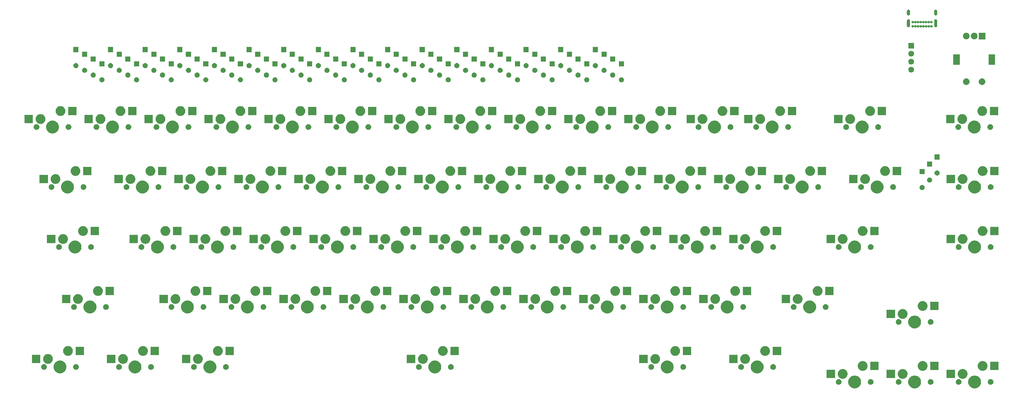
<source format=gbr>
%TF.GenerationSoftware,KiCad,Pcbnew,(5.1.6)-1*%
%TF.CreationDate,2020-08-12T01:37:34-04:00*%
%TF.ProjectId,keybored,6b657962-6f72-4656-942e-6b696361645f,rev?*%
%TF.SameCoordinates,Original*%
%TF.FileFunction,Soldermask,Bot*%
%TF.FilePolarity,Negative*%
%FSLAX46Y46*%
G04 Gerber Fmt 4.6, Leading zero omitted, Abs format (unit mm)*
G04 Created by KiCad (PCBNEW (5.1.6)-1) date 2020-08-12 01:37:34*
%MOMM*%
%LPD*%
G01*
G04 APERTURE LIST*
%ADD10C,0.100000*%
G04 APERTURE END LIST*
D10*
G36*
X324182933Y-193244782D02*
G01*
X324446184Y-193297146D01*
X324818150Y-193451219D01*
X325152911Y-193674899D01*
X325437601Y-193959589D01*
X325661281Y-194294350D01*
X325815354Y-194666316D01*
X325893900Y-195061193D01*
X325893900Y-195463807D01*
X325815354Y-195858684D01*
X325661281Y-196230650D01*
X325437601Y-196565411D01*
X325152911Y-196850101D01*
X324818150Y-197073781D01*
X324446184Y-197227854D01*
X324182933Y-197280218D01*
X324051308Y-197306400D01*
X323648692Y-197306400D01*
X323517067Y-197280218D01*
X323253816Y-197227854D01*
X322881850Y-197073781D01*
X322547089Y-196850101D01*
X322262399Y-196565411D01*
X322038719Y-196230650D01*
X321884646Y-195858684D01*
X321806100Y-195463807D01*
X321806100Y-195061193D01*
X321884646Y-194666316D01*
X322038719Y-194294350D01*
X322262399Y-193959589D01*
X322547089Y-193674899D01*
X322881850Y-193451219D01*
X323253816Y-193297146D01*
X323517067Y-193244782D01*
X323648692Y-193218600D01*
X324051308Y-193218600D01*
X324182933Y-193244782D01*
G37*
G36*
X343232933Y-193244782D02*
G01*
X343496184Y-193297146D01*
X343868150Y-193451219D01*
X344202911Y-193674899D01*
X344487601Y-193959589D01*
X344711281Y-194294350D01*
X344865354Y-194666316D01*
X344943900Y-195061193D01*
X344943900Y-195463807D01*
X344865354Y-195858684D01*
X344711281Y-196230650D01*
X344487601Y-196565411D01*
X344202911Y-196850101D01*
X343868150Y-197073781D01*
X343496184Y-197227854D01*
X343232933Y-197280218D01*
X343101308Y-197306400D01*
X342698692Y-197306400D01*
X342567067Y-197280218D01*
X342303816Y-197227854D01*
X341931850Y-197073781D01*
X341597089Y-196850101D01*
X341312399Y-196565411D01*
X341088719Y-196230650D01*
X340934646Y-195858684D01*
X340856100Y-195463807D01*
X340856100Y-195061193D01*
X340934646Y-194666316D01*
X341088719Y-194294350D01*
X341312399Y-193959589D01*
X341597089Y-193674899D01*
X341931850Y-193451219D01*
X342303816Y-193297146D01*
X342567067Y-193244782D01*
X342698692Y-193218600D01*
X343101308Y-193218600D01*
X343232933Y-193244782D01*
G37*
G36*
X362282933Y-193244782D02*
G01*
X362546184Y-193297146D01*
X362918150Y-193451219D01*
X363252911Y-193674899D01*
X363537601Y-193959589D01*
X363761281Y-194294350D01*
X363915354Y-194666316D01*
X363993900Y-195061193D01*
X363993900Y-195463807D01*
X363915354Y-195858684D01*
X363761281Y-196230650D01*
X363537601Y-196565411D01*
X363252911Y-196850101D01*
X362918150Y-197073781D01*
X362546184Y-197227854D01*
X362282933Y-197280218D01*
X362151308Y-197306400D01*
X361748692Y-197306400D01*
X361617067Y-197280218D01*
X361353816Y-197227854D01*
X360981850Y-197073781D01*
X360647089Y-196850101D01*
X360362399Y-196565411D01*
X360138719Y-196230650D01*
X359984646Y-195858684D01*
X359906100Y-195463807D01*
X359906100Y-195061193D01*
X359984646Y-194666316D01*
X360138719Y-194294350D01*
X360362399Y-193959589D01*
X360647089Y-193674899D01*
X360981850Y-193451219D01*
X361353816Y-193297146D01*
X361617067Y-193244782D01*
X361748692Y-193218600D01*
X362151308Y-193218600D01*
X362282933Y-193244782D01*
G37*
G36*
X337995757Y-194378911D02*
G01*
X338082783Y-194396221D01*
X338164759Y-194430177D01*
X338246737Y-194464133D01*
X338394288Y-194562723D01*
X338519777Y-194688212D01*
X338618367Y-194835763D01*
X338686279Y-194999718D01*
X338720900Y-195173768D01*
X338720900Y-195351232D01*
X338686279Y-195525282D01*
X338618367Y-195689237D01*
X338519777Y-195836788D01*
X338394288Y-195962277D01*
X338246737Y-196060867D01*
X338082783Y-196128779D01*
X337995757Y-196146090D01*
X337908732Y-196163400D01*
X337731268Y-196163400D01*
X337644243Y-196146089D01*
X337557217Y-196128779D01*
X337393263Y-196060867D01*
X337245712Y-195962277D01*
X337120223Y-195836788D01*
X337021633Y-195689237D01*
X336953721Y-195525282D01*
X336919100Y-195351232D01*
X336919100Y-195173768D01*
X336953721Y-194999718D01*
X337021633Y-194835763D01*
X337120223Y-194688212D01*
X337245712Y-194562723D01*
X337393263Y-194464133D01*
X337475241Y-194430177D01*
X337557217Y-194396221D01*
X337644243Y-194378911D01*
X337731268Y-194361600D01*
X337908732Y-194361600D01*
X337995757Y-194378911D01*
G37*
G36*
X318945757Y-194378911D02*
G01*
X319032783Y-194396221D01*
X319114759Y-194430177D01*
X319196737Y-194464133D01*
X319344288Y-194562723D01*
X319469777Y-194688212D01*
X319568367Y-194835763D01*
X319636279Y-194999718D01*
X319670900Y-195173768D01*
X319670900Y-195351232D01*
X319636279Y-195525282D01*
X319568367Y-195689237D01*
X319469777Y-195836788D01*
X319344288Y-195962277D01*
X319196737Y-196060867D01*
X319032783Y-196128779D01*
X318945757Y-196146090D01*
X318858732Y-196163400D01*
X318681268Y-196163400D01*
X318594243Y-196146089D01*
X318507217Y-196128779D01*
X318343263Y-196060867D01*
X318195712Y-195962277D01*
X318070223Y-195836788D01*
X317971633Y-195689237D01*
X317903721Y-195525282D01*
X317869100Y-195351232D01*
X317869100Y-195173768D01*
X317903721Y-194999718D01*
X317971633Y-194835763D01*
X318070223Y-194688212D01*
X318195712Y-194562723D01*
X318343263Y-194464133D01*
X318425241Y-194430177D01*
X318507217Y-194396221D01*
X318594243Y-194378911D01*
X318681268Y-194361600D01*
X318858732Y-194361600D01*
X318945757Y-194378911D01*
G37*
G36*
X329105757Y-194378911D02*
G01*
X329192783Y-194396221D01*
X329274759Y-194430177D01*
X329356737Y-194464133D01*
X329504288Y-194562723D01*
X329629777Y-194688212D01*
X329728367Y-194835763D01*
X329796279Y-194999718D01*
X329830900Y-195173768D01*
X329830900Y-195351232D01*
X329796279Y-195525282D01*
X329728367Y-195689237D01*
X329629777Y-195836788D01*
X329504288Y-195962277D01*
X329356737Y-196060867D01*
X329192783Y-196128779D01*
X329105757Y-196146090D01*
X329018732Y-196163400D01*
X328841268Y-196163400D01*
X328754243Y-196146089D01*
X328667217Y-196128779D01*
X328503263Y-196060867D01*
X328355712Y-195962277D01*
X328230223Y-195836788D01*
X328131633Y-195689237D01*
X328063721Y-195525282D01*
X328029100Y-195351232D01*
X328029100Y-195173768D01*
X328063721Y-194999718D01*
X328131633Y-194835763D01*
X328230223Y-194688212D01*
X328355712Y-194562723D01*
X328503263Y-194464133D01*
X328585241Y-194430177D01*
X328667217Y-194396221D01*
X328754243Y-194378911D01*
X328841268Y-194361600D01*
X329018732Y-194361600D01*
X329105757Y-194378911D01*
G37*
G36*
X367205757Y-194378911D02*
G01*
X367292783Y-194396221D01*
X367374759Y-194430177D01*
X367456737Y-194464133D01*
X367604288Y-194562723D01*
X367729777Y-194688212D01*
X367828367Y-194835763D01*
X367896279Y-194999718D01*
X367930900Y-195173768D01*
X367930900Y-195351232D01*
X367896279Y-195525282D01*
X367828367Y-195689237D01*
X367729777Y-195836788D01*
X367604288Y-195962277D01*
X367456737Y-196060867D01*
X367292783Y-196128779D01*
X367205757Y-196146090D01*
X367118732Y-196163400D01*
X366941268Y-196163400D01*
X366854243Y-196146089D01*
X366767217Y-196128779D01*
X366603263Y-196060867D01*
X366455712Y-195962277D01*
X366330223Y-195836788D01*
X366231633Y-195689237D01*
X366163721Y-195525282D01*
X366129100Y-195351232D01*
X366129100Y-195173768D01*
X366163721Y-194999718D01*
X366231633Y-194835763D01*
X366330223Y-194688212D01*
X366455712Y-194562723D01*
X366603263Y-194464133D01*
X366685241Y-194430177D01*
X366767217Y-194396221D01*
X366854243Y-194378911D01*
X366941268Y-194361600D01*
X367118732Y-194361600D01*
X367205757Y-194378911D01*
G37*
G36*
X357045757Y-194378911D02*
G01*
X357132783Y-194396221D01*
X357214759Y-194430177D01*
X357296737Y-194464133D01*
X357444288Y-194562723D01*
X357569777Y-194688212D01*
X357668367Y-194835763D01*
X357736279Y-194999718D01*
X357770900Y-195173768D01*
X357770900Y-195351232D01*
X357736279Y-195525282D01*
X357668367Y-195689237D01*
X357569777Y-195836788D01*
X357444288Y-195962277D01*
X357296737Y-196060867D01*
X357132783Y-196128779D01*
X357045757Y-196146090D01*
X356958732Y-196163400D01*
X356781268Y-196163400D01*
X356694243Y-196146089D01*
X356607217Y-196128779D01*
X356443263Y-196060867D01*
X356295712Y-195962277D01*
X356170223Y-195836788D01*
X356071633Y-195689237D01*
X356003721Y-195525282D01*
X355969100Y-195351232D01*
X355969100Y-195173768D01*
X356003721Y-194999718D01*
X356071633Y-194835763D01*
X356170223Y-194688212D01*
X356295712Y-194562723D01*
X356443263Y-194464133D01*
X356525241Y-194430177D01*
X356607217Y-194396221D01*
X356694243Y-194378911D01*
X356781268Y-194361600D01*
X356958732Y-194361600D01*
X357045757Y-194378911D01*
G37*
G36*
X348155757Y-194378911D02*
G01*
X348242783Y-194396221D01*
X348324759Y-194430177D01*
X348406737Y-194464133D01*
X348554288Y-194562723D01*
X348679777Y-194688212D01*
X348778367Y-194835763D01*
X348846279Y-194999718D01*
X348880900Y-195173768D01*
X348880900Y-195351232D01*
X348846279Y-195525282D01*
X348778367Y-195689237D01*
X348679777Y-195836788D01*
X348554288Y-195962277D01*
X348406737Y-196060867D01*
X348242783Y-196128779D01*
X348155757Y-196146090D01*
X348068732Y-196163400D01*
X347891268Y-196163400D01*
X347804243Y-196146089D01*
X347717217Y-196128779D01*
X347553263Y-196060867D01*
X347405712Y-195962277D01*
X347280223Y-195836788D01*
X347181633Y-195689237D01*
X347113721Y-195525282D01*
X347079100Y-195351232D01*
X347079100Y-195173768D01*
X347113721Y-194999718D01*
X347181633Y-194835763D01*
X347280223Y-194688212D01*
X347405712Y-194562723D01*
X347553263Y-194464133D01*
X347635241Y-194430177D01*
X347717217Y-194396221D01*
X347804243Y-194378911D01*
X347891268Y-194361600D01*
X348068732Y-194361600D01*
X348155757Y-194378911D01*
G37*
G36*
X320329784Y-191199775D02*
G01*
X320492118Y-191232065D01*
X320608960Y-191280463D01*
X320774199Y-191348907D01*
X320774200Y-191348908D01*
X321028068Y-191518536D01*
X321243964Y-191734432D01*
X321357306Y-191904061D01*
X321413593Y-191988301D01*
X321530435Y-192270383D01*
X321590000Y-192569837D01*
X321590000Y-192875163D01*
X321530435Y-193174617D01*
X321413593Y-193456699D01*
X321413592Y-193456700D01*
X321243964Y-193710568D01*
X321028068Y-193926464D01*
X320884339Y-194022500D01*
X320774199Y-194096093D01*
X320608960Y-194164537D01*
X320492118Y-194212935D01*
X320342390Y-194242717D01*
X320192663Y-194272500D01*
X319887337Y-194272500D01*
X319737610Y-194242717D01*
X319587882Y-194212935D01*
X319471040Y-194164537D01*
X319305801Y-194096093D01*
X319195661Y-194022500D01*
X319051932Y-193926464D01*
X318836036Y-193710568D01*
X318666408Y-193456700D01*
X318666407Y-193456699D01*
X318549565Y-193174617D01*
X318490000Y-192875163D01*
X318490000Y-192569837D01*
X318549565Y-192270383D01*
X318666407Y-191988301D01*
X318722694Y-191904061D01*
X318836036Y-191734432D01*
X319051932Y-191518536D01*
X319305800Y-191348908D01*
X319305801Y-191348907D01*
X319471040Y-191280463D01*
X319587882Y-191232065D01*
X319750216Y-191199775D01*
X319887337Y-191172500D01*
X320192663Y-191172500D01*
X320329784Y-191199775D01*
G37*
G36*
X358429784Y-191199775D02*
G01*
X358592118Y-191232065D01*
X358708960Y-191280463D01*
X358874199Y-191348907D01*
X358874200Y-191348908D01*
X359128068Y-191518536D01*
X359343964Y-191734432D01*
X359457306Y-191904061D01*
X359513593Y-191988301D01*
X359630435Y-192270383D01*
X359690000Y-192569837D01*
X359690000Y-192875163D01*
X359630435Y-193174617D01*
X359513593Y-193456699D01*
X359513592Y-193456700D01*
X359343964Y-193710568D01*
X359128068Y-193926464D01*
X358984339Y-194022500D01*
X358874199Y-194096093D01*
X358708960Y-194164537D01*
X358592118Y-194212935D01*
X358442390Y-194242717D01*
X358292663Y-194272500D01*
X357987337Y-194272500D01*
X357837610Y-194242717D01*
X357687882Y-194212935D01*
X357571040Y-194164537D01*
X357405801Y-194096093D01*
X357295661Y-194022500D01*
X357151932Y-193926464D01*
X356936036Y-193710568D01*
X356766408Y-193456700D01*
X356766407Y-193456699D01*
X356649565Y-193174617D01*
X356590000Y-192875163D01*
X356590000Y-192569837D01*
X356649565Y-192270383D01*
X356766407Y-191988301D01*
X356822694Y-191904061D01*
X356936036Y-191734432D01*
X357151932Y-191518536D01*
X357405800Y-191348908D01*
X357405801Y-191348907D01*
X357571040Y-191280463D01*
X357687882Y-191232065D01*
X357850216Y-191199775D01*
X357987337Y-191172500D01*
X358292663Y-191172500D01*
X358429784Y-191199775D01*
G37*
G36*
X339379784Y-191199775D02*
G01*
X339542118Y-191232065D01*
X339658960Y-191280463D01*
X339824199Y-191348907D01*
X339824200Y-191348908D01*
X340078068Y-191518536D01*
X340293964Y-191734432D01*
X340407306Y-191904061D01*
X340463593Y-191988301D01*
X340580435Y-192270383D01*
X340640000Y-192569837D01*
X340640000Y-192875163D01*
X340580435Y-193174617D01*
X340463593Y-193456699D01*
X340463592Y-193456700D01*
X340293964Y-193710568D01*
X340078068Y-193926464D01*
X339934339Y-194022500D01*
X339824199Y-194096093D01*
X339658960Y-194164537D01*
X339542118Y-194212935D01*
X339392390Y-194242717D01*
X339242663Y-194272500D01*
X338937337Y-194272500D01*
X338787610Y-194242717D01*
X338637882Y-194212935D01*
X338521040Y-194164537D01*
X338355801Y-194096093D01*
X338245661Y-194022500D01*
X338101932Y-193926464D01*
X337886036Y-193710568D01*
X337716408Y-193456700D01*
X337716407Y-193456699D01*
X337599565Y-193174617D01*
X337540000Y-192875163D01*
X337540000Y-192569837D01*
X337599565Y-192270383D01*
X337716407Y-191988301D01*
X337772694Y-191904061D01*
X337886036Y-191734432D01*
X338101932Y-191518536D01*
X338355800Y-191348908D01*
X338355801Y-191348907D01*
X338521040Y-191280463D01*
X338637882Y-191232065D01*
X338800216Y-191199775D01*
X338937337Y-191172500D01*
X339242663Y-191172500D01*
X339379784Y-191199775D01*
G37*
G36*
X317615000Y-194022500D02*
G01*
X314965000Y-194022500D01*
X314965000Y-191422500D01*
X317615000Y-191422500D01*
X317615000Y-194022500D01*
G37*
G36*
X336665000Y-194022500D02*
G01*
X334015000Y-194022500D01*
X334015000Y-191422500D01*
X336665000Y-191422500D01*
X336665000Y-194022500D01*
G37*
G36*
X355715000Y-194022500D02*
G01*
X353065000Y-194022500D01*
X353065000Y-191422500D01*
X355715000Y-191422500D01*
X355715000Y-194022500D01*
G37*
G36*
X95582933Y-188482282D02*
G01*
X95846184Y-188534646D01*
X96218150Y-188688719D01*
X96552911Y-188912399D01*
X96837601Y-189197089D01*
X97061281Y-189531850D01*
X97215354Y-189903816D01*
X97293900Y-190298693D01*
X97293900Y-190701307D01*
X97215354Y-191096184D01*
X97061281Y-191468150D01*
X96837601Y-191802911D01*
X96552911Y-192087601D01*
X96218150Y-192311281D01*
X95846184Y-192465354D01*
X95582933Y-192517718D01*
X95451308Y-192543900D01*
X95048692Y-192543900D01*
X94917067Y-192517718D01*
X94653816Y-192465354D01*
X94281850Y-192311281D01*
X93947089Y-192087601D01*
X93662399Y-191802911D01*
X93438719Y-191468150D01*
X93284646Y-191096184D01*
X93206100Y-190701307D01*
X93206100Y-190298693D01*
X93284646Y-189903816D01*
X93438719Y-189531850D01*
X93662399Y-189197089D01*
X93947089Y-188912399D01*
X94281850Y-188688719D01*
X94653816Y-188534646D01*
X94917067Y-188482282D01*
X95048692Y-188456100D01*
X95451308Y-188456100D01*
X95582933Y-188482282D01*
G37*
G36*
X71770433Y-188482282D02*
G01*
X72033684Y-188534646D01*
X72405650Y-188688719D01*
X72740411Y-188912399D01*
X73025101Y-189197089D01*
X73248781Y-189531850D01*
X73402854Y-189903816D01*
X73481400Y-190298693D01*
X73481400Y-190701307D01*
X73402854Y-191096184D01*
X73248781Y-191468150D01*
X73025101Y-191802911D01*
X72740411Y-192087601D01*
X72405650Y-192311281D01*
X72033684Y-192465354D01*
X71770433Y-192517718D01*
X71638808Y-192543900D01*
X71236192Y-192543900D01*
X71104567Y-192517718D01*
X70841316Y-192465354D01*
X70469350Y-192311281D01*
X70134589Y-192087601D01*
X69849899Y-191802911D01*
X69626219Y-191468150D01*
X69472146Y-191096184D01*
X69393600Y-190701307D01*
X69393600Y-190298693D01*
X69472146Y-189903816D01*
X69626219Y-189531850D01*
X69849899Y-189197089D01*
X70134589Y-188912399D01*
X70469350Y-188688719D01*
X70841316Y-188534646D01*
X71104567Y-188482282D01*
X71236192Y-188456100D01*
X71638808Y-188456100D01*
X71770433Y-188482282D01*
G37*
G36*
X119395433Y-188482282D02*
G01*
X119658684Y-188534646D01*
X120030650Y-188688719D01*
X120365411Y-188912399D01*
X120650101Y-189197089D01*
X120873781Y-189531850D01*
X121027854Y-189903816D01*
X121106400Y-190298693D01*
X121106400Y-190701307D01*
X121027854Y-191096184D01*
X120873781Y-191468150D01*
X120650101Y-191802911D01*
X120365411Y-192087601D01*
X120030650Y-192311281D01*
X119658684Y-192465354D01*
X119395433Y-192517718D01*
X119263808Y-192543900D01*
X118861192Y-192543900D01*
X118729567Y-192517718D01*
X118466316Y-192465354D01*
X118094350Y-192311281D01*
X117759589Y-192087601D01*
X117474899Y-191802911D01*
X117251219Y-191468150D01*
X117097146Y-191096184D01*
X117018600Y-190701307D01*
X117018600Y-190298693D01*
X117097146Y-189903816D01*
X117251219Y-189531850D01*
X117474899Y-189197089D01*
X117759589Y-188912399D01*
X118094350Y-188688719D01*
X118466316Y-188534646D01*
X118729567Y-188482282D01*
X118861192Y-188456100D01*
X119263808Y-188456100D01*
X119395433Y-188482282D01*
G37*
G36*
X190832933Y-188482282D02*
G01*
X191096184Y-188534646D01*
X191468150Y-188688719D01*
X191802911Y-188912399D01*
X192087601Y-189197089D01*
X192311281Y-189531850D01*
X192465354Y-189903816D01*
X192543900Y-190298693D01*
X192543900Y-190701307D01*
X192465354Y-191096184D01*
X192311281Y-191468150D01*
X192087601Y-191802911D01*
X191802911Y-192087601D01*
X191468150Y-192311281D01*
X191096184Y-192465354D01*
X190832933Y-192517718D01*
X190701308Y-192543900D01*
X190298692Y-192543900D01*
X190167067Y-192517718D01*
X189903816Y-192465354D01*
X189531850Y-192311281D01*
X189197089Y-192087601D01*
X188912399Y-191802911D01*
X188688719Y-191468150D01*
X188534646Y-191096184D01*
X188456100Y-190701307D01*
X188456100Y-190298693D01*
X188534646Y-189903816D01*
X188688719Y-189531850D01*
X188912399Y-189197089D01*
X189197089Y-188912399D01*
X189531850Y-188688719D01*
X189903816Y-188534646D01*
X190167067Y-188482282D01*
X190298692Y-188456100D01*
X190701308Y-188456100D01*
X190832933Y-188482282D01*
G37*
G36*
X264651683Y-188482282D02*
G01*
X264914934Y-188534646D01*
X265286900Y-188688719D01*
X265621661Y-188912399D01*
X265906351Y-189197089D01*
X266130031Y-189531850D01*
X266284104Y-189903816D01*
X266362650Y-190298693D01*
X266362650Y-190701307D01*
X266284104Y-191096184D01*
X266130031Y-191468150D01*
X265906351Y-191802911D01*
X265621661Y-192087601D01*
X265286900Y-192311281D01*
X264914934Y-192465354D01*
X264651683Y-192517718D01*
X264520058Y-192543900D01*
X264117442Y-192543900D01*
X263985817Y-192517718D01*
X263722566Y-192465354D01*
X263350600Y-192311281D01*
X263015839Y-192087601D01*
X262731149Y-191802911D01*
X262507469Y-191468150D01*
X262353396Y-191096184D01*
X262274850Y-190701307D01*
X262274850Y-190298693D01*
X262353396Y-189903816D01*
X262507469Y-189531850D01*
X262731149Y-189197089D01*
X263015839Y-188912399D01*
X263350600Y-188688719D01*
X263722566Y-188534646D01*
X263985817Y-188482282D01*
X264117442Y-188456100D01*
X264520058Y-188456100D01*
X264651683Y-188482282D01*
G37*
G36*
X293226683Y-188482282D02*
G01*
X293489934Y-188534646D01*
X293861900Y-188688719D01*
X294196661Y-188912399D01*
X294481351Y-189197089D01*
X294705031Y-189531850D01*
X294859104Y-189903816D01*
X294937650Y-190298693D01*
X294937650Y-190701307D01*
X294859104Y-191096184D01*
X294705031Y-191468150D01*
X294481351Y-191802911D01*
X294196661Y-192087601D01*
X293861900Y-192311281D01*
X293489934Y-192465354D01*
X293226683Y-192517718D01*
X293095058Y-192543900D01*
X292692442Y-192543900D01*
X292560817Y-192517718D01*
X292297566Y-192465354D01*
X291925600Y-192311281D01*
X291590839Y-192087601D01*
X291306149Y-191802911D01*
X291082469Y-191468150D01*
X290928396Y-191096184D01*
X290849850Y-190701307D01*
X290849850Y-190298693D01*
X290928396Y-189903816D01*
X291082469Y-189531850D01*
X291306149Y-189197089D01*
X291590839Y-188912399D01*
X291925600Y-188688719D01*
X292297566Y-188534646D01*
X292560817Y-188482282D01*
X292692442Y-188456100D01*
X293095058Y-188456100D01*
X293226683Y-188482282D01*
G37*
G36*
X345742390Y-188662283D02*
G01*
X345892118Y-188692065D01*
X346008960Y-188740463D01*
X346174199Y-188808907D01*
X346174200Y-188808908D01*
X346428068Y-188978536D01*
X346643964Y-189194432D01*
X346736947Y-189333592D01*
X346813593Y-189448301D01*
X346848200Y-189531850D01*
X346930435Y-189730382D01*
X346960218Y-189880110D01*
X346990000Y-190029837D01*
X346990000Y-190335163D01*
X346930435Y-190634617D01*
X346813593Y-190916699D01*
X346813592Y-190916700D01*
X346643964Y-191170568D01*
X346428068Y-191386464D01*
X346305818Y-191468148D01*
X346174199Y-191556093D01*
X346008960Y-191624537D01*
X345892118Y-191672935D01*
X345742390Y-191702717D01*
X345592663Y-191732500D01*
X345287337Y-191732500D01*
X345137610Y-191702717D01*
X344987882Y-191672935D01*
X344871040Y-191624537D01*
X344705801Y-191556093D01*
X344574182Y-191468148D01*
X344451932Y-191386464D01*
X344236036Y-191170568D01*
X344066408Y-190916700D01*
X344066407Y-190916699D01*
X343949565Y-190634617D01*
X343890000Y-190335163D01*
X343890000Y-190029837D01*
X343919782Y-189880110D01*
X343949565Y-189730382D01*
X344031800Y-189531850D01*
X344066407Y-189448301D01*
X344143053Y-189333592D01*
X344236036Y-189194432D01*
X344451932Y-188978536D01*
X344705800Y-188808908D01*
X344705801Y-188808907D01*
X344871040Y-188740463D01*
X344987882Y-188692065D01*
X345137610Y-188662283D01*
X345287337Y-188632500D01*
X345592663Y-188632500D01*
X345742390Y-188662283D01*
G37*
G36*
X364792390Y-188662283D02*
G01*
X364942118Y-188692065D01*
X365058960Y-188740463D01*
X365224199Y-188808907D01*
X365224200Y-188808908D01*
X365478068Y-188978536D01*
X365693964Y-189194432D01*
X365786947Y-189333592D01*
X365863593Y-189448301D01*
X365898200Y-189531850D01*
X365980435Y-189730382D01*
X366010218Y-189880110D01*
X366040000Y-190029837D01*
X366040000Y-190335163D01*
X365980435Y-190634617D01*
X365863593Y-190916699D01*
X365863592Y-190916700D01*
X365693964Y-191170568D01*
X365478068Y-191386464D01*
X365355818Y-191468148D01*
X365224199Y-191556093D01*
X365058960Y-191624537D01*
X364942118Y-191672935D01*
X364792390Y-191702717D01*
X364642663Y-191732500D01*
X364337337Y-191732500D01*
X364187610Y-191702717D01*
X364037882Y-191672935D01*
X363921040Y-191624537D01*
X363755801Y-191556093D01*
X363624182Y-191468148D01*
X363501932Y-191386464D01*
X363286036Y-191170568D01*
X363116408Y-190916700D01*
X363116407Y-190916699D01*
X362999565Y-190634617D01*
X362940000Y-190335163D01*
X362940000Y-190029837D01*
X362969782Y-189880110D01*
X362999565Y-189730382D01*
X363081800Y-189531850D01*
X363116407Y-189448301D01*
X363193053Y-189333592D01*
X363286036Y-189194432D01*
X363501932Y-188978536D01*
X363755800Y-188808908D01*
X363755801Y-188808907D01*
X363921040Y-188740463D01*
X364037882Y-188692065D01*
X364187610Y-188662283D01*
X364337337Y-188632500D01*
X364642663Y-188632500D01*
X364792390Y-188662283D01*
G37*
G36*
X326692390Y-188662283D02*
G01*
X326842118Y-188692065D01*
X326958960Y-188740463D01*
X327124199Y-188808907D01*
X327124200Y-188808908D01*
X327378068Y-188978536D01*
X327593964Y-189194432D01*
X327686947Y-189333592D01*
X327763593Y-189448301D01*
X327798200Y-189531850D01*
X327880435Y-189730382D01*
X327910218Y-189880110D01*
X327940000Y-190029837D01*
X327940000Y-190335163D01*
X327880435Y-190634617D01*
X327763593Y-190916699D01*
X327763592Y-190916700D01*
X327593964Y-191170568D01*
X327378068Y-191386464D01*
X327255818Y-191468148D01*
X327124199Y-191556093D01*
X326958960Y-191624537D01*
X326842118Y-191672935D01*
X326692390Y-191702717D01*
X326542663Y-191732500D01*
X326237337Y-191732500D01*
X326087610Y-191702717D01*
X325937882Y-191672935D01*
X325821040Y-191624537D01*
X325655801Y-191556093D01*
X325524182Y-191468148D01*
X325401932Y-191386464D01*
X325186036Y-191170568D01*
X325016408Y-190916700D01*
X325016407Y-190916699D01*
X324899565Y-190634617D01*
X324840000Y-190335163D01*
X324840000Y-190029837D01*
X324869782Y-189880110D01*
X324899565Y-189730382D01*
X324981800Y-189531850D01*
X325016407Y-189448301D01*
X325093053Y-189333592D01*
X325186036Y-189194432D01*
X325401932Y-188978536D01*
X325655800Y-188808908D01*
X325655801Y-188808907D01*
X325821040Y-188740463D01*
X325937882Y-188692065D01*
X326087610Y-188662283D01*
X326237337Y-188632500D01*
X326542663Y-188632500D01*
X326692390Y-188662283D01*
G37*
G36*
X331465000Y-191482500D02*
G01*
X328815000Y-191482500D01*
X328815000Y-188882500D01*
X331465000Y-188882500D01*
X331465000Y-191482500D01*
G37*
G36*
X350515000Y-191482500D02*
G01*
X347865000Y-191482500D01*
X347865000Y-188882500D01*
X350515000Y-188882500D01*
X350515000Y-191482500D01*
G37*
G36*
X369565000Y-191482500D02*
G01*
X366915000Y-191482500D01*
X366915000Y-188882500D01*
X369565000Y-188882500D01*
X369565000Y-191482500D01*
G37*
G36*
X100505757Y-189616411D02*
G01*
X100592783Y-189633721D01*
X100756737Y-189701633D01*
X100904288Y-189800223D01*
X101029777Y-189925712D01*
X101128367Y-190073263D01*
X101196279Y-190237218D01*
X101230900Y-190411268D01*
X101230900Y-190588732D01*
X101196279Y-190762782D01*
X101128367Y-190926737D01*
X101029777Y-191074288D01*
X100904288Y-191199777D01*
X100756737Y-191298367D01*
X100592783Y-191366279D01*
X100505757Y-191383590D01*
X100418732Y-191400900D01*
X100241268Y-191400900D01*
X100154243Y-191383590D01*
X100067217Y-191366279D01*
X99903263Y-191298367D01*
X99755712Y-191199777D01*
X99630223Y-191074288D01*
X99531633Y-190926737D01*
X99463721Y-190762782D01*
X99429100Y-190588732D01*
X99429100Y-190411268D01*
X99463721Y-190237218D01*
X99531633Y-190073263D01*
X99630223Y-189925712D01*
X99755712Y-189800223D01*
X99903263Y-189701633D01*
X100067217Y-189633721D01*
X100154243Y-189616411D01*
X100241268Y-189599100D01*
X100418732Y-189599100D01*
X100505757Y-189616411D01*
G37*
G36*
X298149507Y-189616411D02*
G01*
X298236533Y-189633721D01*
X298400487Y-189701633D01*
X298548038Y-189800223D01*
X298673527Y-189925712D01*
X298772117Y-190073263D01*
X298840029Y-190237218D01*
X298874650Y-190411268D01*
X298874650Y-190588732D01*
X298840029Y-190762782D01*
X298772117Y-190926737D01*
X298673527Y-191074288D01*
X298548038Y-191199777D01*
X298400487Y-191298367D01*
X298236533Y-191366279D01*
X298149507Y-191383590D01*
X298062482Y-191400900D01*
X297885018Y-191400900D01*
X297797993Y-191383590D01*
X297710967Y-191366279D01*
X297547013Y-191298367D01*
X297399462Y-191199777D01*
X297273973Y-191074288D01*
X297175383Y-190926737D01*
X297107471Y-190762782D01*
X297072850Y-190588732D01*
X297072850Y-190411268D01*
X297107471Y-190237218D01*
X297175383Y-190073263D01*
X297273973Y-189925712D01*
X297399462Y-189800223D01*
X297547013Y-189701633D01*
X297710967Y-189633721D01*
X297797993Y-189616411D01*
X297885018Y-189599100D01*
X298062482Y-189599100D01*
X298149507Y-189616411D01*
G37*
G36*
X124318257Y-189616411D02*
G01*
X124405283Y-189633721D01*
X124569237Y-189701633D01*
X124716788Y-189800223D01*
X124842277Y-189925712D01*
X124940867Y-190073263D01*
X125008779Y-190237218D01*
X125043400Y-190411268D01*
X125043400Y-190588732D01*
X125008779Y-190762782D01*
X124940867Y-190926737D01*
X124842277Y-191074288D01*
X124716788Y-191199777D01*
X124569237Y-191298367D01*
X124405283Y-191366279D01*
X124318257Y-191383590D01*
X124231232Y-191400900D01*
X124053768Y-191400900D01*
X123966743Y-191383590D01*
X123879717Y-191366279D01*
X123715763Y-191298367D01*
X123568212Y-191199777D01*
X123442723Y-191074288D01*
X123344133Y-190926737D01*
X123276221Y-190762782D01*
X123241600Y-190588732D01*
X123241600Y-190411268D01*
X123276221Y-190237218D01*
X123344133Y-190073263D01*
X123442723Y-189925712D01*
X123568212Y-189800223D01*
X123715763Y-189701633D01*
X123879717Y-189633721D01*
X123966743Y-189616411D01*
X124053768Y-189599100D01*
X124231232Y-189599100D01*
X124318257Y-189616411D01*
G37*
G36*
X287989507Y-189616411D02*
G01*
X288076533Y-189633721D01*
X288240487Y-189701633D01*
X288388038Y-189800223D01*
X288513527Y-189925712D01*
X288612117Y-190073263D01*
X288680029Y-190237218D01*
X288714650Y-190411268D01*
X288714650Y-190588732D01*
X288680029Y-190762782D01*
X288612117Y-190926737D01*
X288513527Y-191074288D01*
X288388038Y-191199777D01*
X288240487Y-191298367D01*
X288076533Y-191366279D01*
X287989507Y-191383590D01*
X287902482Y-191400900D01*
X287725018Y-191400900D01*
X287637993Y-191383590D01*
X287550967Y-191366279D01*
X287387013Y-191298367D01*
X287239462Y-191199777D01*
X287113973Y-191074288D01*
X287015383Y-190926737D01*
X286947471Y-190762782D01*
X286912850Y-190588732D01*
X286912850Y-190411268D01*
X286947471Y-190237218D01*
X287015383Y-190073263D01*
X287113973Y-189925712D01*
X287239462Y-189800223D01*
X287387013Y-189701633D01*
X287550967Y-189633721D01*
X287637993Y-189616411D01*
X287725018Y-189599100D01*
X287902482Y-189599100D01*
X287989507Y-189616411D01*
G37*
G36*
X114158257Y-189616411D02*
G01*
X114245283Y-189633721D01*
X114409237Y-189701633D01*
X114556788Y-189800223D01*
X114682277Y-189925712D01*
X114780867Y-190073263D01*
X114848779Y-190237218D01*
X114883400Y-190411268D01*
X114883400Y-190588732D01*
X114848779Y-190762782D01*
X114780867Y-190926737D01*
X114682277Y-191074288D01*
X114556788Y-191199777D01*
X114409237Y-191298367D01*
X114245283Y-191366279D01*
X114158257Y-191383590D01*
X114071232Y-191400900D01*
X113893768Y-191400900D01*
X113806743Y-191383590D01*
X113719717Y-191366279D01*
X113555763Y-191298367D01*
X113408212Y-191199777D01*
X113282723Y-191074288D01*
X113184133Y-190926737D01*
X113116221Y-190762782D01*
X113081600Y-190588732D01*
X113081600Y-190411268D01*
X113116221Y-190237218D01*
X113184133Y-190073263D01*
X113282723Y-189925712D01*
X113408212Y-189800223D01*
X113555763Y-189701633D01*
X113719717Y-189633721D01*
X113806743Y-189616411D01*
X113893768Y-189599100D01*
X114071232Y-189599100D01*
X114158257Y-189616411D01*
G37*
G36*
X90345757Y-189616411D02*
G01*
X90432783Y-189633721D01*
X90596737Y-189701633D01*
X90744288Y-189800223D01*
X90869777Y-189925712D01*
X90968367Y-190073263D01*
X91036279Y-190237218D01*
X91070900Y-190411268D01*
X91070900Y-190588732D01*
X91036279Y-190762782D01*
X90968367Y-190926737D01*
X90869777Y-191074288D01*
X90744288Y-191199777D01*
X90596737Y-191298367D01*
X90432783Y-191366279D01*
X90345757Y-191383590D01*
X90258732Y-191400900D01*
X90081268Y-191400900D01*
X89994243Y-191383590D01*
X89907217Y-191366279D01*
X89743263Y-191298367D01*
X89595712Y-191199777D01*
X89470223Y-191074288D01*
X89371633Y-190926737D01*
X89303721Y-190762782D01*
X89269100Y-190588732D01*
X89269100Y-190411268D01*
X89303721Y-190237218D01*
X89371633Y-190073263D01*
X89470223Y-189925712D01*
X89595712Y-189800223D01*
X89743263Y-189701633D01*
X89907217Y-189633721D01*
X89994243Y-189616411D01*
X90081268Y-189599100D01*
X90258732Y-189599100D01*
X90345757Y-189616411D01*
G37*
G36*
X76693257Y-189616411D02*
G01*
X76780283Y-189633721D01*
X76944237Y-189701633D01*
X77091788Y-189800223D01*
X77217277Y-189925712D01*
X77315867Y-190073263D01*
X77383779Y-190237218D01*
X77418400Y-190411268D01*
X77418400Y-190588732D01*
X77383779Y-190762782D01*
X77315867Y-190926737D01*
X77217277Y-191074288D01*
X77091788Y-191199777D01*
X76944237Y-191298367D01*
X76780283Y-191366279D01*
X76693257Y-191383590D01*
X76606232Y-191400900D01*
X76428768Y-191400900D01*
X76341743Y-191383590D01*
X76254717Y-191366279D01*
X76090763Y-191298367D01*
X75943212Y-191199777D01*
X75817723Y-191074288D01*
X75719133Y-190926737D01*
X75651221Y-190762782D01*
X75616600Y-190588732D01*
X75616600Y-190411268D01*
X75651221Y-190237218D01*
X75719133Y-190073263D01*
X75817723Y-189925712D01*
X75943212Y-189800223D01*
X76090763Y-189701633D01*
X76254717Y-189633721D01*
X76341743Y-189616411D01*
X76428768Y-189599100D01*
X76606232Y-189599100D01*
X76693257Y-189616411D01*
G37*
G36*
X185595757Y-189616411D02*
G01*
X185682783Y-189633721D01*
X185846737Y-189701633D01*
X185994288Y-189800223D01*
X186119777Y-189925712D01*
X186218367Y-190073263D01*
X186286279Y-190237218D01*
X186320900Y-190411268D01*
X186320900Y-190588732D01*
X186286279Y-190762782D01*
X186218367Y-190926737D01*
X186119777Y-191074288D01*
X185994288Y-191199777D01*
X185846737Y-191298367D01*
X185682783Y-191366279D01*
X185595757Y-191383590D01*
X185508732Y-191400900D01*
X185331268Y-191400900D01*
X185244243Y-191383590D01*
X185157217Y-191366279D01*
X184993263Y-191298367D01*
X184845712Y-191199777D01*
X184720223Y-191074288D01*
X184621633Y-190926737D01*
X184553721Y-190762782D01*
X184519100Y-190588732D01*
X184519100Y-190411268D01*
X184553721Y-190237218D01*
X184621633Y-190073263D01*
X184720223Y-189925712D01*
X184845712Y-189800223D01*
X184993263Y-189701633D01*
X185157217Y-189633721D01*
X185244243Y-189616411D01*
X185331268Y-189599100D01*
X185508732Y-189599100D01*
X185595757Y-189616411D01*
G37*
G36*
X259414507Y-189616411D02*
G01*
X259501533Y-189633721D01*
X259665487Y-189701633D01*
X259813038Y-189800223D01*
X259938527Y-189925712D01*
X260037117Y-190073263D01*
X260105029Y-190237218D01*
X260139650Y-190411268D01*
X260139650Y-190588732D01*
X260105029Y-190762782D01*
X260037117Y-190926737D01*
X259938527Y-191074288D01*
X259813038Y-191199777D01*
X259665487Y-191298367D01*
X259501533Y-191366279D01*
X259414507Y-191383590D01*
X259327482Y-191400900D01*
X259150018Y-191400900D01*
X259062993Y-191383590D01*
X258975967Y-191366279D01*
X258812013Y-191298367D01*
X258664462Y-191199777D01*
X258538973Y-191074288D01*
X258440383Y-190926737D01*
X258372471Y-190762782D01*
X258337850Y-190588732D01*
X258337850Y-190411268D01*
X258372471Y-190237218D01*
X258440383Y-190073263D01*
X258538973Y-189925712D01*
X258664462Y-189800223D01*
X258812013Y-189701633D01*
X258975967Y-189633721D01*
X259062993Y-189616411D01*
X259150018Y-189599100D01*
X259327482Y-189599100D01*
X259414507Y-189616411D01*
G37*
G36*
X269574507Y-189616411D02*
G01*
X269661533Y-189633721D01*
X269825487Y-189701633D01*
X269973038Y-189800223D01*
X270098527Y-189925712D01*
X270197117Y-190073263D01*
X270265029Y-190237218D01*
X270299650Y-190411268D01*
X270299650Y-190588732D01*
X270265029Y-190762782D01*
X270197117Y-190926737D01*
X270098527Y-191074288D01*
X269973038Y-191199777D01*
X269825487Y-191298367D01*
X269661533Y-191366279D01*
X269574507Y-191383590D01*
X269487482Y-191400900D01*
X269310018Y-191400900D01*
X269222993Y-191383590D01*
X269135967Y-191366279D01*
X268972013Y-191298367D01*
X268824462Y-191199777D01*
X268698973Y-191074288D01*
X268600383Y-190926737D01*
X268532471Y-190762782D01*
X268497850Y-190588732D01*
X268497850Y-190411268D01*
X268532471Y-190237218D01*
X268600383Y-190073263D01*
X268698973Y-189925712D01*
X268824462Y-189800223D01*
X268972013Y-189701633D01*
X269135967Y-189633721D01*
X269222993Y-189616411D01*
X269310018Y-189599100D01*
X269487482Y-189599100D01*
X269574507Y-189616411D01*
G37*
G36*
X195755757Y-189616411D02*
G01*
X195842783Y-189633721D01*
X196006737Y-189701633D01*
X196154288Y-189800223D01*
X196279777Y-189925712D01*
X196378367Y-190073263D01*
X196446279Y-190237218D01*
X196480900Y-190411268D01*
X196480900Y-190588732D01*
X196446279Y-190762782D01*
X196378367Y-190926737D01*
X196279777Y-191074288D01*
X196154288Y-191199777D01*
X196006737Y-191298367D01*
X195842783Y-191366279D01*
X195755757Y-191383590D01*
X195668732Y-191400900D01*
X195491268Y-191400900D01*
X195404243Y-191383590D01*
X195317217Y-191366279D01*
X195153263Y-191298367D01*
X195005712Y-191199777D01*
X194880223Y-191074288D01*
X194781633Y-190926737D01*
X194713721Y-190762782D01*
X194679100Y-190588732D01*
X194679100Y-190411268D01*
X194713721Y-190237218D01*
X194781633Y-190073263D01*
X194880223Y-189925712D01*
X195005712Y-189800223D01*
X195153263Y-189701633D01*
X195317217Y-189633721D01*
X195404243Y-189616411D01*
X195491268Y-189599100D01*
X195668732Y-189599100D01*
X195755757Y-189616411D01*
G37*
G36*
X66533257Y-189616411D02*
G01*
X66620283Y-189633721D01*
X66784237Y-189701633D01*
X66931788Y-189800223D01*
X67057277Y-189925712D01*
X67155867Y-190073263D01*
X67223779Y-190237218D01*
X67258400Y-190411268D01*
X67258400Y-190588732D01*
X67223779Y-190762782D01*
X67155867Y-190926737D01*
X67057277Y-191074288D01*
X66931788Y-191199777D01*
X66784237Y-191298367D01*
X66620283Y-191366279D01*
X66533257Y-191383590D01*
X66446232Y-191400900D01*
X66268768Y-191400900D01*
X66181743Y-191383590D01*
X66094717Y-191366279D01*
X65930763Y-191298367D01*
X65783212Y-191199777D01*
X65657723Y-191074288D01*
X65559133Y-190926737D01*
X65491221Y-190762782D01*
X65456600Y-190588732D01*
X65456600Y-190411268D01*
X65491221Y-190237218D01*
X65559133Y-190073263D01*
X65657723Y-189925712D01*
X65783212Y-189800223D01*
X65930763Y-189701633D01*
X66094717Y-189633721D01*
X66181743Y-189616411D01*
X66268768Y-189599100D01*
X66446232Y-189599100D01*
X66533257Y-189616411D01*
G37*
G36*
X115554890Y-186439782D02*
G01*
X115704618Y-186469565D01*
X115821460Y-186517963D01*
X115986699Y-186586407D01*
X115986700Y-186586408D01*
X116240568Y-186756036D01*
X116456464Y-186971932D01*
X116569806Y-187141561D01*
X116626093Y-187225801D01*
X116742935Y-187507883D01*
X116802500Y-187807337D01*
X116802500Y-188112663D01*
X116742935Y-188412117D01*
X116626093Y-188694199D01*
X116626092Y-188694200D01*
X116456464Y-188948068D01*
X116240568Y-189163964D01*
X116096839Y-189260000D01*
X115986699Y-189333593D01*
X115821460Y-189402037D01*
X115704618Y-189450435D01*
X115554890Y-189480218D01*
X115405163Y-189510000D01*
X115099837Y-189510000D01*
X114950110Y-189480218D01*
X114800382Y-189450435D01*
X114683540Y-189402037D01*
X114518301Y-189333593D01*
X114408161Y-189260000D01*
X114264432Y-189163964D01*
X114048536Y-188948068D01*
X113878908Y-188694200D01*
X113878907Y-188694199D01*
X113762065Y-188412117D01*
X113702500Y-188112663D01*
X113702500Y-187807337D01*
X113762065Y-187507883D01*
X113878907Y-187225801D01*
X113935194Y-187141561D01*
X114048536Y-186971932D01*
X114264432Y-186756036D01*
X114518300Y-186586408D01*
X114518301Y-186586407D01*
X114683540Y-186517963D01*
X114800382Y-186469565D01*
X114950110Y-186439782D01*
X115099837Y-186410000D01*
X115405163Y-186410000D01*
X115554890Y-186439782D01*
G37*
G36*
X186992390Y-186439782D02*
G01*
X187142118Y-186469565D01*
X187258960Y-186517963D01*
X187424199Y-186586407D01*
X187424200Y-186586408D01*
X187678068Y-186756036D01*
X187893964Y-186971932D01*
X188007306Y-187141561D01*
X188063593Y-187225801D01*
X188180435Y-187507883D01*
X188240000Y-187807337D01*
X188240000Y-188112663D01*
X188180435Y-188412117D01*
X188063593Y-188694199D01*
X188063592Y-188694200D01*
X187893964Y-188948068D01*
X187678068Y-189163964D01*
X187534339Y-189260000D01*
X187424199Y-189333593D01*
X187258960Y-189402037D01*
X187142118Y-189450435D01*
X186992390Y-189480217D01*
X186842663Y-189510000D01*
X186537337Y-189510000D01*
X186387610Y-189480218D01*
X186237882Y-189450435D01*
X186121040Y-189402037D01*
X185955801Y-189333593D01*
X185845661Y-189260000D01*
X185701932Y-189163964D01*
X185486036Y-188948068D01*
X185316408Y-188694200D01*
X185316407Y-188694199D01*
X185199565Y-188412117D01*
X185140000Y-188112663D01*
X185140000Y-187807337D01*
X185199565Y-187507883D01*
X185316407Y-187225801D01*
X185372694Y-187141561D01*
X185486036Y-186971932D01*
X185701932Y-186756036D01*
X185955800Y-186586408D01*
X185955801Y-186586407D01*
X186121040Y-186517963D01*
X186237882Y-186469565D01*
X186387610Y-186439782D01*
X186537337Y-186410000D01*
X186842663Y-186410000D01*
X186992390Y-186439782D01*
G37*
G36*
X289386140Y-186439782D02*
G01*
X289535868Y-186469565D01*
X289652710Y-186517963D01*
X289817949Y-186586407D01*
X289817950Y-186586408D01*
X290071818Y-186756036D01*
X290287714Y-186971932D01*
X290401056Y-187141561D01*
X290457343Y-187225801D01*
X290574185Y-187507883D01*
X290633750Y-187807337D01*
X290633750Y-188112663D01*
X290574185Y-188412117D01*
X290457343Y-188694199D01*
X290457342Y-188694200D01*
X290287714Y-188948068D01*
X290071818Y-189163964D01*
X289928089Y-189260000D01*
X289817949Y-189333593D01*
X289652710Y-189402037D01*
X289535868Y-189450435D01*
X289386140Y-189480217D01*
X289236413Y-189510000D01*
X288931087Y-189510000D01*
X288781360Y-189480218D01*
X288631632Y-189450435D01*
X288514790Y-189402037D01*
X288349551Y-189333593D01*
X288239411Y-189260000D01*
X288095682Y-189163964D01*
X287879786Y-188948068D01*
X287710158Y-188694200D01*
X287710157Y-188694199D01*
X287593315Y-188412117D01*
X287533750Y-188112663D01*
X287533750Y-187807337D01*
X287593315Y-187507883D01*
X287710157Y-187225801D01*
X287766444Y-187141561D01*
X287879786Y-186971932D01*
X288095682Y-186756036D01*
X288349550Y-186586408D01*
X288349551Y-186586407D01*
X288514790Y-186517963D01*
X288631632Y-186469565D01*
X288781360Y-186439782D01*
X288931087Y-186410000D01*
X289236413Y-186410000D01*
X289386140Y-186439782D01*
G37*
G36*
X260811140Y-186439782D02*
G01*
X260960868Y-186469565D01*
X261077710Y-186517963D01*
X261242949Y-186586407D01*
X261242950Y-186586408D01*
X261496818Y-186756036D01*
X261712714Y-186971932D01*
X261826056Y-187141561D01*
X261882343Y-187225801D01*
X261999185Y-187507883D01*
X262058750Y-187807337D01*
X262058750Y-188112663D01*
X261999185Y-188412117D01*
X261882343Y-188694199D01*
X261882342Y-188694200D01*
X261712714Y-188948068D01*
X261496818Y-189163964D01*
X261353089Y-189260000D01*
X261242949Y-189333593D01*
X261077710Y-189402037D01*
X260960868Y-189450435D01*
X260811140Y-189480217D01*
X260661413Y-189510000D01*
X260356087Y-189510000D01*
X260206360Y-189480218D01*
X260056632Y-189450435D01*
X259939790Y-189402037D01*
X259774551Y-189333593D01*
X259664411Y-189260000D01*
X259520682Y-189163964D01*
X259304786Y-188948068D01*
X259135158Y-188694200D01*
X259135157Y-188694199D01*
X259018315Y-188412117D01*
X258958750Y-188112663D01*
X258958750Y-187807337D01*
X259018315Y-187507883D01*
X259135157Y-187225801D01*
X259191444Y-187141561D01*
X259304786Y-186971932D01*
X259520682Y-186756036D01*
X259774550Y-186586408D01*
X259774551Y-186586407D01*
X259939790Y-186517963D01*
X260056632Y-186469565D01*
X260206360Y-186439782D01*
X260356087Y-186410000D01*
X260661413Y-186410000D01*
X260811140Y-186439782D01*
G37*
G36*
X67929890Y-186439782D02*
G01*
X68079618Y-186469565D01*
X68196460Y-186517963D01*
X68361699Y-186586407D01*
X68361700Y-186586408D01*
X68615568Y-186756036D01*
X68831464Y-186971932D01*
X68944806Y-187141561D01*
X69001093Y-187225801D01*
X69117935Y-187507883D01*
X69177500Y-187807337D01*
X69177500Y-188112663D01*
X69117935Y-188412117D01*
X69001093Y-188694199D01*
X69001092Y-188694200D01*
X68831464Y-188948068D01*
X68615568Y-189163964D01*
X68471839Y-189260000D01*
X68361699Y-189333593D01*
X68196460Y-189402037D01*
X68079618Y-189450435D01*
X67929890Y-189480218D01*
X67780163Y-189510000D01*
X67474837Y-189510000D01*
X67325110Y-189480218D01*
X67175382Y-189450435D01*
X67058540Y-189402037D01*
X66893301Y-189333593D01*
X66783161Y-189260000D01*
X66639432Y-189163964D01*
X66423536Y-188948068D01*
X66253908Y-188694200D01*
X66253907Y-188694199D01*
X66137065Y-188412117D01*
X66077500Y-188112663D01*
X66077500Y-187807337D01*
X66137065Y-187507883D01*
X66253907Y-187225801D01*
X66310194Y-187141561D01*
X66423536Y-186971932D01*
X66639432Y-186756036D01*
X66893300Y-186586408D01*
X66893301Y-186586407D01*
X67058540Y-186517963D01*
X67175382Y-186469565D01*
X67325110Y-186439782D01*
X67474837Y-186410000D01*
X67780163Y-186410000D01*
X67929890Y-186439782D01*
G37*
G36*
X91742390Y-186439782D02*
G01*
X91892118Y-186469565D01*
X92008960Y-186517963D01*
X92174199Y-186586407D01*
X92174200Y-186586408D01*
X92428068Y-186756036D01*
X92643964Y-186971932D01*
X92757306Y-187141561D01*
X92813593Y-187225801D01*
X92930435Y-187507883D01*
X92990000Y-187807337D01*
X92990000Y-188112663D01*
X92930435Y-188412117D01*
X92813593Y-188694199D01*
X92813592Y-188694200D01*
X92643964Y-188948068D01*
X92428068Y-189163964D01*
X92284339Y-189260000D01*
X92174199Y-189333593D01*
X92008960Y-189402037D01*
X91892118Y-189450435D01*
X91742390Y-189480218D01*
X91592663Y-189510000D01*
X91287337Y-189510000D01*
X91137610Y-189480218D01*
X90987882Y-189450435D01*
X90871040Y-189402037D01*
X90705801Y-189333593D01*
X90595661Y-189260000D01*
X90451932Y-189163964D01*
X90236036Y-188948068D01*
X90066408Y-188694200D01*
X90066407Y-188694199D01*
X89949565Y-188412117D01*
X89890000Y-188112663D01*
X89890000Y-187807337D01*
X89949565Y-187507883D01*
X90066407Y-187225801D01*
X90122694Y-187141561D01*
X90236036Y-186971932D01*
X90451932Y-186756036D01*
X90705800Y-186586408D01*
X90705801Y-186586407D01*
X90871040Y-186517963D01*
X90987882Y-186469565D01*
X91137610Y-186439782D01*
X91287337Y-186410000D01*
X91592663Y-186410000D01*
X91742390Y-186439782D01*
G37*
G36*
X89015000Y-189260000D02*
G01*
X86365000Y-189260000D01*
X86365000Y-186660000D01*
X89015000Y-186660000D01*
X89015000Y-189260000D01*
G37*
G36*
X112827500Y-189260000D02*
G01*
X110177500Y-189260000D01*
X110177500Y-186660000D01*
X112827500Y-186660000D01*
X112827500Y-189260000D01*
G37*
G36*
X286658750Y-189260000D02*
G01*
X284008750Y-189260000D01*
X284008750Y-186660000D01*
X286658750Y-186660000D01*
X286658750Y-189260000D01*
G37*
G36*
X65202500Y-189260000D02*
G01*
X62552500Y-189260000D01*
X62552500Y-186660000D01*
X65202500Y-186660000D01*
X65202500Y-189260000D01*
G37*
G36*
X184265000Y-189260000D02*
G01*
X181615000Y-189260000D01*
X181615000Y-186660000D01*
X184265000Y-186660000D01*
X184265000Y-189260000D01*
G37*
G36*
X258083750Y-189260000D02*
G01*
X255433750Y-189260000D01*
X255433750Y-186660000D01*
X258083750Y-186660000D01*
X258083750Y-189260000D01*
G37*
G36*
X295736140Y-183899782D02*
G01*
X295885868Y-183929565D01*
X296002710Y-183977963D01*
X296167949Y-184046407D01*
X296167950Y-184046408D01*
X296421818Y-184216036D01*
X296637714Y-184431932D01*
X296751056Y-184601561D01*
X296807343Y-184685801D01*
X296924185Y-184967883D01*
X296983750Y-185267337D01*
X296983750Y-185572663D01*
X296924185Y-185872117D01*
X296807343Y-186154199D01*
X296807342Y-186154200D01*
X296637714Y-186408068D01*
X296421818Y-186623964D01*
X296278089Y-186720000D01*
X296167949Y-186793593D01*
X296002710Y-186862037D01*
X295885868Y-186910435D01*
X295736140Y-186940218D01*
X295586413Y-186970000D01*
X295281087Y-186970000D01*
X295131360Y-186940218D01*
X294981632Y-186910435D01*
X294864790Y-186862037D01*
X294699551Y-186793593D01*
X294589411Y-186720000D01*
X294445682Y-186623964D01*
X294229786Y-186408068D01*
X294060158Y-186154200D01*
X294060157Y-186154199D01*
X293943315Y-185872117D01*
X293883750Y-185572663D01*
X293883750Y-185267337D01*
X293943315Y-184967883D01*
X294060157Y-184685801D01*
X294116444Y-184601561D01*
X294229786Y-184431932D01*
X294445682Y-184216036D01*
X294699550Y-184046408D01*
X294699551Y-184046407D01*
X294864790Y-183977963D01*
X294981632Y-183929565D01*
X295131360Y-183899782D01*
X295281087Y-183870000D01*
X295586413Y-183870000D01*
X295736140Y-183899782D01*
G37*
G36*
X267161140Y-183899782D02*
G01*
X267310868Y-183929565D01*
X267427710Y-183977963D01*
X267592949Y-184046407D01*
X267592950Y-184046408D01*
X267846818Y-184216036D01*
X268062714Y-184431932D01*
X268176056Y-184601561D01*
X268232343Y-184685801D01*
X268349185Y-184967883D01*
X268408750Y-185267337D01*
X268408750Y-185572663D01*
X268349185Y-185872117D01*
X268232343Y-186154199D01*
X268232342Y-186154200D01*
X268062714Y-186408068D01*
X267846818Y-186623964D01*
X267703089Y-186720000D01*
X267592949Y-186793593D01*
X267427710Y-186862037D01*
X267310868Y-186910435D01*
X267161140Y-186940218D01*
X267011413Y-186970000D01*
X266706087Y-186970000D01*
X266556360Y-186940218D01*
X266406632Y-186910435D01*
X266289790Y-186862037D01*
X266124551Y-186793593D01*
X266014411Y-186720000D01*
X265870682Y-186623964D01*
X265654786Y-186408068D01*
X265485158Y-186154200D01*
X265485157Y-186154199D01*
X265368315Y-185872117D01*
X265308750Y-185572663D01*
X265308750Y-185267337D01*
X265368315Y-184967883D01*
X265485157Y-184685801D01*
X265541444Y-184601561D01*
X265654786Y-184431932D01*
X265870682Y-184216036D01*
X266124550Y-184046408D01*
X266124551Y-184046407D01*
X266289790Y-183977963D01*
X266406632Y-183929565D01*
X266556360Y-183899782D01*
X266706087Y-183870000D01*
X267011413Y-183870000D01*
X267161140Y-183899782D01*
G37*
G36*
X193342390Y-183899782D02*
G01*
X193492118Y-183929565D01*
X193608960Y-183977963D01*
X193774199Y-184046407D01*
X193774200Y-184046408D01*
X194028068Y-184216036D01*
X194243964Y-184431932D01*
X194357306Y-184601561D01*
X194413593Y-184685801D01*
X194530435Y-184967883D01*
X194590000Y-185267337D01*
X194590000Y-185572663D01*
X194530435Y-185872117D01*
X194413593Y-186154199D01*
X194413592Y-186154200D01*
X194243964Y-186408068D01*
X194028068Y-186623964D01*
X193884339Y-186720000D01*
X193774199Y-186793593D01*
X193608960Y-186862037D01*
X193492118Y-186910435D01*
X193342390Y-186940218D01*
X193192663Y-186970000D01*
X192887337Y-186970000D01*
X192737610Y-186940218D01*
X192587882Y-186910435D01*
X192471040Y-186862037D01*
X192305801Y-186793593D01*
X192195661Y-186720000D01*
X192051932Y-186623964D01*
X191836036Y-186408068D01*
X191666408Y-186154200D01*
X191666407Y-186154199D01*
X191549565Y-185872117D01*
X191490000Y-185572663D01*
X191490000Y-185267337D01*
X191549565Y-184967883D01*
X191666407Y-184685801D01*
X191722694Y-184601561D01*
X191836036Y-184431932D01*
X192051932Y-184216036D01*
X192305800Y-184046408D01*
X192305801Y-184046407D01*
X192471040Y-183977963D01*
X192587882Y-183929565D01*
X192737610Y-183899782D01*
X192887337Y-183870000D01*
X193192663Y-183870000D01*
X193342390Y-183899782D01*
G37*
G36*
X121904890Y-183899782D02*
G01*
X122054618Y-183929565D01*
X122171460Y-183977963D01*
X122336699Y-184046407D01*
X122336700Y-184046408D01*
X122590568Y-184216036D01*
X122806464Y-184431932D01*
X122919806Y-184601561D01*
X122976093Y-184685801D01*
X123092935Y-184967883D01*
X123152500Y-185267337D01*
X123152500Y-185572663D01*
X123092935Y-185872117D01*
X122976093Y-186154199D01*
X122976092Y-186154200D01*
X122806464Y-186408068D01*
X122590568Y-186623964D01*
X122446839Y-186720000D01*
X122336699Y-186793593D01*
X122171460Y-186862037D01*
X122054618Y-186910435D01*
X121904890Y-186940218D01*
X121755163Y-186970000D01*
X121449837Y-186970000D01*
X121300110Y-186940218D01*
X121150382Y-186910435D01*
X121033540Y-186862037D01*
X120868301Y-186793593D01*
X120758161Y-186720000D01*
X120614432Y-186623964D01*
X120398536Y-186408068D01*
X120228908Y-186154200D01*
X120228907Y-186154199D01*
X120112065Y-185872117D01*
X120052500Y-185572663D01*
X120052500Y-185267337D01*
X120112065Y-184967883D01*
X120228907Y-184685801D01*
X120285194Y-184601561D01*
X120398536Y-184431932D01*
X120614432Y-184216036D01*
X120868300Y-184046408D01*
X120868301Y-184046407D01*
X121033540Y-183977963D01*
X121150382Y-183929565D01*
X121300110Y-183899782D01*
X121449837Y-183870000D01*
X121755163Y-183870000D01*
X121904890Y-183899782D01*
G37*
G36*
X98092390Y-183899782D02*
G01*
X98242118Y-183929565D01*
X98358960Y-183977963D01*
X98524199Y-184046407D01*
X98524200Y-184046408D01*
X98778068Y-184216036D01*
X98993964Y-184431932D01*
X99107306Y-184601561D01*
X99163593Y-184685801D01*
X99280435Y-184967883D01*
X99340000Y-185267337D01*
X99340000Y-185572663D01*
X99280435Y-185872117D01*
X99163593Y-186154199D01*
X99163592Y-186154200D01*
X98993964Y-186408068D01*
X98778068Y-186623964D01*
X98634339Y-186720000D01*
X98524199Y-186793593D01*
X98358960Y-186862037D01*
X98242118Y-186910435D01*
X98092390Y-186940218D01*
X97942663Y-186970000D01*
X97637337Y-186970000D01*
X97487610Y-186940218D01*
X97337882Y-186910435D01*
X97221040Y-186862037D01*
X97055801Y-186793593D01*
X96945661Y-186720000D01*
X96801932Y-186623964D01*
X96586036Y-186408068D01*
X96416408Y-186154200D01*
X96416407Y-186154199D01*
X96299565Y-185872117D01*
X96240000Y-185572663D01*
X96240000Y-185267337D01*
X96299565Y-184967883D01*
X96416407Y-184685801D01*
X96472694Y-184601561D01*
X96586036Y-184431932D01*
X96801932Y-184216036D01*
X97055800Y-184046408D01*
X97055801Y-184046407D01*
X97221040Y-183977963D01*
X97337882Y-183929565D01*
X97487610Y-183899782D01*
X97637337Y-183870000D01*
X97942663Y-183870000D01*
X98092390Y-183899782D01*
G37*
G36*
X74279890Y-183899782D02*
G01*
X74429618Y-183929565D01*
X74546460Y-183977963D01*
X74711699Y-184046407D01*
X74711700Y-184046408D01*
X74965568Y-184216036D01*
X75181464Y-184431932D01*
X75294806Y-184601561D01*
X75351093Y-184685801D01*
X75467935Y-184967883D01*
X75527500Y-185267337D01*
X75527500Y-185572663D01*
X75467935Y-185872117D01*
X75351093Y-186154199D01*
X75351092Y-186154200D01*
X75181464Y-186408068D01*
X74965568Y-186623964D01*
X74821839Y-186720000D01*
X74711699Y-186793593D01*
X74546460Y-186862037D01*
X74429618Y-186910435D01*
X74279890Y-186940218D01*
X74130163Y-186970000D01*
X73824837Y-186970000D01*
X73675110Y-186940218D01*
X73525382Y-186910435D01*
X73408540Y-186862037D01*
X73243301Y-186793593D01*
X73133161Y-186720000D01*
X72989432Y-186623964D01*
X72773536Y-186408068D01*
X72603908Y-186154200D01*
X72603907Y-186154199D01*
X72487065Y-185872117D01*
X72427500Y-185572663D01*
X72427500Y-185267337D01*
X72487065Y-184967883D01*
X72603907Y-184685801D01*
X72660194Y-184601561D01*
X72773536Y-184431932D01*
X72989432Y-184216036D01*
X73243300Y-184046408D01*
X73243301Y-184046407D01*
X73408540Y-183977963D01*
X73525382Y-183929565D01*
X73675110Y-183899782D01*
X73824837Y-183870000D01*
X74130163Y-183870000D01*
X74279890Y-183899782D01*
G37*
G36*
X271933750Y-186720000D02*
G01*
X269283750Y-186720000D01*
X269283750Y-184120000D01*
X271933750Y-184120000D01*
X271933750Y-186720000D01*
G37*
G36*
X126677500Y-186720000D02*
G01*
X124027500Y-186720000D01*
X124027500Y-184120000D01*
X126677500Y-184120000D01*
X126677500Y-186720000D01*
G37*
G36*
X198115000Y-186720000D02*
G01*
X195465000Y-186720000D01*
X195465000Y-184120000D01*
X198115000Y-184120000D01*
X198115000Y-186720000D01*
G37*
G36*
X102865000Y-186720000D02*
G01*
X100215000Y-186720000D01*
X100215000Y-184120000D01*
X102865000Y-184120000D01*
X102865000Y-186720000D01*
G37*
G36*
X79052500Y-186720000D02*
G01*
X76402500Y-186720000D01*
X76402500Y-184120000D01*
X79052500Y-184120000D01*
X79052500Y-186720000D01*
G37*
G36*
X300508750Y-186720000D02*
G01*
X297858750Y-186720000D01*
X297858750Y-184120000D01*
X300508750Y-184120000D01*
X300508750Y-186720000D01*
G37*
G36*
X343232933Y-174194782D02*
G01*
X343496184Y-174247146D01*
X343868150Y-174401219D01*
X344202911Y-174624899D01*
X344487601Y-174909589D01*
X344711281Y-175244350D01*
X344865354Y-175616316D01*
X344943900Y-176011193D01*
X344943900Y-176413807D01*
X344865354Y-176808684D01*
X344711281Y-177180650D01*
X344487601Y-177515411D01*
X344202911Y-177800101D01*
X343868150Y-178023781D01*
X343496184Y-178177854D01*
X343232933Y-178230218D01*
X343101308Y-178256400D01*
X342698692Y-178256400D01*
X342567067Y-178230218D01*
X342303816Y-178177854D01*
X341931850Y-178023781D01*
X341597089Y-177800101D01*
X341312399Y-177515411D01*
X341088719Y-177180650D01*
X340934646Y-176808684D01*
X340856100Y-176413807D01*
X340856100Y-176011193D01*
X340934646Y-175616316D01*
X341088719Y-175244350D01*
X341312399Y-174909589D01*
X341597089Y-174624899D01*
X341931850Y-174401219D01*
X342303816Y-174247146D01*
X342567067Y-174194782D01*
X342698692Y-174168600D01*
X343101308Y-174168600D01*
X343232933Y-174194782D01*
G37*
G36*
X337995757Y-175328910D02*
G01*
X338082783Y-175346221D01*
X338164759Y-175380177D01*
X338246737Y-175414133D01*
X338394288Y-175512723D01*
X338519777Y-175638212D01*
X338618367Y-175785763D01*
X338686279Y-175949718D01*
X338720900Y-176123768D01*
X338720900Y-176301232D01*
X338686279Y-176475282D01*
X338618367Y-176639237D01*
X338519777Y-176786788D01*
X338394288Y-176912277D01*
X338246737Y-177010867D01*
X338164759Y-177044823D01*
X338082783Y-177078779D01*
X337995757Y-177096090D01*
X337908732Y-177113400D01*
X337731268Y-177113400D01*
X337644243Y-177096090D01*
X337557217Y-177078779D01*
X337475241Y-177044823D01*
X337393263Y-177010867D01*
X337245712Y-176912277D01*
X337120223Y-176786788D01*
X337021633Y-176639237D01*
X336953721Y-176475282D01*
X336919100Y-176301232D01*
X336919100Y-176123768D01*
X336953721Y-175949718D01*
X337021633Y-175785763D01*
X337120223Y-175638212D01*
X337245712Y-175512723D01*
X337393263Y-175414133D01*
X337557217Y-175346221D01*
X337644243Y-175328911D01*
X337731268Y-175311600D01*
X337908732Y-175311600D01*
X337995757Y-175328910D01*
G37*
G36*
X348155757Y-175328910D02*
G01*
X348242783Y-175346221D01*
X348324759Y-175380177D01*
X348406737Y-175414133D01*
X348554288Y-175512723D01*
X348679777Y-175638212D01*
X348778367Y-175785763D01*
X348846279Y-175949718D01*
X348880900Y-176123768D01*
X348880900Y-176301232D01*
X348846279Y-176475282D01*
X348778367Y-176639237D01*
X348679777Y-176786788D01*
X348554288Y-176912277D01*
X348406737Y-177010867D01*
X348324759Y-177044823D01*
X348242783Y-177078779D01*
X348155757Y-177096090D01*
X348068732Y-177113400D01*
X347891268Y-177113400D01*
X347804243Y-177096090D01*
X347717217Y-177078779D01*
X347635241Y-177044823D01*
X347553263Y-177010867D01*
X347405712Y-176912277D01*
X347280223Y-176786788D01*
X347181633Y-176639237D01*
X347113721Y-176475282D01*
X347079100Y-176301232D01*
X347079100Y-176123768D01*
X347113721Y-175949718D01*
X347181633Y-175785763D01*
X347280223Y-175638212D01*
X347405712Y-175512723D01*
X347553263Y-175414133D01*
X347717217Y-175346221D01*
X347804243Y-175328911D01*
X347891268Y-175311600D01*
X348068732Y-175311600D01*
X348155757Y-175328910D01*
G37*
G36*
X339379784Y-172149775D02*
G01*
X339542118Y-172182065D01*
X339658960Y-172230463D01*
X339824199Y-172298907D01*
X339824200Y-172298908D01*
X340078068Y-172468536D01*
X340293964Y-172684432D01*
X340407306Y-172854061D01*
X340463593Y-172938301D01*
X340580435Y-173220383D01*
X340640000Y-173519837D01*
X340640000Y-173825163D01*
X340580435Y-174124617D01*
X340463593Y-174406699D01*
X340463592Y-174406700D01*
X340293964Y-174660568D01*
X340078068Y-174876464D01*
X339934339Y-174972500D01*
X339824199Y-175046093D01*
X339658960Y-175114537D01*
X339542118Y-175162935D01*
X339392390Y-175192718D01*
X339242663Y-175222500D01*
X338937337Y-175222500D01*
X338787610Y-175192717D01*
X338637882Y-175162935D01*
X338521040Y-175114537D01*
X338355801Y-175046093D01*
X338245661Y-174972500D01*
X338101932Y-174876464D01*
X337886036Y-174660568D01*
X337716408Y-174406700D01*
X337716407Y-174406699D01*
X337599565Y-174124617D01*
X337540000Y-173825163D01*
X337540000Y-173519837D01*
X337599565Y-173220383D01*
X337716407Y-172938301D01*
X337772694Y-172854061D01*
X337886036Y-172684432D01*
X338101932Y-172468536D01*
X338355800Y-172298908D01*
X338355801Y-172298907D01*
X338521040Y-172230463D01*
X338637882Y-172182065D01*
X338800216Y-172149775D01*
X338937337Y-172122500D01*
X339242663Y-172122500D01*
X339379784Y-172149775D01*
G37*
G36*
X336665000Y-174972500D02*
G01*
X334015000Y-174972500D01*
X334015000Y-172372500D01*
X336665000Y-172372500D01*
X336665000Y-174972500D01*
G37*
G36*
X150351683Y-169432282D02*
G01*
X150614934Y-169484646D01*
X150986900Y-169638719D01*
X151321661Y-169862399D01*
X151606351Y-170147089D01*
X151830031Y-170481850D01*
X151984104Y-170853816D01*
X152062650Y-171248693D01*
X152062650Y-171651307D01*
X151984104Y-172046184D01*
X151830031Y-172418150D01*
X151606351Y-172752911D01*
X151321661Y-173037601D01*
X150986900Y-173261281D01*
X150614934Y-173415354D01*
X150351683Y-173467718D01*
X150220058Y-173493900D01*
X149817442Y-173493900D01*
X149685817Y-173467718D01*
X149422566Y-173415354D01*
X149050600Y-173261281D01*
X148715839Y-173037601D01*
X148431149Y-172752911D01*
X148207469Y-172418150D01*
X148053396Y-172046184D01*
X147974850Y-171651307D01*
X147974850Y-171248693D01*
X148053396Y-170853816D01*
X148207469Y-170481850D01*
X148431149Y-170147089D01*
X148715839Y-169862399D01*
X149050600Y-169638719D01*
X149422566Y-169484646D01*
X149685817Y-169432282D01*
X149817442Y-169406100D01*
X150220058Y-169406100D01*
X150351683Y-169432282D01*
G37*
G36*
X309895433Y-169432282D02*
G01*
X310158684Y-169484646D01*
X310530650Y-169638719D01*
X310865411Y-169862399D01*
X311150101Y-170147089D01*
X311373781Y-170481850D01*
X311527854Y-170853816D01*
X311606400Y-171248693D01*
X311606400Y-171651307D01*
X311527854Y-172046184D01*
X311373781Y-172418150D01*
X311150101Y-172752911D01*
X310865411Y-173037601D01*
X310530650Y-173261281D01*
X310158684Y-173415354D01*
X309895433Y-173467718D01*
X309763808Y-173493900D01*
X309361192Y-173493900D01*
X309229567Y-173467718D01*
X308966316Y-173415354D01*
X308594350Y-173261281D01*
X308259589Y-173037601D01*
X307974899Y-172752911D01*
X307751219Y-172418150D01*
X307597146Y-172046184D01*
X307518600Y-171651307D01*
X307518600Y-171248693D01*
X307597146Y-170853816D01*
X307751219Y-170481850D01*
X307974899Y-170147089D01*
X308259589Y-169862399D01*
X308594350Y-169638719D01*
X308966316Y-169484646D01*
X309229567Y-169432282D01*
X309361192Y-169406100D01*
X309763808Y-169406100D01*
X309895433Y-169432282D01*
G37*
G36*
X283701683Y-169432282D02*
G01*
X283964934Y-169484646D01*
X284336900Y-169638719D01*
X284671661Y-169862399D01*
X284956351Y-170147089D01*
X285180031Y-170481850D01*
X285334104Y-170853816D01*
X285412650Y-171248693D01*
X285412650Y-171651307D01*
X285334104Y-172046184D01*
X285180031Y-172418150D01*
X284956351Y-172752911D01*
X284671661Y-173037601D01*
X284336900Y-173261281D01*
X283964934Y-173415354D01*
X283701683Y-173467718D01*
X283570058Y-173493900D01*
X283167442Y-173493900D01*
X283035817Y-173467718D01*
X282772566Y-173415354D01*
X282400600Y-173261281D01*
X282065839Y-173037601D01*
X281781149Y-172752911D01*
X281557469Y-172418150D01*
X281403396Y-172046184D01*
X281324850Y-171651307D01*
X281324850Y-171248693D01*
X281403396Y-170853816D01*
X281557469Y-170481850D01*
X281781149Y-170147089D01*
X282065839Y-169862399D01*
X282400600Y-169638719D01*
X282772566Y-169484646D01*
X283035817Y-169432282D01*
X283167442Y-169406100D01*
X283570058Y-169406100D01*
X283701683Y-169432282D01*
G37*
G36*
X264651683Y-169432282D02*
G01*
X264914934Y-169484646D01*
X265286900Y-169638719D01*
X265621661Y-169862399D01*
X265906351Y-170147089D01*
X266130031Y-170481850D01*
X266284104Y-170853816D01*
X266362650Y-171248693D01*
X266362650Y-171651307D01*
X266284104Y-172046184D01*
X266130031Y-172418150D01*
X265906351Y-172752911D01*
X265621661Y-173037601D01*
X265286900Y-173261281D01*
X264914934Y-173415354D01*
X264651683Y-173467718D01*
X264520058Y-173493900D01*
X264117442Y-173493900D01*
X263985817Y-173467718D01*
X263722566Y-173415354D01*
X263350600Y-173261281D01*
X263015839Y-173037601D01*
X262731149Y-172752911D01*
X262507469Y-172418150D01*
X262353396Y-172046184D01*
X262274850Y-171651307D01*
X262274850Y-171248693D01*
X262353396Y-170853816D01*
X262507469Y-170481850D01*
X262731149Y-170147089D01*
X263015839Y-169862399D01*
X263350600Y-169638719D01*
X263722566Y-169484646D01*
X263985817Y-169432282D01*
X264117442Y-169406100D01*
X264520058Y-169406100D01*
X264651683Y-169432282D01*
G37*
G36*
X245601683Y-169432282D02*
G01*
X245864934Y-169484646D01*
X246236900Y-169638719D01*
X246571661Y-169862399D01*
X246856351Y-170147089D01*
X247080031Y-170481850D01*
X247234104Y-170853816D01*
X247312650Y-171248693D01*
X247312650Y-171651307D01*
X247234104Y-172046184D01*
X247080031Y-172418150D01*
X246856351Y-172752911D01*
X246571661Y-173037601D01*
X246236900Y-173261281D01*
X245864934Y-173415354D01*
X245601683Y-173467718D01*
X245470058Y-173493900D01*
X245067442Y-173493900D01*
X244935817Y-173467718D01*
X244672566Y-173415354D01*
X244300600Y-173261281D01*
X243965839Y-173037601D01*
X243681149Y-172752911D01*
X243457469Y-172418150D01*
X243303396Y-172046184D01*
X243224850Y-171651307D01*
X243224850Y-171248693D01*
X243303396Y-170853816D01*
X243457469Y-170481850D01*
X243681149Y-170147089D01*
X243965839Y-169862399D01*
X244300600Y-169638719D01*
X244672566Y-169484646D01*
X244935817Y-169432282D01*
X245067442Y-169406100D01*
X245470058Y-169406100D01*
X245601683Y-169432282D01*
G37*
G36*
X226551683Y-169432282D02*
G01*
X226814934Y-169484646D01*
X227186900Y-169638719D01*
X227521661Y-169862399D01*
X227806351Y-170147089D01*
X228030031Y-170481850D01*
X228184104Y-170853816D01*
X228262650Y-171248693D01*
X228262650Y-171651307D01*
X228184104Y-172046184D01*
X228030031Y-172418150D01*
X227806351Y-172752911D01*
X227521661Y-173037601D01*
X227186900Y-173261281D01*
X226814934Y-173415354D01*
X226551683Y-173467718D01*
X226420058Y-173493900D01*
X226017442Y-173493900D01*
X225885817Y-173467718D01*
X225622566Y-173415354D01*
X225250600Y-173261281D01*
X224915839Y-173037601D01*
X224631149Y-172752911D01*
X224407469Y-172418150D01*
X224253396Y-172046184D01*
X224174850Y-171651307D01*
X224174850Y-171248693D01*
X224253396Y-170853816D01*
X224407469Y-170481850D01*
X224631149Y-170147089D01*
X224915839Y-169862399D01*
X225250600Y-169638719D01*
X225622566Y-169484646D01*
X225885817Y-169432282D01*
X226017442Y-169406100D01*
X226420058Y-169406100D01*
X226551683Y-169432282D01*
G37*
G36*
X188451683Y-169432282D02*
G01*
X188714934Y-169484646D01*
X189086900Y-169638719D01*
X189421661Y-169862399D01*
X189706351Y-170147089D01*
X189930031Y-170481850D01*
X190084104Y-170853816D01*
X190162650Y-171248693D01*
X190162650Y-171651307D01*
X190084104Y-172046184D01*
X189930031Y-172418150D01*
X189706351Y-172752911D01*
X189421661Y-173037601D01*
X189086900Y-173261281D01*
X188714934Y-173415354D01*
X188451683Y-173467718D01*
X188320058Y-173493900D01*
X187917442Y-173493900D01*
X187785817Y-173467718D01*
X187522566Y-173415354D01*
X187150600Y-173261281D01*
X186815839Y-173037601D01*
X186531149Y-172752911D01*
X186307469Y-172418150D01*
X186153396Y-172046184D01*
X186074850Y-171651307D01*
X186074850Y-171248693D01*
X186153396Y-170853816D01*
X186307469Y-170481850D01*
X186531149Y-170147089D01*
X186815839Y-169862399D01*
X187150600Y-169638719D01*
X187522566Y-169484646D01*
X187785817Y-169432282D01*
X187917442Y-169406100D01*
X188320058Y-169406100D01*
X188451683Y-169432282D01*
G37*
G36*
X169401683Y-169432282D02*
G01*
X169664934Y-169484646D01*
X170036900Y-169638719D01*
X170371661Y-169862399D01*
X170656351Y-170147089D01*
X170880031Y-170481850D01*
X171034104Y-170853816D01*
X171112650Y-171248693D01*
X171112650Y-171651307D01*
X171034104Y-172046184D01*
X170880031Y-172418150D01*
X170656351Y-172752911D01*
X170371661Y-173037601D01*
X170036900Y-173261281D01*
X169664934Y-173415354D01*
X169401683Y-173467718D01*
X169270058Y-173493900D01*
X168867442Y-173493900D01*
X168735817Y-173467718D01*
X168472566Y-173415354D01*
X168100600Y-173261281D01*
X167765839Y-173037601D01*
X167481149Y-172752911D01*
X167257469Y-172418150D01*
X167103396Y-172046184D01*
X167024850Y-171651307D01*
X167024850Y-171248693D01*
X167103396Y-170853816D01*
X167257469Y-170481850D01*
X167481149Y-170147089D01*
X167765839Y-169862399D01*
X168100600Y-169638719D01*
X168472566Y-169484646D01*
X168735817Y-169432282D01*
X168867442Y-169406100D01*
X169270058Y-169406100D01*
X169401683Y-169432282D01*
G37*
G36*
X131301683Y-169432282D02*
G01*
X131564934Y-169484646D01*
X131936900Y-169638719D01*
X132271661Y-169862399D01*
X132556351Y-170147089D01*
X132780031Y-170481850D01*
X132934104Y-170853816D01*
X133012650Y-171248693D01*
X133012650Y-171651307D01*
X132934104Y-172046184D01*
X132780031Y-172418150D01*
X132556351Y-172752911D01*
X132271661Y-173037601D01*
X131936900Y-173261281D01*
X131564934Y-173415354D01*
X131301683Y-173467718D01*
X131170058Y-173493900D01*
X130767442Y-173493900D01*
X130635817Y-173467718D01*
X130372566Y-173415354D01*
X130000600Y-173261281D01*
X129665839Y-173037601D01*
X129381149Y-172752911D01*
X129157469Y-172418150D01*
X129003396Y-172046184D01*
X128924850Y-171651307D01*
X128924850Y-171248693D01*
X129003396Y-170853816D01*
X129157469Y-170481850D01*
X129381149Y-170147089D01*
X129665839Y-169862399D01*
X130000600Y-169638719D01*
X130372566Y-169484646D01*
X130635817Y-169432282D01*
X130767442Y-169406100D01*
X131170058Y-169406100D01*
X131301683Y-169432282D01*
G37*
G36*
X112251683Y-169432282D02*
G01*
X112514934Y-169484646D01*
X112886900Y-169638719D01*
X113221661Y-169862399D01*
X113506351Y-170147089D01*
X113730031Y-170481850D01*
X113884104Y-170853816D01*
X113962650Y-171248693D01*
X113962650Y-171651307D01*
X113884104Y-172046184D01*
X113730031Y-172418150D01*
X113506351Y-172752911D01*
X113221661Y-173037601D01*
X112886900Y-173261281D01*
X112514934Y-173415354D01*
X112251683Y-173467718D01*
X112120058Y-173493900D01*
X111717442Y-173493900D01*
X111585817Y-173467718D01*
X111322566Y-173415354D01*
X110950600Y-173261281D01*
X110615839Y-173037601D01*
X110331149Y-172752911D01*
X110107469Y-172418150D01*
X109953396Y-172046184D01*
X109874850Y-171651307D01*
X109874850Y-171248693D01*
X109953396Y-170853816D01*
X110107469Y-170481850D01*
X110331149Y-170147089D01*
X110615839Y-169862399D01*
X110950600Y-169638719D01*
X111322566Y-169484646D01*
X111585817Y-169432282D01*
X111717442Y-169406100D01*
X112120058Y-169406100D01*
X112251683Y-169432282D01*
G37*
G36*
X81295433Y-169432282D02*
G01*
X81558684Y-169484646D01*
X81930650Y-169638719D01*
X82265411Y-169862399D01*
X82550101Y-170147089D01*
X82773781Y-170481850D01*
X82927854Y-170853816D01*
X83006400Y-171248693D01*
X83006400Y-171651307D01*
X82927854Y-172046184D01*
X82773781Y-172418150D01*
X82550101Y-172752911D01*
X82265411Y-173037601D01*
X81930650Y-173261281D01*
X81558684Y-173415354D01*
X81295433Y-173467718D01*
X81163808Y-173493900D01*
X80761192Y-173493900D01*
X80629567Y-173467718D01*
X80366316Y-173415354D01*
X79994350Y-173261281D01*
X79659589Y-173037601D01*
X79374899Y-172752911D01*
X79151219Y-172418150D01*
X78997146Y-172046184D01*
X78918600Y-171651307D01*
X78918600Y-171248693D01*
X78997146Y-170853816D01*
X79151219Y-170481850D01*
X79374899Y-170147089D01*
X79659589Y-169862399D01*
X79994350Y-169638719D01*
X80366316Y-169484646D01*
X80629567Y-169432282D01*
X80761192Y-169406100D01*
X81163808Y-169406100D01*
X81295433Y-169432282D01*
G37*
G36*
X207501683Y-169432282D02*
G01*
X207764934Y-169484646D01*
X208136900Y-169638719D01*
X208471661Y-169862399D01*
X208756351Y-170147089D01*
X208980031Y-170481850D01*
X209134104Y-170853816D01*
X209212650Y-171248693D01*
X209212650Y-171651307D01*
X209134104Y-172046184D01*
X208980031Y-172418150D01*
X208756351Y-172752911D01*
X208471661Y-173037601D01*
X208136900Y-173261281D01*
X207764934Y-173415354D01*
X207501683Y-173467718D01*
X207370058Y-173493900D01*
X206967442Y-173493900D01*
X206835817Y-173467718D01*
X206572566Y-173415354D01*
X206200600Y-173261281D01*
X205865839Y-173037601D01*
X205581149Y-172752911D01*
X205357469Y-172418150D01*
X205203396Y-172046184D01*
X205124850Y-171651307D01*
X205124850Y-171248693D01*
X205203396Y-170853816D01*
X205357469Y-170481850D01*
X205581149Y-170147089D01*
X205865839Y-169862399D01*
X206200600Y-169638719D01*
X206572566Y-169484646D01*
X206835817Y-169432282D01*
X206967442Y-169406100D01*
X207370058Y-169406100D01*
X207501683Y-169432282D01*
G37*
G36*
X345742390Y-169612283D02*
G01*
X345892118Y-169642065D01*
X346008960Y-169690463D01*
X346174199Y-169758907D01*
X346174200Y-169758908D01*
X346428068Y-169928536D01*
X346643964Y-170144432D01*
X346736947Y-170283592D01*
X346813593Y-170398301D01*
X346848200Y-170481850D01*
X346930435Y-170680382D01*
X346960217Y-170830110D01*
X346990000Y-170979837D01*
X346990000Y-171285163D01*
X346930435Y-171584617D01*
X346813593Y-171866699D01*
X346813592Y-171866700D01*
X346643964Y-172120568D01*
X346428068Y-172336464D01*
X346305818Y-172418148D01*
X346174199Y-172506093D01*
X346008960Y-172574537D01*
X345892118Y-172622935D01*
X345742390Y-172652718D01*
X345592663Y-172682500D01*
X345287337Y-172682500D01*
X345137610Y-172652718D01*
X344987882Y-172622935D01*
X344871040Y-172574537D01*
X344705801Y-172506093D01*
X344574182Y-172418148D01*
X344451932Y-172336464D01*
X344236036Y-172120568D01*
X344066408Y-171866700D01*
X344066407Y-171866699D01*
X343949565Y-171584617D01*
X343890000Y-171285163D01*
X343890000Y-170979837D01*
X343919783Y-170830110D01*
X343949565Y-170680382D01*
X344031800Y-170481850D01*
X344066407Y-170398301D01*
X344143053Y-170283592D01*
X344236036Y-170144432D01*
X344451932Y-169928536D01*
X344705800Y-169758908D01*
X344705801Y-169758907D01*
X344871040Y-169690463D01*
X344987882Y-169642065D01*
X345137610Y-169612282D01*
X345287337Y-169582500D01*
X345592663Y-169582500D01*
X345742390Y-169612283D01*
G37*
G36*
X350515000Y-172432500D02*
G01*
X347865000Y-172432500D01*
X347865000Y-169832500D01*
X350515000Y-169832500D01*
X350515000Y-172432500D01*
G37*
G36*
X259414507Y-170566411D02*
G01*
X259501533Y-170583721D01*
X259665487Y-170651633D01*
X259813038Y-170750223D01*
X259938527Y-170875712D01*
X260037117Y-171023263D01*
X260105029Y-171187218D01*
X260139650Y-171361268D01*
X260139650Y-171538732D01*
X260105029Y-171712782D01*
X260037117Y-171876737D01*
X259938527Y-172024288D01*
X259813038Y-172149777D01*
X259665487Y-172248367D01*
X259583509Y-172282323D01*
X259501533Y-172316279D01*
X259414507Y-172333590D01*
X259327482Y-172350900D01*
X259150018Y-172350900D01*
X259062993Y-172333590D01*
X258975967Y-172316279D01*
X258893991Y-172282323D01*
X258812013Y-172248367D01*
X258664462Y-172149777D01*
X258538973Y-172024288D01*
X258440383Y-171876737D01*
X258372471Y-171712782D01*
X258337850Y-171538732D01*
X258337850Y-171361268D01*
X258372471Y-171187218D01*
X258440383Y-171023263D01*
X258538973Y-170875712D01*
X258664462Y-170750223D01*
X258812013Y-170651633D01*
X258893991Y-170617677D01*
X258975967Y-170583721D01*
X259062993Y-170566411D01*
X259150018Y-170549100D01*
X259327482Y-170549100D01*
X259414507Y-170566411D01*
G37*
G36*
X145114507Y-170566411D02*
G01*
X145201533Y-170583721D01*
X145365487Y-170651633D01*
X145513038Y-170750223D01*
X145638527Y-170875712D01*
X145737117Y-171023263D01*
X145805029Y-171187218D01*
X145839650Y-171361268D01*
X145839650Y-171538732D01*
X145805029Y-171712782D01*
X145737117Y-171876737D01*
X145638527Y-172024288D01*
X145513038Y-172149777D01*
X145365487Y-172248367D01*
X145283509Y-172282323D01*
X145201533Y-172316279D01*
X145114507Y-172333590D01*
X145027482Y-172350900D01*
X144850018Y-172350900D01*
X144762993Y-172333590D01*
X144675967Y-172316279D01*
X144593991Y-172282323D01*
X144512013Y-172248367D01*
X144364462Y-172149777D01*
X144238973Y-172024288D01*
X144140383Y-171876737D01*
X144072471Y-171712782D01*
X144037850Y-171538732D01*
X144037850Y-171361268D01*
X144072471Y-171187218D01*
X144140383Y-171023263D01*
X144238973Y-170875712D01*
X144364462Y-170750223D01*
X144512013Y-170651633D01*
X144593991Y-170617677D01*
X144675967Y-170583721D01*
X144762993Y-170566411D01*
X144850018Y-170549100D01*
X145027482Y-170549100D01*
X145114507Y-170566411D01*
G37*
G36*
X288624507Y-170566411D02*
G01*
X288711533Y-170583721D01*
X288875487Y-170651633D01*
X289023038Y-170750223D01*
X289148527Y-170875712D01*
X289247117Y-171023263D01*
X289315029Y-171187218D01*
X289349650Y-171361268D01*
X289349650Y-171538732D01*
X289315029Y-171712782D01*
X289247117Y-171876737D01*
X289148527Y-172024288D01*
X289023038Y-172149777D01*
X288875487Y-172248367D01*
X288793509Y-172282323D01*
X288711533Y-172316279D01*
X288624507Y-172333590D01*
X288537482Y-172350900D01*
X288360018Y-172350900D01*
X288272993Y-172333590D01*
X288185967Y-172316279D01*
X288103991Y-172282323D01*
X288022013Y-172248367D01*
X287874462Y-172149777D01*
X287748973Y-172024288D01*
X287650383Y-171876737D01*
X287582471Y-171712782D01*
X287547850Y-171538732D01*
X287547850Y-171361268D01*
X287582471Y-171187218D01*
X287650383Y-171023263D01*
X287748973Y-170875712D01*
X287874462Y-170750223D01*
X288022013Y-170651633D01*
X288103991Y-170617677D01*
X288185967Y-170583721D01*
X288272993Y-170566411D01*
X288360018Y-170549100D01*
X288537482Y-170549100D01*
X288624507Y-170566411D01*
G37*
G36*
X278464507Y-170566411D02*
G01*
X278551533Y-170583721D01*
X278715487Y-170651633D01*
X278863038Y-170750223D01*
X278988527Y-170875712D01*
X279087117Y-171023263D01*
X279155029Y-171187218D01*
X279189650Y-171361268D01*
X279189650Y-171538732D01*
X279155029Y-171712782D01*
X279087117Y-171876737D01*
X278988527Y-172024288D01*
X278863038Y-172149777D01*
X278715487Y-172248367D01*
X278633509Y-172282323D01*
X278551533Y-172316279D01*
X278464507Y-172333590D01*
X278377482Y-172350900D01*
X278200018Y-172350900D01*
X278112993Y-172333590D01*
X278025967Y-172316279D01*
X277943991Y-172282323D01*
X277862013Y-172248367D01*
X277714462Y-172149777D01*
X277588973Y-172024288D01*
X277490383Y-171876737D01*
X277422471Y-171712782D01*
X277387850Y-171538732D01*
X277387850Y-171361268D01*
X277422471Y-171187218D01*
X277490383Y-171023263D01*
X277588973Y-170875712D01*
X277714462Y-170750223D01*
X277862013Y-170651633D01*
X277943991Y-170617677D01*
X278025967Y-170583721D01*
X278112993Y-170566411D01*
X278200018Y-170549100D01*
X278377482Y-170549100D01*
X278464507Y-170566411D01*
G37*
G36*
X304658257Y-170566411D02*
G01*
X304745283Y-170583721D01*
X304909237Y-170651633D01*
X305056788Y-170750223D01*
X305182277Y-170875712D01*
X305280867Y-171023263D01*
X305348779Y-171187218D01*
X305383400Y-171361268D01*
X305383400Y-171538732D01*
X305348779Y-171712782D01*
X305280867Y-171876737D01*
X305182277Y-172024288D01*
X305056788Y-172149777D01*
X304909237Y-172248367D01*
X304827259Y-172282323D01*
X304745283Y-172316279D01*
X304658257Y-172333590D01*
X304571232Y-172350900D01*
X304393768Y-172350900D01*
X304306743Y-172333590D01*
X304219717Y-172316279D01*
X304137741Y-172282323D01*
X304055763Y-172248367D01*
X303908212Y-172149777D01*
X303782723Y-172024288D01*
X303684133Y-171876737D01*
X303616221Y-171712782D01*
X303581600Y-171538732D01*
X303581600Y-171361268D01*
X303616221Y-171187218D01*
X303684133Y-171023263D01*
X303782723Y-170875712D01*
X303908212Y-170750223D01*
X304055763Y-170651633D01*
X304137741Y-170617677D01*
X304219717Y-170583721D01*
X304306743Y-170566411D01*
X304393768Y-170549100D01*
X304571232Y-170549100D01*
X304658257Y-170566411D01*
G37*
G36*
X314818257Y-170566411D02*
G01*
X314905283Y-170583721D01*
X315069237Y-170651633D01*
X315216788Y-170750223D01*
X315342277Y-170875712D01*
X315440867Y-171023263D01*
X315508779Y-171187218D01*
X315543400Y-171361268D01*
X315543400Y-171538732D01*
X315508779Y-171712782D01*
X315440867Y-171876737D01*
X315342277Y-172024288D01*
X315216788Y-172149777D01*
X315069237Y-172248367D01*
X314987259Y-172282323D01*
X314905283Y-172316279D01*
X314818257Y-172333590D01*
X314731232Y-172350900D01*
X314553768Y-172350900D01*
X314466743Y-172333590D01*
X314379717Y-172316279D01*
X314297741Y-172282323D01*
X314215763Y-172248367D01*
X314068212Y-172149777D01*
X313942723Y-172024288D01*
X313844133Y-171876737D01*
X313776221Y-171712782D01*
X313741600Y-171538732D01*
X313741600Y-171361268D01*
X313776221Y-171187218D01*
X313844133Y-171023263D01*
X313942723Y-170875712D01*
X314068212Y-170750223D01*
X314215763Y-170651633D01*
X314297741Y-170617677D01*
X314379717Y-170583721D01*
X314466743Y-170566411D01*
X314553768Y-170549100D01*
X314731232Y-170549100D01*
X314818257Y-170566411D01*
G37*
G36*
X136224507Y-170566411D02*
G01*
X136311533Y-170583721D01*
X136475487Y-170651633D01*
X136623038Y-170750223D01*
X136748527Y-170875712D01*
X136847117Y-171023263D01*
X136915029Y-171187218D01*
X136949650Y-171361268D01*
X136949650Y-171538732D01*
X136915029Y-171712782D01*
X136847117Y-171876737D01*
X136748527Y-172024288D01*
X136623038Y-172149777D01*
X136475487Y-172248367D01*
X136393509Y-172282323D01*
X136311533Y-172316279D01*
X136224507Y-172333590D01*
X136137482Y-172350900D01*
X135960018Y-172350900D01*
X135872993Y-172333590D01*
X135785967Y-172316279D01*
X135703991Y-172282323D01*
X135622013Y-172248367D01*
X135474462Y-172149777D01*
X135348973Y-172024288D01*
X135250383Y-171876737D01*
X135182471Y-171712782D01*
X135147850Y-171538732D01*
X135147850Y-171361268D01*
X135182471Y-171187218D01*
X135250383Y-171023263D01*
X135348973Y-170875712D01*
X135474462Y-170750223D01*
X135622013Y-170651633D01*
X135703991Y-170617677D01*
X135785967Y-170583721D01*
X135872993Y-170566411D01*
X135960018Y-170549100D01*
X136137482Y-170549100D01*
X136224507Y-170566411D01*
G37*
G36*
X76058257Y-170566411D02*
G01*
X76145283Y-170583721D01*
X76309237Y-170651633D01*
X76456788Y-170750223D01*
X76582277Y-170875712D01*
X76680867Y-171023263D01*
X76748779Y-171187218D01*
X76783400Y-171361268D01*
X76783400Y-171538732D01*
X76748779Y-171712782D01*
X76680867Y-171876737D01*
X76582277Y-172024288D01*
X76456788Y-172149777D01*
X76309237Y-172248367D01*
X76227259Y-172282323D01*
X76145283Y-172316279D01*
X76058257Y-172333590D01*
X75971232Y-172350900D01*
X75793768Y-172350900D01*
X75706743Y-172333590D01*
X75619717Y-172316279D01*
X75537741Y-172282323D01*
X75455763Y-172248367D01*
X75308212Y-172149777D01*
X75182723Y-172024288D01*
X75084133Y-171876737D01*
X75016221Y-171712782D01*
X74981600Y-171538732D01*
X74981600Y-171361268D01*
X75016221Y-171187218D01*
X75084133Y-171023263D01*
X75182723Y-170875712D01*
X75308212Y-170750223D01*
X75455763Y-170651633D01*
X75619717Y-170583721D01*
X75706743Y-170566411D01*
X75793768Y-170549100D01*
X75971232Y-170549100D01*
X76058257Y-170566411D01*
G37*
G36*
X86218257Y-170566411D02*
G01*
X86305283Y-170583721D01*
X86469237Y-170651633D01*
X86616788Y-170750223D01*
X86742277Y-170875712D01*
X86840867Y-171023263D01*
X86908779Y-171187218D01*
X86943400Y-171361268D01*
X86943400Y-171538732D01*
X86908779Y-171712782D01*
X86840867Y-171876737D01*
X86742277Y-172024288D01*
X86616788Y-172149777D01*
X86469237Y-172248367D01*
X86387259Y-172282323D01*
X86305283Y-172316279D01*
X86218257Y-172333590D01*
X86131232Y-172350900D01*
X85953768Y-172350900D01*
X85866743Y-172333590D01*
X85779717Y-172316279D01*
X85697741Y-172282323D01*
X85615763Y-172248367D01*
X85468212Y-172149777D01*
X85342723Y-172024288D01*
X85244133Y-171876737D01*
X85176221Y-171712782D01*
X85141600Y-171538732D01*
X85141600Y-171361268D01*
X85176221Y-171187218D01*
X85244133Y-171023263D01*
X85342723Y-170875712D01*
X85468212Y-170750223D01*
X85615763Y-170651633D01*
X85779717Y-170583721D01*
X85866743Y-170566411D01*
X85953768Y-170549100D01*
X86131232Y-170549100D01*
X86218257Y-170566411D01*
G37*
G36*
X107014507Y-170566411D02*
G01*
X107101533Y-170583721D01*
X107265487Y-170651633D01*
X107413038Y-170750223D01*
X107538527Y-170875712D01*
X107637117Y-171023263D01*
X107705029Y-171187218D01*
X107739650Y-171361268D01*
X107739650Y-171538732D01*
X107705029Y-171712782D01*
X107637117Y-171876737D01*
X107538527Y-172024288D01*
X107413038Y-172149777D01*
X107265487Y-172248367D01*
X107183509Y-172282323D01*
X107101533Y-172316279D01*
X107014507Y-172333590D01*
X106927482Y-172350900D01*
X106750018Y-172350900D01*
X106662993Y-172333590D01*
X106575967Y-172316279D01*
X106493991Y-172282323D01*
X106412013Y-172248367D01*
X106264462Y-172149777D01*
X106138973Y-172024288D01*
X106040383Y-171876737D01*
X105972471Y-171712782D01*
X105937850Y-171538732D01*
X105937850Y-171361268D01*
X105972471Y-171187218D01*
X106040383Y-171023263D01*
X106138973Y-170875712D01*
X106264462Y-170750223D01*
X106412013Y-170651633D01*
X106575967Y-170583721D01*
X106662993Y-170566411D01*
X106750018Y-170549100D01*
X106927482Y-170549100D01*
X107014507Y-170566411D01*
G37*
G36*
X126064507Y-170566411D02*
G01*
X126151533Y-170583721D01*
X126315487Y-170651633D01*
X126463038Y-170750223D01*
X126588527Y-170875712D01*
X126687117Y-171023263D01*
X126755029Y-171187218D01*
X126789650Y-171361268D01*
X126789650Y-171538732D01*
X126755029Y-171712782D01*
X126687117Y-171876737D01*
X126588527Y-172024288D01*
X126463038Y-172149777D01*
X126315487Y-172248367D01*
X126233509Y-172282323D01*
X126151533Y-172316279D01*
X126064507Y-172333590D01*
X125977482Y-172350900D01*
X125800018Y-172350900D01*
X125712993Y-172333590D01*
X125625967Y-172316279D01*
X125543991Y-172282323D01*
X125462013Y-172248367D01*
X125314462Y-172149777D01*
X125188973Y-172024288D01*
X125090383Y-171876737D01*
X125022471Y-171712782D01*
X124987850Y-171538732D01*
X124987850Y-171361268D01*
X125022471Y-171187218D01*
X125090383Y-171023263D01*
X125188973Y-170875712D01*
X125314462Y-170750223D01*
X125462013Y-170651633D01*
X125543991Y-170617677D01*
X125625967Y-170583721D01*
X125712993Y-170566411D01*
X125800018Y-170549100D01*
X125977482Y-170549100D01*
X126064507Y-170566411D01*
G37*
G36*
X117174507Y-170566411D02*
G01*
X117261533Y-170583721D01*
X117425487Y-170651633D01*
X117573038Y-170750223D01*
X117698527Y-170875712D01*
X117797117Y-171023263D01*
X117865029Y-171187218D01*
X117899650Y-171361268D01*
X117899650Y-171538732D01*
X117865029Y-171712782D01*
X117797117Y-171876737D01*
X117698527Y-172024288D01*
X117573038Y-172149777D01*
X117425487Y-172248367D01*
X117343509Y-172282323D01*
X117261533Y-172316279D01*
X117174507Y-172333590D01*
X117087482Y-172350900D01*
X116910018Y-172350900D01*
X116822993Y-172333590D01*
X116735967Y-172316279D01*
X116653991Y-172282323D01*
X116572013Y-172248367D01*
X116424462Y-172149777D01*
X116298973Y-172024288D01*
X116200383Y-171876737D01*
X116132471Y-171712782D01*
X116097850Y-171538732D01*
X116097850Y-171361268D01*
X116132471Y-171187218D01*
X116200383Y-171023263D01*
X116298973Y-170875712D01*
X116424462Y-170750223D01*
X116572013Y-170651633D01*
X116735967Y-170583721D01*
X116822993Y-170566411D01*
X116910018Y-170549100D01*
X117087482Y-170549100D01*
X117174507Y-170566411D01*
G37*
G36*
X155274507Y-170566411D02*
G01*
X155361533Y-170583721D01*
X155525487Y-170651633D01*
X155673038Y-170750223D01*
X155798527Y-170875712D01*
X155897117Y-171023263D01*
X155965029Y-171187218D01*
X155999650Y-171361268D01*
X155999650Y-171538732D01*
X155965029Y-171712782D01*
X155897117Y-171876737D01*
X155798527Y-172024288D01*
X155673038Y-172149777D01*
X155525487Y-172248367D01*
X155443509Y-172282323D01*
X155361533Y-172316279D01*
X155274507Y-172333590D01*
X155187482Y-172350900D01*
X155010018Y-172350900D01*
X154922993Y-172333590D01*
X154835967Y-172316279D01*
X154753991Y-172282323D01*
X154672013Y-172248367D01*
X154524462Y-172149777D01*
X154398973Y-172024288D01*
X154300383Y-171876737D01*
X154232471Y-171712782D01*
X154197850Y-171538732D01*
X154197850Y-171361268D01*
X154232471Y-171187218D01*
X154300383Y-171023263D01*
X154398973Y-170875712D01*
X154524462Y-170750223D01*
X154672013Y-170651633D01*
X154753991Y-170617677D01*
X154835967Y-170583721D01*
X154922993Y-170566411D01*
X155010018Y-170549100D01*
X155187482Y-170549100D01*
X155274507Y-170566411D01*
G37*
G36*
X269574507Y-170566411D02*
G01*
X269661533Y-170583721D01*
X269825487Y-170651633D01*
X269973038Y-170750223D01*
X270098527Y-170875712D01*
X270197117Y-171023263D01*
X270265029Y-171187218D01*
X270299650Y-171361268D01*
X270299650Y-171538732D01*
X270265029Y-171712782D01*
X270197117Y-171876737D01*
X270098527Y-172024288D01*
X269973038Y-172149777D01*
X269825487Y-172248367D01*
X269743509Y-172282323D01*
X269661533Y-172316279D01*
X269574507Y-172333590D01*
X269487482Y-172350900D01*
X269310018Y-172350900D01*
X269222993Y-172333590D01*
X269135967Y-172316279D01*
X269053991Y-172282323D01*
X268972013Y-172248367D01*
X268824462Y-172149777D01*
X268698973Y-172024288D01*
X268600383Y-171876737D01*
X268532471Y-171712782D01*
X268497850Y-171538732D01*
X268497850Y-171361268D01*
X268532471Y-171187218D01*
X268600383Y-171023263D01*
X268698973Y-170875712D01*
X268824462Y-170750223D01*
X268972013Y-170651633D01*
X269053991Y-170617677D01*
X269135967Y-170583721D01*
X269222993Y-170566411D01*
X269310018Y-170549100D01*
X269487482Y-170549100D01*
X269574507Y-170566411D01*
G37*
G36*
X212424507Y-170566411D02*
G01*
X212511533Y-170583721D01*
X212675487Y-170651633D01*
X212823038Y-170750223D01*
X212948527Y-170875712D01*
X213047117Y-171023263D01*
X213115029Y-171187218D01*
X213149650Y-171361268D01*
X213149650Y-171538732D01*
X213115029Y-171712782D01*
X213047117Y-171876737D01*
X212948527Y-172024288D01*
X212823038Y-172149777D01*
X212675487Y-172248367D01*
X212593509Y-172282323D01*
X212511533Y-172316279D01*
X212424507Y-172333590D01*
X212337482Y-172350900D01*
X212160018Y-172350900D01*
X212072993Y-172333590D01*
X211985967Y-172316279D01*
X211903991Y-172282323D01*
X211822013Y-172248367D01*
X211674462Y-172149777D01*
X211548973Y-172024288D01*
X211450383Y-171876737D01*
X211382471Y-171712782D01*
X211347850Y-171538732D01*
X211347850Y-171361268D01*
X211382471Y-171187218D01*
X211450383Y-171023263D01*
X211548973Y-170875712D01*
X211674462Y-170750223D01*
X211822013Y-170651633D01*
X211903991Y-170617677D01*
X211985967Y-170583721D01*
X212072993Y-170566411D01*
X212160018Y-170549100D01*
X212337482Y-170549100D01*
X212424507Y-170566411D01*
G37*
G36*
X202264507Y-170566411D02*
G01*
X202351533Y-170583721D01*
X202515487Y-170651633D01*
X202663038Y-170750223D01*
X202788527Y-170875712D01*
X202887117Y-171023263D01*
X202955029Y-171187218D01*
X202989650Y-171361268D01*
X202989650Y-171538732D01*
X202955029Y-171712782D01*
X202887117Y-171876737D01*
X202788527Y-172024288D01*
X202663038Y-172149777D01*
X202515487Y-172248367D01*
X202433509Y-172282323D01*
X202351533Y-172316279D01*
X202264507Y-172333590D01*
X202177482Y-172350900D01*
X202000018Y-172350900D01*
X201912993Y-172333590D01*
X201825967Y-172316279D01*
X201743991Y-172282323D01*
X201662013Y-172248367D01*
X201514462Y-172149777D01*
X201388973Y-172024288D01*
X201290383Y-171876737D01*
X201222471Y-171712782D01*
X201187850Y-171538732D01*
X201187850Y-171361268D01*
X201222471Y-171187218D01*
X201290383Y-171023263D01*
X201388973Y-170875712D01*
X201514462Y-170750223D01*
X201662013Y-170651633D01*
X201743991Y-170617677D01*
X201825967Y-170583721D01*
X201912993Y-170566411D01*
X202000018Y-170549100D01*
X202177482Y-170549100D01*
X202264507Y-170566411D01*
G37*
G36*
X174324507Y-170566411D02*
G01*
X174411533Y-170583721D01*
X174575487Y-170651633D01*
X174723038Y-170750223D01*
X174848527Y-170875712D01*
X174947117Y-171023263D01*
X175015029Y-171187218D01*
X175049650Y-171361268D01*
X175049650Y-171538732D01*
X175015029Y-171712782D01*
X174947117Y-171876737D01*
X174848527Y-172024288D01*
X174723038Y-172149777D01*
X174575487Y-172248367D01*
X174493509Y-172282323D01*
X174411533Y-172316279D01*
X174324507Y-172333590D01*
X174237482Y-172350900D01*
X174060018Y-172350900D01*
X173972993Y-172333590D01*
X173885967Y-172316279D01*
X173803991Y-172282323D01*
X173722013Y-172248367D01*
X173574462Y-172149777D01*
X173448973Y-172024288D01*
X173350383Y-171876737D01*
X173282471Y-171712782D01*
X173247850Y-171538732D01*
X173247850Y-171361268D01*
X173282471Y-171187218D01*
X173350383Y-171023263D01*
X173448973Y-170875712D01*
X173574462Y-170750223D01*
X173722013Y-170651633D01*
X173803991Y-170617677D01*
X173885967Y-170583721D01*
X173972993Y-170566411D01*
X174060018Y-170549100D01*
X174237482Y-170549100D01*
X174324507Y-170566411D01*
G37*
G36*
X164164507Y-170566411D02*
G01*
X164251533Y-170583721D01*
X164415487Y-170651633D01*
X164563038Y-170750223D01*
X164688527Y-170875712D01*
X164787117Y-171023263D01*
X164855029Y-171187218D01*
X164889650Y-171361268D01*
X164889650Y-171538732D01*
X164855029Y-171712782D01*
X164787117Y-171876737D01*
X164688527Y-172024288D01*
X164563038Y-172149777D01*
X164415487Y-172248367D01*
X164333509Y-172282323D01*
X164251533Y-172316279D01*
X164164507Y-172333590D01*
X164077482Y-172350900D01*
X163900018Y-172350900D01*
X163812993Y-172333590D01*
X163725967Y-172316279D01*
X163643991Y-172282323D01*
X163562013Y-172248367D01*
X163414462Y-172149777D01*
X163288973Y-172024288D01*
X163190383Y-171876737D01*
X163122471Y-171712782D01*
X163087850Y-171538732D01*
X163087850Y-171361268D01*
X163122471Y-171187218D01*
X163190383Y-171023263D01*
X163288973Y-170875712D01*
X163414462Y-170750223D01*
X163562013Y-170651633D01*
X163643991Y-170617677D01*
X163725967Y-170583721D01*
X163812993Y-170566411D01*
X163900018Y-170549100D01*
X164077482Y-170549100D01*
X164164507Y-170566411D01*
G37*
G36*
X183214507Y-170566411D02*
G01*
X183301533Y-170583721D01*
X183465487Y-170651633D01*
X183613038Y-170750223D01*
X183738527Y-170875712D01*
X183837117Y-171023263D01*
X183905029Y-171187218D01*
X183939650Y-171361268D01*
X183939650Y-171538732D01*
X183905029Y-171712782D01*
X183837117Y-171876737D01*
X183738527Y-172024288D01*
X183613038Y-172149777D01*
X183465487Y-172248367D01*
X183383509Y-172282323D01*
X183301533Y-172316279D01*
X183214507Y-172333590D01*
X183127482Y-172350900D01*
X182950018Y-172350900D01*
X182862993Y-172333590D01*
X182775967Y-172316279D01*
X182693991Y-172282323D01*
X182612013Y-172248367D01*
X182464462Y-172149777D01*
X182338973Y-172024288D01*
X182240383Y-171876737D01*
X182172471Y-171712782D01*
X182137850Y-171538732D01*
X182137850Y-171361268D01*
X182172471Y-171187218D01*
X182240383Y-171023263D01*
X182338973Y-170875712D01*
X182464462Y-170750223D01*
X182612013Y-170651633D01*
X182693991Y-170617677D01*
X182775967Y-170583721D01*
X182862993Y-170566411D01*
X182950018Y-170549100D01*
X183127482Y-170549100D01*
X183214507Y-170566411D01*
G37*
G36*
X193374507Y-170566411D02*
G01*
X193461533Y-170583721D01*
X193625487Y-170651633D01*
X193773038Y-170750223D01*
X193898527Y-170875712D01*
X193997117Y-171023263D01*
X194065029Y-171187218D01*
X194099650Y-171361268D01*
X194099650Y-171538732D01*
X194065029Y-171712782D01*
X193997117Y-171876737D01*
X193898527Y-172024288D01*
X193773038Y-172149777D01*
X193625487Y-172248367D01*
X193543509Y-172282323D01*
X193461533Y-172316279D01*
X193374507Y-172333590D01*
X193287482Y-172350900D01*
X193110018Y-172350900D01*
X193022993Y-172333590D01*
X192935967Y-172316279D01*
X192853991Y-172282323D01*
X192772013Y-172248367D01*
X192624462Y-172149777D01*
X192498973Y-172024288D01*
X192400383Y-171876737D01*
X192332471Y-171712782D01*
X192297850Y-171538732D01*
X192297850Y-171361268D01*
X192332471Y-171187218D01*
X192400383Y-171023263D01*
X192498973Y-170875712D01*
X192624462Y-170750223D01*
X192772013Y-170651633D01*
X192853991Y-170617677D01*
X192935967Y-170583721D01*
X193022993Y-170566411D01*
X193110018Y-170549100D01*
X193287482Y-170549100D01*
X193374507Y-170566411D01*
G37*
G36*
X221314507Y-170566411D02*
G01*
X221401533Y-170583721D01*
X221565487Y-170651633D01*
X221713038Y-170750223D01*
X221838527Y-170875712D01*
X221937117Y-171023263D01*
X222005029Y-171187218D01*
X222039650Y-171361268D01*
X222039650Y-171538732D01*
X222005029Y-171712782D01*
X221937117Y-171876737D01*
X221838527Y-172024288D01*
X221713038Y-172149777D01*
X221565487Y-172248367D01*
X221483509Y-172282323D01*
X221401533Y-172316279D01*
X221314507Y-172333590D01*
X221227482Y-172350900D01*
X221050018Y-172350900D01*
X220962993Y-172333590D01*
X220875967Y-172316279D01*
X220793991Y-172282323D01*
X220712013Y-172248367D01*
X220564462Y-172149777D01*
X220438973Y-172024288D01*
X220340383Y-171876737D01*
X220272471Y-171712782D01*
X220237850Y-171538732D01*
X220237850Y-171361268D01*
X220272471Y-171187218D01*
X220340383Y-171023263D01*
X220438973Y-170875712D01*
X220564462Y-170750223D01*
X220712013Y-170651633D01*
X220793991Y-170617677D01*
X220875967Y-170583721D01*
X220962993Y-170566411D01*
X221050018Y-170549100D01*
X221227482Y-170549100D01*
X221314507Y-170566411D01*
G37*
G36*
X231474507Y-170566411D02*
G01*
X231561533Y-170583721D01*
X231725487Y-170651633D01*
X231873038Y-170750223D01*
X231998527Y-170875712D01*
X232097117Y-171023263D01*
X232165029Y-171187218D01*
X232199650Y-171361268D01*
X232199650Y-171538732D01*
X232165029Y-171712782D01*
X232097117Y-171876737D01*
X231998527Y-172024288D01*
X231873038Y-172149777D01*
X231725487Y-172248367D01*
X231643509Y-172282323D01*
X231561533Y-172316279D01*
X231474507Y-172333590D01*
X231387482Y-172350900D01*
X231210018Y-172350900D01*
X231122993Y-172333590D01*
X231035967Y-172316279D01*
X230953991Y-172282323D01*
X230872013Y-172248367D01*
X230724462Y-172149777D01*
X230598973Y-172024288D01*
X230500383Y-171876737D01*
X230432471Y-171712782D01*
X230397850Y-171538732D01*
X230397850Y-171361268D01*
X230432471Y-171187218D01*
X230500383Y-171023263D01*
X230598973Y-170875712D01*
X230724462Y-170750223D01*
X230872013Y-170651633D01*
X230953991Y-170617677D01*
X231035967Y-170583721D01*
X231122993Y-170566411D01*
X231210018Y-170549100D01*
X231387482Y-170549100D01*
X231474507Y-170566411D01*
G37*
G36*
X250524507Y-170566411D02*
G01*
X250611533Y-170583721D01*
X250775487Y-170651633D01*
X250923038Y-170750223D01*
X251048527Y-170875712D01*
X251147117Y-171023263D01*
X251215029Y-171187218D01*
X251249650Y-171361268D01*
X251249650Y-171538732D01*
X251215029Y-171712782D01*
X251147117Y-171876737D01*
X251048527Y-172024288D01*
X250923038Y-172149777D01*
X250775487Y-172248367D01*
X250693509Y-172282323D01*
X250611533Y-172316279D01*
X250524507Y-172333590D01*
X250437482Y-172350900D01*
X250260018Y-172350900D01*
X250172993Y-172333590D01*
X250085967Y-172316279D01*
X250003991Y-172282323D01*
X249922013Y-172248367D01*
X249774462Y-172149777D01*
X249648973Y-172024288D01*
X249550383Y-171876737D01*
X249482471Y-171712782D01*
X249447850Y-171538732D01*
X249447850Y-171361268D01*
X249482471Y-171187218D01*
X249550383Y-171023263D01*
X249648973Y-170875712D01*
X249774462Y-170750223D01*
X249922013Y-170651633D01*
X250003991Y-170617677D01*
X250085967Y-170583721D01*
X250172993Y-170566411D01*
X250260018Y-170549100D01*
X250437482Y-170549100D01*
X250524507Y-170566411D01*
G37*
G36*
X240364507Y-170566411D02*
G01*
X240451533Y-170583721D01*
X240615487Y-170651633D01*
X240763038Y-170750223D01*
X240888527Y-170875712D01*
X240987117Y-171023263D01*
X241055029Y-171187218D01*
X241089650Y-171361268D01*
X241089650Y-171538732D01*
X241055029Y-171712782D01*
X240987117Y-171876737D01*
X240888527Y-172024288D01*
X240763038Y-172149777D01*
X240615487Y-172248367D01*
X240533509Y-172282323D01*
X240451533Y-172316279D01*
X240364507Y-172333590D01*
X240277482Y-172350900D01*
X240100018Y-172350900D01*
X240012993Y-172333590D01*
X239925967Y-172316279D01*
X239843991Y-172282323D01*
X239762013Y-172248367D01*
X239614462Y-172149777D01*
X239488973Y-172024288D01*
X239390383Y-171876737D01*
X239322471Y-171712782D01*
X239287850Y-171538732D01*
X239287850Y-171361268D01*
X239322471Y-171187218D01*
X239390383Y-171023263D01*
X239488973Y-170875712D01*
X239614462Y-170750223D01*
X239762013Y-170651633D01*
X239843991Y-170617677D01*
X239925967Y-170583721D01*
X240012993Y-170566411D01*
X240100018Y-170549100D01*
X240277482Y-170549100D01*
X240364507Y-170566411D01*
G37*
G36*
X108411140Y-167389782D02*
G01*
X108560868Y-167419565D01*
X108677710Y-167467963D01*
X108842949Y-167536407D01*
X108842950Y-167536408D01*
X109096818Y-167706036D01*
X109312714Y-167921932D01*
X109426056Y-168091561D01*
X109482343Y-168175801D01*
X109599185Y-168457883D01*
X109658750Y-168757337D01*
X109658750Y-169062663D01*
X109599185Y-169362117D01*
X109482343Y-169644199D01*
X109482342Y-169644200D01*
X109312714Y-169898068D01*
X109096818Y-170113964D01*
X108953089Y-170210000D01*
X108842949Y-170283593D01*
X108677710Y-170352037D01*
X108560868Y-170400435D01*
X108411140Y-170430217D01*
X108261413Y-170460000D01*
X107956087Y-170460000D01*
X107806360Y-170430217D01*
X107656632Y-170400435D01*
X107539790Y-170352037D01*
X107374551Y-170283593D01*
X107264411Y-170210000D01*
X107120682Y-170113964D01*
X106904786Y-169898068D01*
X106735158Y-169644200D01*
X106735157Y-169644199D01*
X106618315Y-169362117D01*
X106558750Y-169062663D01*
X106558750Y-168757337D01*
X106618315Y-168457883D01*
X106735157Y-168175801D01*
X106791444Y-168091561D01*
X106904786Y-167921932D01*
X107120682Y-167706036D01*
X107374550Y-167536408D01*
X107374551Y-167536407D01*
X107539790Y-167467963D01*
X107656632Y-167419565D01*
X107806360Y-167389782D01*
X107956087Y-167360000D01*
X108261413Y-167360000D01*
X108411140Y-167389782D01*
G37*
G36*
X222711140Y-167389782D02*
G01*
X222860868Y-167419565D01*
X222977710Y-167467963D01*
X223142949Y-167536407D01*
X223142950Y-167536408D01*
X223396818Y-167706036D01*
X223612714Y-167921932D01*
X223726056Y-168091561D01*
X223782343Y-168175801D01*
X223899185Y-168457883D01*
X223958750Y-168757337D01*
X223958750Y-169062663D01*
X223899185Y-169362117D01*
X223782343Y-169644199D01*
X223782342Y-169644200D01*
X223612714Y-169898068D01*
X223396818Y-170113964D01*
X223253089Y-170210000D01*
X223142949Y-170283593D01*
X222977710Y-170352037D01*
X222860868Y-170400435D01*
X222711140Y-170430218D01*
X222561413Y-170460000D01*
X222256087Y-170460000D01*
X222106360Y-170430217D01*
X221956632Y-170400435D01*
X221839790Y-170352037D01*
X221674551Y-170283593D01*
X221564411Y-170210000D01*
X221420682Y-170113964D01*
X221204786Y-169898068D01*
X221035158Y-169644200D01*
X221035157Y-169644199D01*
X220918315Y-169362117D01*
X220858750Y-169062663D01*
X220858750Y-168757337D01*
X220918315Y-168457883D01*
X221035157Y-168175801D01*
X221091444Y-168091561D01*
X221204786Y-167921932D01*
X221420682Y-167706036D01*
X221674550Y-167536408D01*
X221674551Y-167536407D01*
X221839790Y-167467963D01*
X221956632Y-167419565D01*
X222106360Y-167389782D01*
X222256087Y-167360000D01*
X222561413Y-167360000D01*
X222711140Y-167389782D01*
G37*
G36*
X279861140Y-167389782D02*
G01*
X280010868Y-167419565D01*
X280127710Y-167467963D01*
X280292949Y-167536407D01*
X280292950Y-167536408D01*
X280546818Y-167706036D01*
X280762714Y-167921932D01*
X280876056Y-168091561D01*
X280932343Y-168175801D01*
X281049185Y-168457883D01*
X281108750Y-168757337D01*
X281108750Y-169062663D01*
X281049185Y-169362117D01*
X280932343Y-169644199D01*
X280932342Y-169644200D01*
X280762714Y-169898068D01*
X280546818Y-170113964D01*
X280403089Y-170210000D01*
X280292949Y-170283593D01*
X280127710Y-170352037D01*
X280010868Y-170400435D01*
X279861140Y-170430218D01*
X279711413Y-170460000D01*
X279406087Y-170460000D01*
X279256360Y-170430217D01*
X279106632Y-170400435D01*
X278989790Y-170352037D01*
X278824551Y-170283593D01*
X278714411Y-170210000D01*
X278570682Y-170113964D01*
X278354786Y-169898068D01*
X278185158Y-169644200D01*
X278185157Y-169644199D01*
X278068315Y-169362117D01*
X278008750Y-169062663D01*
X278008750Y-168757337D01*
X278068315Y-168457883D01*
X278185157Y-168175801D01*
X278241444Y-168091561D01*
X278354786Y-167921932D01*
X278570682Y-167706036D01*
X278824550Y-167536408D01*
X278824551Y-167536407D01*
X278989790Y-167467963D01*
X279106632Y-167419565D01*
X279256360Y-167389782D01*
X279406087Y-167360000D01*
X279711413Y-167360000D01*
X279861140Y-167389782D01*
G37*
G36*
X127461140Y-167389782D02*
G01*
X127610868Y-167419565D01*
X127727710Y-167467963D01*
X127892949Y-167536407D01*
X127892950Y-167536408D01*
X128146818Y-167706036D01*
X128362714Y-167921932D01*
X128476056Y-168091561D01*
X128532343Y-168175801D01*
X128649185Y-168457883D01*
X128708750Y-168757337D01*
X128708750Y-169062663D01*
X128649185Y-169362117D01*
X128532343Y-169644199D01*
X128532342Y-169644200D01*
X128362714Y-169898068D01*
X128146818Y-170113964D01*
X128003089Y-170210000D01*
X127892949Y-170283593D01*
X127727710Y-170352037D01*
X127610868Y-170400435D01*
X127461140Y-170430217D01*
X127311413Y-170460000D01*
X127006087Y-170460000D01*
X126856360Y-170430217D01*
X126706632Y-170400435D01*
X126589790Y-170352037D01*
X126424551Y-170283593D01*
X126314411Y-170210000D01*
X126170682Y-170113964D01*
X125954786Y-169898068D01*
X125785158Y-169644200D01*
X125785157Y-169644199D01*
X125668315Y-169362117D01*
X125608750Y-169062663D01*
X125608750Y-168757337D01*
X125668315Y-168457883D01*
X125785157Y-168175801D01*
X125841444Y-168091561D01*
X125954786Y-167921932D01*
X126170682Y-167706036D01*
X126424550Y-167536408D01*
X126424551Y-167536407D01*
X126589790Y-167467963D01*
X126706632Y-167419565D01*
X126856360Y-167389782D01*
X127006087Y-167360000D01*
X127311413Y-167360000D01*
X127461140Y-167389782D01*
G37*
G36*
X77454890Y-167389782D02*
G01*
X77604618Y-167419565D01*
X77721460Y-167467963D01*
X77886699Y-167536407D01*
X77886700Y-167536408D01*
X78140568Y-167706036D01*
X78356464Y-167921932D01*
X78469806Y-168091561D01*
X78526093Y-168175801D01*
X78642935Y-168457883D01*
X78702500Y-168757337D01*
X78702500Y-169062663D01*
X78642935Y-169362117D01*
X78526093Y-169644199D01*
X78526092Y-169644200D01*
X78356464Y-169898068D01*
X78140568Y-170113964D01*
X77996839Y-170210000D01*
X77886699Y-170283593D01*
X77721460Y-170352037D01*
X77604618Y-170400435D01*
X77454890Y-170430217D01*
X77305163Y-170460000D01*
X76999837Y-170460000D01*
X76850110Y-170430217D01*
X76700382Y-170400435D01*
X76583540Y-170352037D01*
X76418301Y-170283593D01*
X76308161Y-170210000D01*
X76164432Y-170113964D01*
X75948536Y-169898068D01*
X75778908Y-169644200D01*
X75778907Y-169644199D01*
X75662065Y-169362117D01*
X75602500Y-169062663D01*
X75602500Y-168757337D01*
X75662065Y-168457883D01*
X75778907Y-168175801D01*
X75835194Y-168091561D01*
X75948536Y-167921932D01*
X76164432Y-167706036D01*
X76418300Y-167536408D01*
X76418301Y-167536407D01*
X76583540Y-167467963D01*
X76700382Y-167419565D01*
X76850110Y-167389782D01*
X76999837Y-167360000D01*
X77305163Y-167360000D01*
X77454890Y-167389782D01*
G37*
G36*
X306054890Y-167389782D02*
G01*
X306204618Y-167419565D01*
X306321460Y-167467963D01*
X306486699Y-167536407D01*
X306486700Y-167536408D01*
X306740568Y-167706036D01*
X306956464Y-167921932D01*
X307069806Y-168091561D01*
X307126093Y-168175801D01*
X307242935Y-168457883D01*
X307302500Y-168757337D01*
X307302500Y-169062663D01*
X307242935Y-169362117D01*
X307126093Y-169644199D01*
X307126092Y-169644200D01*
X306956464Y-169898068D01*
X306740568Y-170113964D01*
X306596839Y-170210000D01*
X306486699Y-170283593D01*
X306321460Y-170352037D01*
X306204618Y-170400435D01*
X306054890Y-170430218D01*
X305905163Y-170460000D01*
X305599837Y-170460000D01*
X305450110Y-170430217D01*
X305300382Y-170400435D01*
X305183540Y-170352037D01*
X305018301Y-170283593D01*
X304908161Y-170210000D01*
X304764432Y-170113964D01*
X304548536Y-169898068D01*
X304378908Y-169644200D01*
X304378907Y-169644199D01*
X304262065Y-169362117D01*
X304202500Y-169062663D01*
X304202500Y-168757337D01*
X304262065Y-168457883D01*
X304378907Y-168175801D01*
X304435194Y-168091561D01*
X304548536Y-167921932D01*
X304764432Y-167706036D01*
X305018300Y-167536408D01*
X305018301Y-167536407D01*
X305183540Y-167467963D01*
X305300382Y-167419565D01*
X305450110Y-167389782D01*
X305599837Y-167360000D01*
X305905163Y-167360000D01*
X306054890Y-167389782D01*
G37*
G36*
X146511140Y-167389782D02*
G01*
X146660868Y-167419565D01*
X146777710Y-167467963D01*
X146942949Y-167536407D01*
X146942950Y-167536408D01*
X147196818Y-167706036D01*
X147412714Y-167921932D01*
X147526056Y-168091561D01*
X147582343Y-168175801D01*
X147699185Y-168457883D01*
X147758750Y-168757337D01*
X147758750Y-169062663D01*
X147699185Y-169362117D01*
X147582343Y-169644199D01*
X147582342Y-169644200D01*
X147412714Y-169898068D01*
X147196818Y-170113964D01*
X147053089Y-170210000D01*
X146942949Y-170283593D01*
X146777710Y-170352037D01*
X146660868Y-170400435D01*
X146511140Y-170430217D01*
X146361413Y-170460000D01*
X146056087Y-170460000D01*
X145906360Y-170430217D01*
X145756632Y-170400435D01*
X145639790Y-170352037D01*
X145474551Y-170283593D01*
X145364411Y-170210000D01*
X145220682Y-170113964D01*
X145004786Y-169898068D01*
X144835158Y-169644200D01*
X144835157Y-169644199D01*
X144718315Y-169362117D01*
X144658750Y-169062663D01*
X144658750Y-168757337D01*
X144718315Y-168457883D01*
X144835157Y-168175801D01*
X144891444Y-168091561D01*
X145004786Y-167921932D01*
X145220682Y-167706036D01*
X145474550Y-167536408D01*
X145474551Y-167536407D01*
X145639790Y-167467963D01*
X145756632Y-167419565D01*
X145906360Y-167389782D01*
X146056087Y-167360000D01*
X146361413Y-167360000D01*
X146511140Y-167389782D01*
G37*
G36*
X260811140Y-167389782D02*
G01*
X260960868Y-167419565D01*
X261077710Y-167467963D01*
X261242949Y-167536407D01*
X261242950Y-167536408D01*
X261496818Y-167706036D01*
X261712714Y-167921932D01*
X261826056Y-168091561D01*
X261882343Y-168175801D01*
X261999185Y-168457883D01*
X262058750Y-168757337D01*
X262058750Y-169062663D01*
X261999185Y-169362117D01*
X261882343Y-169644199D01*
X261882342Y-169644200D01*
X261712714Y-169898068D01*
X261496818Y-170113964D01*
X261353089Y-170210000D01*
X261242949Y-170283593D01*
X261077710Y-170352037D01*
X260960868Y-170400435D01*
X260811140Y-170430218D01*
X260661413Y-170460000D01*
X260356087Y-170460000D01*
X260206360Y-170430217D01*
X260056632Y-170400435D01*
X259939790Y-170352037D01*
X259774551Y-170283593D01*
X259664411Y-170210000D01*
X259520682Y-170113964D01*
X259304786Y-169898068D01*
X259135158Y-169644200D01*
X259135157Y-169644199D01*
X259018315Y-169362117D01*
X258958750Y-169062663D01*
X258958750Y-168757337D01*
X259018315Y-168457883D01*
X259135157Y-168175801D01*
X259191444Y-168091561D01*
X259304786Y-167921932D01*
X259520682Y-167706036D01*
X259774550Y-167536408D01*
X259774551Y-167536407D01*
X259939790Y-167467963D01*
X260056632Y-167419565D01*
X260206360Y-167389782D01*
X260356087Y-167360000D01*
X260661413Y-167360000D01*
X260811140Y-167389782D01*
G37*
G36*
X165561140Y-167389782D02*
G01*
X165710868Y-167419565D01*
X165827710Y-167467963D01*
X165992949Y-167536407D01*
X165992950Y-167536408D01*
X166246818Y-167706036D01*
X166462714Y-167921932D01*
X166576056Y-168091561D01*
X166632343Y-168175801D01*
X166749185Y-168457883D01*
X166808750Y-168757337D01*
X166808750Y-169062663D01*
X166749185Y-169362117D01*
X166632343Y-169644199D01*
X166632342Y-169644200D01*
X166462714Y-169898068D01*
X166246818Y-170113964D01*
X166103089Y-170210000D01*
X165992949Y-170283593D01*
X165827710Y-170352037D01*
X165710868Y-170400435D01*
X165561140Y-170430217D01*
X165411413Y-170460000D01*
X165106087Y-170460000D01*
X164956360Y-170430217D01*
X164806632Y-170400435D01*
X164689790Y-170352037D01*
X164524551Y-170283593D01*
X164414411Y-170210000D01*
X164270682Y-170113964D01*
X164054786Y-169898068D01*
X163885158Y-169644200D01*
X163885157Y-169644199D01*
X163768315Y-169362117D01*
X163708750Y-169062663D01*
X163708750Y-168757337D01*
X163768315Y-168457883D01*
X163885157Y-168175801D01*
X163941444Y-168091561D01*
X164054786Y-167921932D01*
X164270682Y-167706036D01*
X164524550Y-167536408D01*
X164524551Y-167536407D01*
X164689790Y-167467963D01*
X164806632Y-167419565D01*
X164956360Y-167389782D01*
X165106087Y-167360000D01*
X165411413Y-167360000D01*
X165561140Y-167389782D01*
G37*
G36*
X203661140Y-167389782D02*
G01*
X203810868Y-167419565D01*
X203927710Y-167467963D01*
X204092949Y-167536407D01*
X204092950Y-167536408D01*
X204346818Y-167706036D01*
X204562714Y-167921932D01*
X204676056Y-168091561D01*
X204732343Y-168175801D01*
X204849185Y-168457883D01*
X204908750Y-168757337D01*
X204908750Y-169062663D01*
X204849185Y-169362117D01*
X204732343Y-169644199D01*
X204732342Y-169644200D01*
X204562714Y-169898068D01*
X204346818Y-170113964D01*
X204203089Y-170210000D01*
X204092949Y-170283593D01*
X203927710Y-170352037D01*
X203810868Y-170400435D01*
X203661140Y-170430217D01*
X203511413Y-170460000D01*
X203206087Y-170460000D01*
X203056360Y-170430217D01*
X202906632Y-170400435D01*
X202789790Y-170352037D01*
X202624551Y-170283593D01*
X202514411Y-170210000D01*
X202370682Y-170113964D01*
X202154786Y-169898068D01*
X201985158Y-169644200D01*
X201985157Y-169644199D01*
X201868315Y-169362117D01*
X201808750Y-169062663D01*
X201808750Y-168757337D01*
X201868315Y-168457883D01*
X201985157Y-168175801D01*
X202041444Y-168091561D01*
X202154786Y-167921932D01*
X202370682Y-167706036D01*
X202624550Y-167536408D01*
X202624551Y-167536407D01*
X202789790Y-167467963D01*
X202906632Y-167419565D01*
X203056360Y-167389782D01*
X203206087Y-167360000D01*
X203511413Y-167360000D01*
X203661140Y-167389782D01*
G37*
G36*
X184611140Y-167389782D02*
G01*
X184760868Y-167419565D01*
X184877710Y-167467963D01*
X185042949Y-167536407D01*
X185042950Y-167536408D01*
X185296818Y-167706036D01*
X185512714Y-167921932D01*
X185626056Y-168091561D01*
X185682343Y-168175801D01*
X185799185Y-168457883D01*
X185858750Y-168757337D01*
X185858750Y-169062663D01*
X185799185Y-169362117D01*
X185682343Y-169644199D01*
X185682342Y-169644200D01*
X185512714Y-169898068D01*
X185296818Y-170113964D01*
X185153089Y-170210000D01*
X185042949Y-170283593D01*
X184877710Y-170352037D01*
X184760868Y-170400435D01*
X184611140Y-170430217D01*
X184461413Y-170460000D01*
X184156087Y-170460000D01*
X184006360Y-170430217D01*
X183856632Y-170400435D01*
X183739790Y-170352037D01*
X183574551Y-170283593D01*
X183464411Y-170210000D01*
X183320682Y-170113964D01*
X183104786Y-169898068D01*
X182935158Y-169644200D01*
X182935157Y-169644199D01*
X182818315Y-169362117D01*
X182758750Y-169062663D01*
X182758750Y-168757337D01*
X182818315Y-168457883D01*
X182935157Y-168175801D01*
X182991444Y-168091561D01*
X183104786Y-167921932D01*
X183320682Y-167706036D01*
X183574550Y-167536408D01*
X183574551Y-167536407D01*
X183739790Y-167467963D01*
X183856632Y-167419565D01*
X184006360Y-167389782D01*
X184156087Y-167360000D01*
X184461413Y-167360000D01*
X184611140Y-167389782D01*
G37*
G36*
X241761140Y-167389782D02*
G01*
X241910868Y-167419565D01*
X242027710Y-167467963D01*
X242192949Y-167536407D01*
X242192950Y-167536408D01*
X242446818Y-167706036D01*
X242662714Y-167921932D01*
X242776056Y-168091561D01*
X242832343Y-168175801D01*
X242949185Y-168457883D01*
X243008750Y-168757337D01*
X243008750Y-169062663D01*
X242949185Y-169362117D01*
X242832343Y-169644199D01*
X242832342Y-169644200D01*
X242662714Y-169898068D01*
X242446818Y-170113964D01*
X242303089Y-170210000D01*
X242192949Y-170283593D01*
X242027710Y-170352037D01*
X241910868Y-170400435D01*
X241761140Y-170430218D01*
X241611413Y-170460000D01*
X241306087Y-170460000D01*
X241156360Y-170430217D01*
X241006632Y-170400435D01*
X240889790Y-170352037D01*
X240724551Y-170283593D01*
X240614411Y-170210000D01*
X240470682Y-170113964D01*
X240254786Y-169898068D01*
X240085158Y-169644200D01*
X240085157Y-169644199D01*
X239968315Y-169362117D01*
X239908750Y-169062663D01*
X239908750Y-168757337D01*
X239968315Y-168457883D01*
X240085157Y-168175801D01*
X240141444Y-168091561D01*
X240254786Y-167921932D01*
X240470682Y-167706036D01*
X240724550Y-167536408D01*
X240724551Y-167536407D01*
X240889790Y-167467963D01*
X241006632Y-167419565D01*
X241156360Y-167389782D01*
X241306087Y-167360000D01*
X241611413Y-167360000D01*
X241761140Y-167389782D01*
G37*
G36*
X143783750Y-170210000D02*
G01*
X141133750Y-170210000D01*
X141133750Y-167610000D01*
X143783750Y-167610000D01*
X143783750Y-170210000D01*
G37*
G36*
X181883750Y-170210000D02*
G01*
X179233750Y-170210000D01*
X179233750Y-167610000D01*
X181883750Y-167610000D01*
X181883750Y-170210000D01*
G37*
G36*
X162833750Y-170210000D02*
G01*
X160183750Y-170210000D01*
X160183750Y-167610000D01*
X162833750Y-167610000D01*
X162833750Y-170210000D01*
G37*
G36*
X124733750Y-170210000D02*
G01*
X122083750Y-170210000D01*
X122083750Y-167610000D01*
X124733750Y-167610000D01*
X124733750Y-170210000D01*
G37*
G36*
X105683750Y-170210000D02*
G01*
X103033750Y-170210000D01*
X103033750Y-167610000D01*
X105683750Y-167610000D01*
X105683750Y-170210000D01*
G37*
G36*
X200933750Y-170210000D02*
G01*
X198283750Y-170210000D01*
X198283750Y-167610000D01*
X200933750Y-167610000D01*
X200933750Y-170210000D01*
G37*
G36*
X303327500Y-170210000D02*
G01*
X300677500Y-170210000D01*
X300677500Y-167610000D01*
X303327500Y-167610000D01*
X303327500Y-170210000D01*
G37*
G36*
X277133750Y-170210000D02*
G01*
X274483750Y-170210000D01*
X274483750Y-167610000D01*
X277133750Y-167610000D01*
X277133750Y-170210000D01*
G37*
G36*
X258083750Y-170210000D02*
G01*
X255433750Y-170210000D01*
X255433750Y-167610000D01*
X258083750Y-167610000D01*
X258083750Y-170210000D01*
G37*
G36*
X74727500Y-170210000D02*
G01*
X72077500Y-170210000D01*
X72077500Y-167610000D01*
X74727500Y-167610000D01*
X74727500Y-170210000D01*
G37*
G36*
X239033750Y-170210000D02*
G01*
X236383750Y-170210000D01*
X236383750Y-167610000D01*
X239033750Y-167610000D01*
X239033750Y-170210000D01*
G37*
G36*
X219983750Y-170210000D02*
G01*
X217333750Y-170210000D01*
X217333750Y-167610000D01*
X219983750Y-167610000D01*
X219983750Y-170210000D01*
G37*
G36*
X114761140Y-164849782D02*
G01*
X114910868Y-164879565D01*
X115027710Y-164927963D01*
X115192949Y-164996407D01*
X115192950Y-164996408D01*
X115446818Y-165166036D01*
X115662714Y-165381932D01*
X115776056Y-165551561D01*
X115832343Y-165635801D01*
X115949185Y-165917883D01*
X116008750Y-166217337D01*
X116008750Y-166522663D01*
X115949185Y-166822117D01*
X115832343Y-167104199D01*
X115832342Y-167104200D01*
X115662714Y-167358068D01*
X115446818Y-167573964D01*
X115303089Y-167670000D01*
X115192949Y-167743593D01*
X115027710Y-167812037D01*
X114910868Y-167860435D01*
X114761140Y-167890218D01*
X114611413Y-167920000D01*
X114306087Y-167920000D01*
X114156360Y-167890218D01*
X114006632Y-167860435D01*
X113889790Y-167812037D01*
X113724551Y-167743593D01*
X113614411Y-167670000D01*
X113470682Y-167573964D01*
X113254786Y-167358068D01*
X113085158Y-167104200D01*
X113085157Y-167104199D01*
X112968315Y-166822117D01*
X112908750Y-166522663D01*
X112908750Y-166217337D01*
X112968315Y-165917883D01*
X113085157Y-165635801D01*
X113141444Y-165551561D01*
X113254786Y-165381932D01*
X113470682Y-165166036D01*
X113724550Y-164996408D01*
X113724551Y-164996407D01*
X113889790Y-164927963D01*
X114006632Y-164879565D01*
X114156360Y-164849782D01*
X114306087Y-164820000D01*
X114611413Y-164820000D01*
X114761140Y-164849782D01*
G37*
G36*
X312404890Y-164849782D02*
G01*
X312554618Y-164879565D01*
X312671460Y-164927963D01*
X312836699Y-164996407D01*
X312836700Y-164996408D01*
X313090568Y-165166036D01*
X313306464Y-165381932D01*
X313419806Y-165551561D01*
X313476093Y-165635801D01*
X313592935Y-165917883D01*
X313652500Y-166217337D01*
X313652500Y-166522663D01*
X313592935Y-166822117D01*
X313476093Y-167104199D01*
X313476092Y-167104200D01*
X313306464Y-167358068D01*
X313090568Y-167573964D01*
X312946839Y-167670000D01*
X312836699Y-167743593D01*
X312671460Y-167812037D01*
X312554618Y-167860435D01*
X312404890Y-167890218D01*
X312255163Y-167920000D01*
X311949837Y-167920000D01*
X311800110Y-167890218D01*
X311650382Y-167860435D01*
X311533540Y-167812037D01*
X311368301Y-167743593D01*
X311258161Y-167670000D01*
X311114432Y-167573964D01*
X310898536Y-167358068D01*
X310728908Y-167104200D01*
X310728907Y-167104199D01*
X310612065Y-166822117D01*
X310552500Y-166522663D01*
X310552500Y-166217337D01*
X310612065Y-165917883D01*
X310728907Y-165635801D01*
X310785194Y-165551561D01*
X310898536Y-165381932D01*
X311114432Y-165166036D01*
X311368300Y-164996408D01*
X311368301Y-164996407D01*
X311533540Y-164927963D01*
X311650382Y-164879565D01*
X311800110Y-164849782D01*
X311949837Y-164820000D01*
X312255163Y-164820000D01*
X312404890Y-164849782D01*
G37*
G36*
X267161140Y-164849782D02*
G01*
X267310868Y-164879565D01*
X267427710Y-164927963D01*
X267592949Y-164996407D01*
X267592950Y-164996408D01*
X267846818Y-165166036D01*
X268062714Y-165381932D01*
X268176056Y-165551561D01*
X268232343Y-165635801D01*
X268349185Y-165917883D01*
X268408750Y-166217337D01*
X268408750Y-166522663D01*
X268349185Y-166822117D01*
X268232343Y-167104199D01*
X268232342Y-167104200D01*
X268062714Y-167358068D01*
X267846818Y-167573964D01*
X267703089Y-167670000D01*
X267592949Y-167743593D01*
X267427710Y-167812037D01*
X267310868Y-167860435D01*
X267161140Y-167890218D01*
X267011413Y-167920000D01*
X266706087Y-167920000D01*
X266556360Y-167890218D01*
X266406632Y-167860435D01*
X266289790Y-167812037D01*
X266124551Y-167743593D01*
X266014411Y-167670000D01*
X265870682Y-167573964D01*
X265654786Y-167358068D01*
X265485158Y-167104200D01*
X265485157Y-167104199D01*
X265368315Y-166822117D01*
X265308750Y-166522663D01*
X265308750Y-166217337D01*
X265368315Y-165917883D01*
X265485157Y-165635801D01*
X265541444Y-165551561D01*
X265654786Y-165381932D01*
X265870682Y-165166036D01*
X266124550Y-164996408D01*
X266124551Y-164996407D01*
X266289790Y-164927963D01*
X266406632Y-164879565D01*
X266556360Y-164849782D01*
X266706087Y-164820000D01*
X267011413Y-164820000D01*
X267161140Y-164849782D01*
G37*
G36*
X248111140Y-164849782D02*
G01*
X248260868Y-164879565D01*
X248377710Y-164927963D01*
X248542949Y-164996407D01*
X248542950Y-164996408D01*
X248796818Y-165166036D01*
X249012714Y-165381932D01*
X249126056Y-165551561D01*
X249182343Y-165635801D01*
X249299185Y-165917883D01*
X249358750Y-166217337D01*
X249358750Y-166522663D01*
X249299185Y-166822117D01*
X249182343Y-167104199D01*
X249182342Y-167104200D01*
X249012714Y-167358068D01*
X248796818Y-167573964D01*
X248653089Y-167670000D01*
X248542949Y-167743593D01*
X248377710Y-167812037D01*
X248260868Y-167860435D01*
X248111140Y-167890218D01*
X247961413Y-167920000D01*
X247656087Y-167920000D01*
X247506360Y-167890218D01*
X247356632Y-167860435D01*
X247239790Y-167812037D01*
X247074551Y-167743593D01*
X246964411Y-167670000D01*
X246820682Y-167573964D01*
X246604786Y-167358068D01*
X246435158Y-167104200D01*
X246435157Y-167104199D01*
X246318315Y-166822117D01*
X246258750Y-166522663D01*
X246258750Y-166217337D01*
X246318315Y-165917883D01*
X246435157Y-165635801D01*
X246491444Y-165551561D01*
X246604786Y-165381932D01*
X246820682Y-165166036D01*
X247074550Y-164996408D01*
X247074551Y-164996407D01*
X247239790Y-164927963D01*
X247356632Y-164879565D01*
X247506360Y-164849782D01*
X247656087Y-164820000D01*
X247961413Y-164820000D01*
X248111140Y-164849782D01*
G37*
G36*
X229061140Y-164849782D02*
G01*
X229210868Y-164879565D01*
X229327710Y-164927963D01*
X229492949Y-164996407D01*
X229492950Y-164996408D01*
X229746818Y-165166036D01*
X229962714Y-165381932D01*
X230076056Y-165551561D01*
X230132343Y-165635801D01*
X230249185Y-165917883D01*
X230308750Y-166217337D01*
X230308750Y-166522663D01*
X230249185Y-166822117D01*
X230132343Y-167104199D01*
X230132342Y-167104200D01*
X229962714Y-167358068D01*
X229746818Y-167573964D01*
X229603089Y-167670000D01*
X229492949Y-167743593D01*
X229327710Y-167812037D01*
X229210868Y-167860435D01*
X229061140Y-167890218D01*
X228911413Y-167920000D01*
X228606087Y-167920000D01*
X228456360Y-167890218D01*
X228306632Y-167860435D01*
X228189790Y-167812037D01*
X228024551Y-167743593D01*
X227914411Y-167670000D01*
X227770682Y-167573964D01*
X227554786Y-167358068D01*
X227385158Y-167104200D01*
X227385157Y-167104199D01*
X227268315Y-166822117D01*
X227208750Y-166522663D01*
X227208750Y-166217337D01*
X227268315Y-165917883D01*
X227385157Y-165635801D01*
X227441444Y-165551561D01*
X227554786Y-165381932D01*
X227770682Y-165166036D01*
X228024550Y-164996408D01*
X228024551Y-164996407D01*
X228189790Y-164927963D01*
X228306632Y-164879565D01*
X228456360Y-164849782D01*
X228606087Y-164820000D01*
X228911413Y-164820000D01*
X229061140Y-164849782D01*
G37*
G36*
X133811140Y-164849782D02*
G01*
X133960868Y-164879565D01*
X134077710Y-164927963D01*
X134242949Y-164996407D01*
X134242950Y-164996408D01*
X134496818Y-165166036D01*
X134712714Y-165381932D01*
X134826056Y-165551561D01*
X134882343Y-165635801D01*
X134999185Y-165917883D01*
X135058750Y-166217337D01*
X135058750Y-166522663D01*
X134999185Y-166822117D01*
X134882343Y-167104199D01*
X134882342Y-167104200D01*
X134712714Y-167358068D01*
X134496818Y-167573964D01*
X134353089Y-167670000D01*
X134242949Y-167743593D01*
X134077710Y-167812037D01*
X133960868Y-167860435D01*
X133811140Y-167890218D01*
X133661413Y-167920000D01*
X133356087Y-167920000D01*
X133206360Y-167890218D01*
X133056632Y-167860435D01*
X132939790Y-167812037D01*
X132774551Y-167743593D01*
X132664411Y-167670000D01*
X132520682Y-167573964D01*
X132304786Y-167358068D01*
X132135158Y-167104200D01*
X132135157Y-167104199D01*
X132018315Y-166822117D01*
X131958750Y-166522663D01*
X131958750Y-166217337D01*
X132018315Y-165917883D01*
X132135157Y-165635801D01*
X132191444Y-165551561D01*
X132304786Y-165381932D01*
X132520682Y-165166036D01*
X132774550Y-164996408D01*
X132774551Y-164996407D01*
X132939790Y-164927963D01*
X133056632Y-164879565D01*
X133206360Y-164849782D01*
X133356087Y-164820000D01*
X133661413Y-164820000D01*
X133811140Y-164849782D01*
G37*
G36*
X210011140Y-164849782D02*
G01*
X210160868Y-164879565D01*
X210277710Y-164927963D01*
X210442949Y-164996407D01*
X210442950Y-164996408D01*
X210696818Y-165166036D01*
X210912714Y-165381932D01*
X211026056Y-165551561D01*
X211082343Y-165635801D01*
X211199185Y-165917883D01*
X211258750Y-166217337D01*
X211258750Y-166522663D01*
X211199185Y-166822117D01*
X211082343Y-167104199D01*
X211082342Y-167104200D01*
X210912714Y-167358068D01*
X210696818Y-167573964D01*
X210553089Y-167670000D01*
X210442949Y-167743593D01*
X210277710Y-167812037D01*
X210160868Y-167860435D01*
X210011140Y-167890218D01*
X209861413Y-167920000D01*
X209556087Y-167920000D01*
X209406360Y-167890218D01*
X209256632Y-167860435D01*
X209139790Y-167812037D01*
X208974551Y-167743593D01*
X208864411Y-167670000D01*
X208720682Y-167573964D01*
X208504786Y-167358068D01*
X208335158Y-167104200D01*
X208335157Y-167104199D01*
X208218315Y-166822117D01*
X208158750Y-166522663D01*
X208158750Y-166217337D01*
X208218315Y-165917883D01*
X208335157Y-165635801D01*
X208391444Y-165551561D01*
X208504786Y-165381932D01*
X208720682Y-165166036D01*
X208974550Y-164996408D01*
X208974551Y-164996407D01*
X209139790Y-164927963D01*
X209256632Y-164879565D01*
X209406360Y-164849782D01*
X209556087Y-164820000D01*
X209861413Y-164820000D01*
X210011140Y-164849782D01*
G37*
G36*
X190961140Y-164849782D02*
G01*
X191110868Y-164879565D01*
X191227710Y-164927963D01*
X191392949Y-164996407D01*
X191392950Y-164996408D01*
X191646818Y-165166036D01*
X191862714Y-165381932D01*
X191976056Y-165551561D01*
X192032343Y-165635801D01*
X192149185Y-165917883D01*
X192208750Y-166217337D01*
X192208750Y-166522663D01*
X192149185Y-166822117D01*
X192032343Y-167104199D01*
X192032342Y-167104200D01*
X191862714Y-167358068D01*
X191646818Y-167573964D01*
X191503089Y-167670000D01*
X191392949Y-167743593D01*
X191227710Y-167812037D01*
X191110868Y-167860435D01*
X190961140Y-167890218D01*
X190811413Y-167920000D01*
X190506087Y-167920000D01*
X190356360Y-167890218D01*
X190206632Y-167860435D01*
X190089790Y-167812037D01*
X189924551Y-167743593D01*
X189814411Y-167670000D01*
X189670682Y-167573964D01*
X189454786Y-167358068D01*
X189285158Y-167104200D01*
X189285157Y-167104199D01*
X189168315Y-166822117D01*
X189108750Y-166522663D01*
X189108750Y-166217337D01*
X189168315Y-165917883D01*
X189285157Y-165635801D01*
X189341444Y-165551561D01*
X189454786Y-165381932D01*
X189670682Y-165166036D01*
X189924550Y-164996408D01*
X189924551Y-164996407D01*
X190089790Y-164927963D01*
X190206632Y-164879565D01*
X190356360Y-164849782D01*
X190506087Y-164820000D01*
X190811413Y-164820000D01*
X190961140Y-164849782D01*
G37*
G36*
X152861140Y-164849782D02*
G01*
X153010868Y-164879565D01*
X153127710Y-164927963D01*
X153292949Y-164996407D01*
X153292950Y-164996408D01*
X153546818Y-165166036D01*
X153762714Y-165381932D01*
X153876056Y-165551561D01*
X153932343Y-165635801D01*
X154049185Y-165917883D01*
X154108750Y-166217337D01*
X154108750Y-166522663D01*
X154049185Y-166822117D01*
X153932343Y-167104199D01*
X153932342Y-167104200D01*
X153762714Y-167358068D01*
X153546818Y-167573964D01*
X153403089Y-167670000D01*
X153292949Y-167743593D01*
X153127710Y-167812037D01*
X153010868Y-167860435D01*
X152861140Y-167890218D01*
X152711413Y-167920000D01*
X152406087Y-167920000D01*
X152256360Y-167890218D01*
X152106632Y-167860435D01*
X151989790Y-167812037D01*
X151824551Y-167743593D01*
X151714411Y-167670000D01*
X151570682Y-167573964D01*
X151354786Y-167358068D01*
X151185158Y-167104200D01*
X151185157Y-167104199D01*
X151068315Y-166822117D01*
X151008750Y-166522663D01*
X151008750Y-166217337D01*
X151068315Y-165917883D01*
X151185157Y-165635801D01*
X151241444Y-165551561D01*
X151354786Y-165381932D01*
X151570682Y-165166036D01*
X151824550Y-164996408D01*
X151824551Y-164996407D01*
X151989790Y-164927963D01*
X152106632Y-164879565D01*
X152256360Y-164849782D01*
X152406087Y-164820000D01*
X152711413Y-164820000D01*
X152861140Y-164849782D01*
G37*
G36*
X286211140Y-164849782D02*
G01*
X286360868Y-164879565D01*
X286477710Y-164927963D01*
X286642949Y-164996407D01*
X286642950Y-164996408D01*
X286896818Y-165166036D01*
X287112714Y-165381932D01*
X287226056Y-165551561D01*
X287282343Y-165635801D01*
X287399185Y-165917883D01*
X287458750Y-166217337D01*
X287458750Y-166522663D01*
X287399185Y-166822117D01*
X287282343Y-167104199D01*
X287282342Y-167104200D01*
X287112714Y-167358068D01*
X286896818Y-167573964D01*
X286753089Y-167670000D01*
X286642949Y-167743593D01*
X286477710Y-167812037D01*
X286360868Y-167860435D01*
X286211140Y-167890218D01*
X286061413Y-167920000D01*
X285756087Y-167920000D01*
X285606360Y-167890218D01*
X285456632Y-167860435D01*
X285339790Y-167812037D01*
X285174551Y-167743593D01*
X285064411Y-167670000D01*
X284920682Y-167573964D01*
X284704786Y-167358068D01*
X284535158Y-167104200D01*
X284535157Y-167104199D01*
X284418315Y-166822117D01*
X284358750Y-166522663D01*
X284358750Y-166217337D01*
X284418315Y-165917883D01*
X284535157Y-165635801D01*
X284591444Y-165551561D01*
X284704786Y-165381932D01*
X284920682Y-165166036D01*
X285174550Y-164996408D01*
X285174551Y-164996407D01*
X285339790Y-164927963D01*
X285456632Y-164879565D01*
X285606360Y-164849782D01*
X285756087Y-164820000D01*
X286061413Y-164820000D01*
X286211140Y-164849782D01*
G37*
G36*
X171911140Y-164849782D02*
G01*
X172060868Y-164879565D01*
X172177710Y-164927963D01*
X172342949Y-164996407D01*
X172342950Y-164996408D01*
X172596818Y-165166036D01*
X172812714Y-165381932D01*
X172926056Y-165551561D01*
X172982343Y-165635801D01*
X173099185Y-165917883D01*
X173158750Y-166217337D01*
X173158750Y-166522663D01*
X173099185Y-166822117D01*
X172982343Y-167104199D01*
X172982342Y-167104200D01*
X172812714Y-167358068D01*
X172596818Y-167573964D01*
X172453089Y-167670000D01*
X172342949Y-167743593D01*
X172177710Y-167812037D01*
X172060868Y-167860435D01*
X171911140Y-167890218D01*
X171761413Y-167920000D01*
X171456087Y-167920000D01*
X171306360Y-167890218D01*
X171156632Y-167860435D01*
X171039790Y-167812037D01*
X170874551Y-167743593D01*
X170764411Y-167670000D01*
X170620682Y-167573964D01*
X170404786Y-167358068D01*
X170235158Y-167104200D01*
X170235157Y-167104199D01*
X170118315Y-166822117D01*
X170058750Y-166522663D01*
X170058750Y-166217337D01*
X170118315Y-165917883D01*
X170235157Y-165635801D01*
X170291444Y-165551561D01*
X170404786Y-165381932D01*
X170620682Y-165166036D01*
X170874550Y-164996408D01*
X170874551Y-164996407D01*
X171039790Y-164927963D01*
X171156632Y-164879565D01*
X171306360Y-164849782D01*
X171456087Y-164820000D01*
X171761413Y-164820000D01*
X171911140Y-164849782D01*
G37*
G36*
X83804890Y-164849782D02*
G01*
X83954618Y-164879565D01*
X84071460Y-164927963D01*
X84236699Y-164996407D01*
X84236700Y-164996408D01*
X84490568Y-165166036D01*
X84706464Y-165381932D01*
X84819806Y-165551561D01*
X84876093Y-165635801D01*
X84992935Y-165917883D01*
X85052500Y-166217337D01*
X85052500Y-166522663D01*
X84992935Y-166822117D01*
X84876093Y-167104199D01*
X84876092Y-167104200D01*
X84706464Y-167358068D01*
X84490568Y-167573964D01*
X84346839Y-167670000D01*
X84236699Y-167743593D01*
X84071460Y-167812037D01*
X83954618Y-167860435D01*
X83804890Y-167890218D01*
X83655163Y-167920000D01*
X83349837Y-167920000D01*
X83200110Y-167890218D01*
X83050382Y-167860435D01*
X82933540Y-167812037D01*
X82768301Y-167743593D01*
X82658161Y-167670000D01*
X82514432Y-167573964D01*
X82298536Y-167358068D01*
X82128908Y-167104200D01*
X82128907Y-167104199D01*
X82012065Y-166822117D01*
X81952500Y-166522663D01*
X81952500Y-166217337D01*
X82012065Y-165917883D01*
X82128907Y-165635801D01*
X82185194Y-165551561D01*
X82298536Y-165381932D01*
X82514432Y-165166036D01*
X82768300Y-164996408D01*
X82768301Y-164996407D01*
X82933540Y-164927963D01*
X83050382Y-164879565D01*
X83200110Y-164849782D01*
X83349837Y-164820000D01*
X83655163Y-164820000D01*
X83804890Y-164849782D01*
G37*
G36*
X176683750Y-167670000D02*
G01*
X174033750Y-167670000D01*
X174033750Y-165070000D01*
X176683750Y-165070000D01*
X176683750Y-167670000D01*
G37*
G36*
X317177500Y-167670000D02*
G01*
X314527500Y-167670000D01*
X314527500Y-165070000D01*
X317177500Y-165070000D01*
X317177500Y-167670000D01*
G37*
G36*
X271933750Y-167670000D02*
G01*
X269283750Y-167670000D01*
X269283750Y-165070000D01*
X271933750Y-165070000D01*
X271933750Y-167670000D01*
G37*
G36*
X252883750Y-167670000D02*
G01*
X250233750Y-167670000D01*
X250233750Y-165070000D01*
X252883750Y-165070000D01*
X252883750Y-167670000D01*
G37*
G36*
X233833750Y-167670000D02*
G01*
X231183750Y-167670000D01*
X231183750Y-165070000D01*
X233833750Y-165070000D01*
X233833750Y-167670000D01*
G37*
G36*
X195733750Y-167670000D02*
G01*
X193083750Y-167670000D01*
X193083750Y-165070000D01*
X195733750Y-165070000D01*
X195733750Y-167670000D01*
G37*
G36*
X157633750Y-167670000D02*
G01*
X154983750Y-167670000D01*
X154983750Y-165070000D01*
X157633750Y-165070000D01*
X157633750Y-167670000D01*
G37*
G36*
X138583750Y-167670000D02*
G01*
X135933750Y-167670000D01*
X135933750Y-165070000D01*
X138583750Y-165070000D01*
X138583750Y-167670000D01*
G37*
G36*
X119533750Y-167670000D02*
G01*
X116883750Y-167670000D01*
X116883750Y-165070000D01*
X119533750Y-165070000D01*
X119533750Y-167670000D01*
G37*
G36*
X88577500Y-167670000D02*
G01*
X85927500Y-167670000D01*
X85927500Y-165070000D01*
X88577500Y-165070000D01*
X88577500Y-167670000D01*
G37*
G36*
X214783750Y-167670000D02*
G01*
X212133750Y-167670000D01*
X212133750Y-165070000D01*
X214783750Y-165070000D01*
X214783750Y-167670000D01*
G37*
G36*
X290983750Y-167670000D02*
G01*
X288333750Y-167670000D01*
X288333750Y-165070000D01*
X290983750Y-165070000D01*
X290983750Y-167670000D01*
G37*
G36*
X76532933Y-150382282D02*
G01*
X76796184Y-150434646D01*
X77168150Y-150588719D01*
X77502911Y-150812399D01*
X77787601Y-151097089D01*
X78011281Y-151431850D01*
X78165354Y-151803816D01*
X78243900Y-152198693D01*
X78243900Y-152601307D01*
X78165354Y-152996184D01*
X78011281Y-153368150D01*
X77787601Y-153702911D01*
X77502911Y-153987601D01*
X77168150Y-154211281D01*
X76796184Y-154365354D01*
X76532933Y-154417718D01*
X76401308Y-154443900D01*
X75998692Y-154443900D01*
X75867067Y-154417718D01*
X75603816Y-154365354D01*
X75231850Y-154211281D01*
X74897089Y-153987601D01*
X74612399Y-153702911D01*
X74388719Y-153368150D01*
X74234646Y-152996184D01*
X74156100Y-152601307D01*
X74156100Y-152198693D01*
X74234646Y-151803816D01*
X74388719Y-151431850D01*
X74612399Y-151097089D01*
X74897089Y-150812399D01*
X75231850Y-150588719D01*
X75603816Y-150434646D01*
X75867067Y-150382282D01*
X75998692Y-150356100D01*
X76401308Y-150356100D01*
X76532933Y-150382282D01*
G37*
G36*
X324182933Y-150382282D02*
G01*
X324446184Y-150434646D01*
X324818150Y-150588719D01*
X325152911Y-150812399D01*
X325437601Y-151097089D01*
X325661281Y-151431850D01*
X325815354Y-151803816D01*
X325893900Y-152198693D01*
X325893900Y-152601307D01*
X325815354Y-152996184D01*
X325661281Y-153368150D01*
X325437601Y-153702911D01*
X325152911Y-153987601D01*
X324818150Y-154211281D01*
X324446184Y-154365354D01*
X324182933Y-154417718D01*
X324051308Y-154443900D01*
X323648692Y-154443900D01*
X323517067Y-154417718D01*
X323253816Y-154365354D01*
X322881850Y-154211281D01*
X322547089Y-153987601D01*
X322262399Y-153702911D01*
X322038719Y-153368150D01*
X321884646Y-152996184D01*
X321806100Y-152601307D01*
X321806100Y-152198693D01*
X321884646Y-151803816D01*
X322038719Y-151431850D01*
X322262399Y-151097089D01*
X322547089Y-150812399D01*
X322881850Y-150588719D01*
X323253816Y-150434646D01*
X323517067Y-150382282D01*
X323648692Y-150356100D01*
X324051308Y-150356100D01*
X324182933Y-150382282D01*
G37*
G36*
X293226683Y-150382282D02*
G01*
X293489934Y-150434646D01*
X293861900Y-150588719D01*
X294196661Y-150812399D01*
X294481351Y-151097089D01*
X294705031Y-151431850D01*
X294859104Y-151803816D01*
X294937650Y-152198693D01*
X294937650Y-152601307D01*
X294859104Y-152996184D01*
X294705031Y-153368150D01*
X294481351Y-153702911D01*
X294196661Y-153987601D01*
X293861900Y-154211281D01*
X293489934Y-154365354D01*
X293226683Y-154417718D01*
X293095058Y-154443900D01*
X292692442Y-154443900D01*
X292560817Y-154417718D01*
X292297566Y-154365354D01*
X291925600Y-154211281D01*
X291590839Y-153987601D01*
X291306149Y-153702911D01*
X291082469Y-153368150D01*
X290928396Y-152996184D01*
X290849850Y-152601307D01*
X290849850Y-152198693D01*
X290928396Y-151803816D01*
X291082469Y-151431850D01*
X291306149Y-151097089D01*
X291590839Y-150812399D01*
X291925600Y-150588719D01*
X292297566Y-150434646D01*
X292560817Y-150382282D01*
X292692442Y-150356100D01*
X293095058Y-150356100D01*
X293226683Y-150382282D01*
G37*
G36*
X274176683Y-150382282D02*
G01*
X274439934Y-150434646D01*
X274811900Y-150588719D01*
X275146661Y-150812399D01*
X275431351Y-151097089D01*
X275655031Y-151431850D01*
X275809104Y-151803816D01*
X275887650Y-152198693D01*
X275887650Y-152601307D01*
X275809104Y-152996184D01*
X275655031Y-153368150D01*
X275431351Y-153702911D01*
X275146661Y-153987601D01*
X274811900Y-154211281D01*
X274439934Y-154365354D01*
X274176683Y-154417718D01*
X274045058Y-154443900D01*
X273642442Y-154443900D01*
X273510817Y-154417718D01*
X273247566Y-154365354D01*
X272875600Y-154211281D01*
X272540839Y-153987601D01*
X272256149Y-153702911D01*
X272032469Y-153368150D01*
X271878396Y-152996184D01*
X271799850Y-152601307D01*
X271799850Y-152198693D01*
X271878396Y-151803816D01*
X272032469Y-151431850D01*
X272256149Y-151097089D01*
X272540839Y-150812399D01*
X272875600Y-150588719D01*
X273247566Y-150434646D01*
X273510817Y-150382282D01*
X273642442Y-150356100D01*
X274045058Y-150356100D01*
X274176683Y-150382282D01*
G37*
G36*
X255126683Y-150382282D02*
G01*
X255389934Y-150434646D01*
X255761900Y-150588719D01*
X256096661Y-150812399D01*
X256381351Y-151097089D01*
X256605031Y-151431850D01*
X256759104Y-151803816D01*
X256837650Y-152198693D01*
X256837650Y-152601307D01*
X256759104Y-152996184D01*
X256605031Y-153368150D01*
X256381351Y-153702911D01*
X256096661Y-153987601D01*
X255761900Y-154211281D01*
X255389934Y-154365354D01*
X255126683Y-154417718D01*
X254995058Y-154443900D01*
X254592442Y-154443900D01*
X254460817Y-154417718D01*
X254197566Y-154365354D01*
X253825600Y-154211281D01*
X253490839Y-153987601D01*
X253206149Y-153702911D01*
X252982469Y-153368150D01*
X252828396Y-152996184D01*
X252749850Y-152601307D01*
X252749850Y-152198693D01*
X252828396Y-151803816D01*
X252982469Y-151431850D01*
X253206149Y-151097089D01*
X253490839Y-150812399D01*
X253825600Y-150588719D01*
X254197566Y-150434646D01*
X254460817Y-150382282D01*
X254592442Y-150356100D01*
X254995058Y-150356100D01*
X255126683Y-150382282D01*
G37*
G36*
X236076683Y-150382282D02*
G01*
X236339934Y-150434646D01*
X236711900Y-150588719D01*
X237046661Y-150812399D01*
X237331351Y-151097089D01*
X237555031Y-151431850D01*
X237709104Y-151803816D01*
X237787650Y-152198693D01*
X237787650Y-152601307D01*
X237709104Y-152996184D01*
X237555031Y-153368150D01*
X237331351Y-153702911D01*
X237046661Y-153987601D01*
X236711900Y-154211281D01*
X236339934Y-154365354D01*
X236076683Y-154417718D01*
X235945058Y-154443900D01*
X235542442Y-154443900D01*
X235410817Y-154417718D01*
X235147566Y-154365354D01*
X234775600Y-154211281D01*
X234440839Y-153987601D01*
X234156149Y-153702911D01*
X233932469Y-153368150D01*
X233778396Y-152996184D01*
X233699850Y-152601307D01*
X233699850Y-152198693D01*
X233778396Y-151803816D01*
X233932469Y-151431850D01*
X234156149Y-151097089D01*
X234440839Y-150812399D01*
X234775600Y-150588719D01*
X235147566Y-150434646D01*
X235410817Y-150382282D01*
X235542442Y-150356100D01*
X235945058Y-150356100D01*
X236076683Y-150382282D01*
G37*
G36*
X217026683Y-150382282D02*
G01*
X217289934Y-150434646D01*
X217661900Y-150588719D01*
X217996661Y-150812399D01*
X218281351Y-151097089D01*
X218505031Y-151431850D01*
X218659104Y-151803816D01*
X218737650Y-152198693D01*
X218737650Y-152601307D01*
X218659104Y-152996184D01*
X218505031Y-153368150D01*
X218281351Y-153702911D01*
X217996661Y-153987601D01*
X217661900Y-154211281D01*
X217289934Y-154365354D01*
X217026683Y-154417718D01*
X216895058Y-154443900D01*
X216492442Y-154443900D01*
X216360817Y-154417718D01*
X216097566Y-154365354D01*
X215725600Y-154211281D01*
X215390839Y-153987601D01*
X215106149Y-153702911D01*
X214882469Y-153368150D01*
X214728396Y-152996184D01*
X214649850Y-152601307D01*
X214649850Y-152198693D01*
X214728396Y-151803816D01*
X214882469Y-151431850D01*
X215106149Y-151097089D01*
X215390839Y-150812399D01*
X215725600Y-150588719D01*
X216097566Y-150434646D01*
X216360817Y-150382282D01*
X216492442Y-150356100D01*
X216895058Y-150356100D01*
X217026683Y-150382282D01*
G37*
G36*
X102726683Y-150382282D02*
G01*
X102989934Y-150434646D01*
X103361900Y-150588719D01*
X103696661Y-150812399D01*
X103981351Y-151097089D01*
X104205031Y-151431850D01*
X104359104Y-151803816D01*
X104437650Y-152198693D01*
X104437650Y-152601307D01*
X104359104Y-152996184D01*
X104205031Y-153368150D01*
X103981351Y-153702911D01*
X103696661Y-153987601D01*
X103361900Y-154211281D01*
X102989934Y-154365354D01*
X102726683Y-154417718D01*
X102595058Y-154443900D01*
X102192442Y-154443900D01*
X102060817Y-154417718D01*
X101797566Y-154365354D01*
X101425600Y-154211281D01*
X101090839Y-153987601D01*
X100806149Y-153702911D01*
X100582469Y-153368150D01*
X100428396Y-152996184D01*
X100349850Y-152601307D01*
X100349850Y-152198693D01*
X100428396Y-151803816D01*
X100582469Y-151431850D01*
X100806149Y-151097089D01*
X101090839Y-150812399D01*
X101425600Y-150588719D01*
X101797566Y-150434646D01*
X102060817Y-150382282D01*
X102192442Y-150356100D01*
X102595058Y-150356100D01*
X102726683Y-150382282D01*
G37*
G36*
X121776683Y-150382282D02*
G01*
X122039934Y-150434646D01*
X122411900Y-150588719D01*
X122746661Y-150812399D01*
X123031351Y-151097089D01*
X123255031Y-151431850D01*
X123409104Y-151803816D01*
X123487650Y-152198693D01*
X123487650Y-152601307D01*
X123409104Y-152996184D01*
X123255031Y-153368150D01*
X123031351Y-153702911D01*
X122746661Y-153987601D01*
X122411900Y-154211281D01*
X122039934Y-154365354D01*
X121776683Y-154417718D01*
X121645058Y-154443900D01*
X121242442Y-154443900D01*
X121110817Y-154417718D01*
X120847566Y-154365354D01*
X120475600Y-154211281D01*
X120140839Y-153987601D01*
X119856149Y-153702911D01*
X119632469Y-153368150D01*
X119478396Y-152996184D01*
X119399850Y-152601307D01*
X119399850Y-152198693D01*
X119478396Y-151803816D01*
X119632469Y-151431850D01*
X119856149Y-151097089D01*
X120140839Y-150812399D01*
X120475600Y-150588719D01*
X120847566Y-150434646D01*
X121110817Y-150382282D01*
X121242442Y-150356100D01*
X121645058Y-150356100D01*
X121776683Y-150382282D01*
G37*
G36*
X140826683Y-150382282D02*
G01*
X141089934Y-150434646D01*
X141461900Y-150588719D01*
X141796661Y-150812399D01*
X142081351Y-151097089D01*
X142305031Y-151431850D01*
X142459104Y-151803816D01*
X142537650Y-152198693D01*
X142537650Y-152601307D01*
X142459104Y-152996184D01*
X142305031Y-153368150D01*
X142081351Y-153702911D01*
X141796661Y-153987601D01*
X141461900Y-154211281D01*
X141089934Y-154365354D01*
X140826683Y-154417718D01*
X140695058Y-154443900D01*
X140292442Y-154443900D01*
X140160817Y-154417718D01*
X139897566Y-154365354D01*
X139525600Y-154211281D01*
X139190839Y-153987601D01*
X138906149Y-153702911D01*
X138682469Y-153368150D01*
X138528396Y-152996184D01*
X138449850Y-152601307D01*
X138449850Y-152198693D01*
X138528396Y-151803816D01*
X138682469Y-151431850D01*
X138906149Y-151097089D01*
X139190839Y-150812399D01*
X139525600Y-150588719D01*
X139897566Y-150434646D01*
X140160817Y-150382282D01*
X140292442Y-150356100D01*
X140695058Y-150356100D01*
X140826683Y-150382282D01*
G37*
G36*
X159876683Y-150382282D02*
G01*
X160139934Y-150434646D01*
X160511900Y-150588719D01*
X160846661Y-150812399D01*
X161131351Y-151097089D01*
X161355031Y-151431850D01*
X161509104Y-151803816D01*
X161587650Y-152198693D01*
X161587650Y-152601307D01*
X161509104Y-152996184D01*
X161355031Y-153368150D01*
X161131351Y-153702911D01*
X160846661Y-153987601D01*
X160511900Y-154211281D01*
X160139934Y-154365354D01*
X159876683Y-154417718D01*
X159745058Y-154443900D01*
X159342442Y-154443900D01*
X159210817Y-154417718D01*
X158947566Y-154365354D01*
X158575600Y-154211281D01*
X158240839Y-153987601D01*
X157956149Y-153702911D01*
X157732469Y-153368150D01*
X157578396Y-152996184D01*
X157499850Y-152601307D01*
X157499850Y-152198693D01*
X157578396Y-151803816D01*
X157732469Y-151431850D01*
X157956149Y-151097089D01*
X158240839Y-150812399D01*
X158575600Y-150588719D01*
X158947566Y-150434646D01*
X159210817Y-150382282D01*
X159342442Y-150356100D01*
X159745058Y-150356100D01*
X159876683Y-150382282D01*
G37*
G36*
X178926683Y-150382282D02*
G01*
X179189934Y-150434646D01*
X179561900Y-150588719D01*
X179896661Y-150812399D01*
X180181351Y-151097089D01*
X180405031Y-151431850D01*
X180559104Y-151803816D01*
X180637650Y-152198693D01*
X180637650Y-152601307D01*
X180559104Y-152996184D01*
X180405031Y-153368150D01*
X180181351Y-153702911D01*
X179896661Y-153987601D01*
X179561900Y-154211281D01*
X179189934Y-154365354D01*
X178926683Y-154417718D01*
X178795058Y-154443900D01*
X178392442Y-154443900D01*
X178260817Y-154417718D01*
X177997566Y-154365354D01*
X177625600Y-154211281D01*
X177290839Y-153987601D01*
X177006149Y-153702911D01*
X176782469Y-153368150D01*
X176628396Y-152996184D01*
X176549850Y-152601307D01*
X176549850Y-152198693D01*
X176628396Y-151803816D01*
X176782469Y-151431850D01*
X177006149Y-151097089D01*
X177290839Y-150812399D01*
X177625600Y-150588719D01*
X177997566Y-150434646D01*
X178260817Y-150382282D01*
X178392442Y-150356100D01*
X178795058Y-150356100D01*
X178926683Y-150382282D01*
G37*
G36*
X362282933Y-150382282D02*
G01*
X362546184Y-150434646D01*
X362918150Y-150588719D01*
X363252911Y-150812399D01*
X363537601Y-151097089D01*
X363761281Y-151431850D01*
X363915354Y-151803816D01*
X363993900Y-152198693D01*
X363993900Y-152601307D01*
X363915354Y-152996184D01*
X363761281Y-153368150D01*
X363537601Y-153702911D01*
X363252911Y-153987601D01*
X362918150Y-154211281D01*
X362546184Y-154365354D01*
X362282933Y-154417718D01*
X362151308Y-154443900D01*
X361748692Y-154443900D01*
X361617067Y-154417718D01*
X361353816Y-154365354D01*
X360981850Y-154211281D01*
X360647089Y-153987601D01*
X360362399Y-153702911D01*
X360138719Y-153368150D01*
X359984646Y-152996184D01*
X359906100Y-152601307D01*
X359906100Y-152198693D01*
X359984646Y-151803816D01*
X360138719Y-151431850D01*
X360362399Y-151097089D01*
X360647089Y-150812399D01*
X360981850Y-150588719D01*
X361353816Y-150434646D01*
X361617067Y-150382282D01*
X361748692Y-150356100D01*
X362151308Y-150356100D01*
X362282933Y-150382282D01*
G37*
G36*
X197976683Y-150382282D02*
G01*
X198239934Y-150434646D01*
X198611900Y-150588719D01*
X198946661Y-150812399D01*
X199231351Y-151097089D01*
X199455031Y-151431850D01*
X199609104Y-151803816D01*
X199687650Y-152198693D01*
X199687650Y-152601307D01*
X199609104Y-152996184D01*
X199455031Y-153368150D01*
X199231351Y-153702911D01*
X198946661Y-153987601D01*
X198611900Y-154211281D01*
X198239934Y-154365354D01*
X197976683Y-154417718D01*
X197845058Y-154443900D01*
X197442442Y-154443900D01*
X197310817Y-154417718D01*
X197047566Y-154365354D01*
X196675600Y-154211281D01*
X196340839Y-153987601D01*
X196056149Y-153702911D01*
X195832469Y-153368150D01*
X195678396Y-152996184D01*
X195599850Y-152601307D01*
X195599850Y-152198693D01*
X195678396Y-151803816D01*
X195832469Y-151431850D01*
X196056149Y-151097089D01*
X196340839Y-150812399D01*
X196675600Y-150588719D01*
X197047566Y-150434646D01*
X197310817Y-150382282D01*
X197442442Y-150356100D01*
X197845058Y-150356100D01*
X197976683Y-150382282D01*
G37*
G36*
X367205757Y-151516411D02*
G01*
X367292783Y-151533721D01*
X367456737Y-151601633D01*
X367604288Y-151700223D01*
X367729777Y-151825712D01*
X367828367Y-151973263D01*
X367896279Y-152137218D01*
X367930900Y-152311268D01*
X367930900Y-152488732D01*
X367896279Y-152662782D01*
X367828367Y-152826737D01*
X367729777Y-152974288D01*
X367604288Y-153099777D01*
X367456737Y-153198367D01*
X367374759Y-153232323D01*
X367292783Y-153266279D01*
X367205757Y-153283590D01*
X367118732Y-153300900D01*
X366941268Y-153300900D01*
X366854243Y-153283590D01*
X366767217Y-153266279D01*
X366685241Y-153232323D01*
X366603263Y-153198367D01*
X366455712Y-153099777D01*
X366330223Y-152974288D01*
X366231633Y-152826737D01*
X366163721Y-152662782D01*
X366129100Y-152488732D01*
X366129100Y-152311268D01*
X366163721Y-152137218D01*
X366231633Y-151973263D01*
X366330223Y-151825712D01*
X366455712Y-151700223D01*
X366603263Y-151601633D01*
X366767217Y-151533721D01*
X366854243Y-151516411D01*
X366941268Y-151499100D01*
X367118732Y-151499100D01*
X367205757Y-151516411D01*
G37*
G36*
X357045757Y-151516411D02*
G01*
X357132783Y-151533721D01*
X357296737Y-151601633D01*
X357444288Y-151700223D01*
X357569777Y-151825712D01*
X357668367Y-151973263D01*
X357736279Y-152137218D01*
X357770900Y-152311268D01*
X357770900Y-152488732D01*
X357736279Y-152662782D01*
X357668367Y-152826737D01*
X357569777Y-152974288D01*
X357444288Y-153099777D01*
X357296737Y-153198367D01*
X357214759Y-153232323D01*
X357132783Y-153266279D01*
X357045757Y-153283590D01*
X356958732Y-153300900D01*
X356781268Y-153300900D01*
X356694243Y-153283590D01*
X356607217Y-153266279D01*
X356525241Y-153232323D01*
X356443263Y-153198367D01*
X356295712Y-153099777D01*
X356170223Y-152974288D01*
X356071633Y-152826737D01*
X356003721Y-152662782D01*
X355969100Y-152488732D01*
X355969100Y-152311268D01*
X356003721Y-152137218D01*
X356071633Y-151973263D01*
X356170223Y-151825712D01*
X356295712Y-151700223D01*
X356443263Y-151601633D01*
X356607217Y-151533721D01*
X356694243Y-151516411D01*
X356781268Y-151499100D01*
X356958732Y-151499100D01*
X357045757Y-151516411D01*
G37*
G36*
X116539507Y-151516411D02*
G01*
X116626533Y-151533721D01*
X116790487Y-151601633D01*
X116938038Y-151700223D01*
X117063527Y-151825712D01*
X117162117Y-151973263D01*
X117230029Y-152137218D01*
X117264650Y-152311268D01*
X117264650Y-152488732D01*
X117230029Y-152662782D01*
X117162117Y-152826737D01*
X117063527Y-152974288D01*
X116938038Y-153099777D01*
X116790487Y-153198367D01*
X116708509Y-153232323D01*
X116626533Y-153266279D01*
X116539507Y-153283590D01*
X116452482Y-153300900D01*
X116275018Y-153300900D01*
X116187993Y-153283590D01*
X116100967Y-153266279D01*
X116018991Y-153232323D01*
X115937013Y-153198367D01*
X115789462Y-153099777D01*
X115663973Y-152974288D01*
X115565383Y-152826737D01*
X115497471Y-152662782D01*
X115462850Y-152488732D01*
X115462850Y-152311268D01*
X115497471Y-152137218D01*
X115565383Y-151973263D01*
X115663973Y-151825712D01*
X115789462Y-151700223D01*
X115937013Y-151601633D01*
X116100967Y-151533721D01*
X116187993Y-151516411D01*
X116275018Y-151499100D01*
X116452482Y-151499100D01*
X116539507Y-151516411D01*
G37*
G36*
X81455757Y-151516411D02*
G01*
X81542783Y-151533721D01*
X81706737Y-151601633D01*
X81854288Y-151700223D01*
X81979777Y-151825712D01*
X82078367Y-151973263D01*
X82146279Y-152137218D01*
X82180900Y-152311268D01*
X82180900Y-152488732D01*
X82146279Y-152662782D01*
X82078367Y-152826737D01*
X81979777Y-152974288D01*
X81854288Y-153099777D01*
X81706737Y-153198367D01*
X81624759Y-153232323D01*
X81542783Y-153266279D01*
X81455757Y-153283590D01*
X81368732Y-153300900D01*
X81191268Y-153300900D01*
X81104243Y-153283590D01*
X81017217Y-153266279D01*
X80935241Y-153232323D01*
X80853263Y-153198367D01*
X80705712Y-153099777D01*
X80580223Y-152974288D01*
X80481633Y-152826737D01*
X80413721Y-152662782D01*
X80379100Y-152488732D01*
X80379100Y-152311268D01*
X80413721Y-152137218D01*
X80481633Y-151973263D01*
X80580223Y-151825712D01*
X80705712Y-151700223D01*
X80853263Y-151601633D01*
X81017217Y-151533721D01*
X81104243Y-151516411D01*
X81191268Y-151499100D01*
X81368732Y-151499100D01*
X81455757Y-151516411D01*
G37*
G36*
X71295757Y-151516411D02*
G01*
X71382783Y-151533721D01*
X71546737Y-151601633D01*
X71694288Y-151700223D01*
X71819777Y-151825712D01*
X71918367Y-151973263D01*
X71986279Y-152137218D01*
X72020900Y-152311268D01*
X72020900Y-152488732D01*
X71986279Y-152662782D01*
X71918367Y-152826737D01*
X71819777Y-152974288D01*
X71694288Y-153099777D01*
X71546737Y-153198367D01*
X71464759Y-153232323D01*
X71382783Y-153266279D01*
X71295757Y-153283590D01*
X71208732Y-153300900D01*
X71031268Y-153300900D01*
X70944243Y-153283590D01*
X70857217Y-153266279D01*
X70775241Y-153232323D01*
X70693263Y-153198367D01*
X70545712Y-153099777D01*
X70420223Y-152974288D01*
X70321633Y-152826737D01*
X70253721Y-152662782D01*
X70219100Y-152488732D01*
X70219100Y-152311268D01*
X70253721Y-152137218D01*
X70321633Y-151973263D01*
X70420223Y-151825712D01*
X70545712Y-151700223D01*
X70693263Y-151601633D01*
X70857217Y-151533721D01*
X70944243Y-151516411D01*
X71031268Y-151499100D01*
X71208732Y-151499100D01*
X71295757Y-151516411D01*
G37*
G36*
X97489507Y-151516411D02*
G01*
X97576533Y-151533721D01*
X97740487Y-151601633D01*
X97888038Y-151700223D01*
X98013527Y-151825712D01*
X98112117Y-151973263D01*
X98180029Y-152137218D01*
X98214650Y-152311268D01*
X98214650Y-152488732D01*
X98180029Y-152662782D01*
X98112117Y-152826737D01*
X98013527Y-152974288D01*
X97888038Y-153099777D01*
X97740487Y-153198367D01*
X97658509Y-153232323D01*
X97576533Y-153266279D01*
X97489507Y-153283590D01*
X97402482Y-153300900D01*
X97225018Y-153300900D01*
X97137993Y-153283590D01*
X97050967Y-153266279D01*
X96968991Y-153232323D01*
X96887013Y-153198367D01*
X96739462Y-153099777D01*
X96613973Y-152974288D01*
X96515383Y-152826737D01*
X96447471Y-152662782D01*
X96412850Y-152488732D01*
X96412850Y-152311268D01*
X96447471Y-152137218D01*
X96515383Y-151973263D01*
X96613973Y-151825712D01*
X96739462Y-151700223D01*
X96887013Y-151601633D01*
X97050967Y-151533721D01*
X97137993Y-151516411D01*
X97225018Y-151499100D01*
X97402482Y-151499100D01*
X97489507Y-151516411D01*
G37*
G36*
X107649507Y-151516411D02*
G01*
X107736533Y-151533721D01*
X107900487Y-151601633D01*
X108048038Y-151700223D01*
X108173527Y-151825712D01*
X108272117Y-151973263D01*
X108340029Y-152137218D01*
X108374650Y-152311268D01*
X108374650Y-152488732D01*
X108340029Y-152662782D01*
X108272117Y-152826737D01*
X108173527Y-152974288D01*
X108048038Y-153099777D01*
X107900487Y-153198367D01*
X107818509Y-153232323D01*
X107736533Y-153266279D01*
X107649507Y-153283590D01*
X107562482Y-153300900D01*
X107385018Y-153300900D01*
X107297993Y-153283590D01*
X107210967Y-153266279D01*
X107128991Y-153232323D01*
X107047013Y-153198367D01*
X106899462Y-153099777D01*
X106773973Y-152974288D01*
X106675383Y-152826737D01*
X106607471Y-152662782D01*
X106572850Y-152488732D01*
X106572850Y-152311268D01*
X106607471Y-152137218D01*
X106675383Y-151973263D01*
X106773973Y-151825712D01*
X106899462Y-151700223D01*
X107047013Y-151601633D01*
X107210967Y-151533721D01*
X107297993Y-151516411D01*
X107385018Y-151499100D01*
X107562482Y-151499100D01*
X107649507Y-151516411D01*
G37*
G36*
X126699507Y-151516411D02*
G01*
X126786533Y-151533721D01*
X126950487Y-151601633D01*
X127098038Y-151700223D01*
X127223527Y-151825712D01*
X127322117Y-151973263D01*
X127390029Y-152137218D01*
X127424650Y-152311268D01*
X127424650Y-152488732D01*
X127390029Y-152662782D01*
X127322117Y-152826737D01*
X127223527Y-152974288D01*
X127098038Y-153099777D01*
X126950487Y-153198367D01*
X126868509Y-153232323D01*
X126786533Y-153266279D01*
X126699507Y-153283590D01*
X126612482Y-153300900D01*
X126435018Y-153300900D01*
X126347993Y-153283590D01*
X126260967Y-153266279D01*
X126178991Y-153232323D01*
X126097013Y-153198367D01*
X125949462Y-153099777D01*
X125823973Y-152974288D01*
X125725383Y-152826737D01*
X125657471Y-152662782D01*
X125622850Y-152488732D01*
X125622850Y-152311268D01*
X125657471Y-152137218D01*
X125725383Y-151973263D01*
X125823973Y-151825712D01*
X125949462Y-151700223D01*
X126097013Y-151601633D01*
X126260967Y-151533721D01*
X126347993Y-151516411D01*
X126435018Y-151499100D01*
X126612482Y-151499100D01*
X126699507Y-151516411D01*
G37*
G36*
X135589507Y-151516411D02*
G01*
X135676533Y-151533721D01*
X135840487Y-151601633D01*
X135988038Y-151700223D01*
X136113527Y-151825712D01*
X136212117Y-151973263D01*
X136280029Y-152137218D01*
X136314650Y-152311268D01*
X136314650Y-152488732D01*
X136280029Y-152662782D01*
X136212117Y-152826737D01*
X136113527Y-152974288D01*
X135988038Y-153099777D01*
X135840487Y-153198367D01*
X135758509Y-153232323D01*
X135676533Y-153266279D01*
X135589507Y-153283590D01*
X135502482Y-153300900D01*
X135325018Y-153300900D01*
X135237993Y-153283590D01*
X135150967Y-153266279D01*
X135068991Y-153232323D01*
X134987013Y-153198367D01*
X134839462Y-153099777D01*
X134713973Y-152974288D01*
X134615383Y-152826737D01*
X134547471Y-152662782D01*
X134512850Y-152488732D01*
X134512850Y-152311268D01*
X134547471Y-152137218D01*
X134615383Y-151973263D01*
X134713973Y-151825712D01*
X134839462Y-151700223D01*
X134987013Y-151601633D01*
X135150967Y-151533721D01*
X135237993Y-151516411D01*
X135325018Y-151499100D01*
X135502482Y-151499100D01*
X135589507Y-151516411D01*
G37*
G36*
X145749507Y-151516411D02*
G01*
X145836533Y-151533721D01*
X146000487Y-151601633D01*
X146148038Y-151700223D01*
X146273527Y-151825712D01*
X146372117Y-151973263D01*
X146440029Y-152137218D01*
X146474650Y-152311268D01*
X146474650Y-152488732D01*
X146440029Y-152662782D01*
X146372117Y-152826737D01*
X146273527Y-152974288D01*
X146148038Y-153099777D01*
X146000487Y-153198367D01*
X145918509Y-153232323D01*
X145836533Y-153266279D01*
X145749507Y-153283590D01*
X145662482Y-153300900D01*
X145485018Y-153300900D01*
X145397993Y-153283590D01*
X145310967Y-153266279D01*
X145228991Y-153232323D01*
X145147013Y-153198367D01*
X144999462Y-153099777D01*
X144873973Y-152974288D01*
X144775383Y-152826737D01*
X144707471Y-152662782D01*
X144672850Y-152488732D01*
X144672850Y-152311268D01*
X144707471Y-152137218D01*
X144775383Y-151973263D01*
X144873973Y-151825712D01*
X144999462Y-151700223D01*
X145147013Y-151601633D01*
X145310967Y-151533721D01*
X145397993Y-151516411D01*
X145485018Y-151499100D01*
X145662482Y-151499100D01*
X145749507Y-151516411D01*
G37*
G36*
X154639507Y-151516411D02*
G01*
X154726533Y-151533721D01*
X154890487Y-151601633D01*
X155038038Y-151700223D01*
X155163527Y-151825712D01*
X155262117Y-151973263D01*
X155330029Y-152137218D01*
X155364650Y-152311268D01*
X155364650Y-152488732D01*
X155330029Y-152662782D01*
X155262117Y-152826737D01*
X155163527Y-152974288D01*
X155038038Y-153099777D01*
X154890487Y-153198367D01*
X154808509Y-153232323D01*
X154726533Y-153266279D01*
X154639507Y-153283590D01*
X154552482Y-153300900D01*
X154375018Y-153300900D01*
X154287993Y-153283590D01*
X154200967Y-153266279D01*
X154118991Y-153232323D01*
X154037013Y-153198367D01*
X153889462Y-153099777D01*
X153763973Y-152974288D01*
X153665383Y-152826737D01*
X153597471Y-152662782D01*
X153562850Y-152488732D01*
X153562850Y-152311268D01*
X153597471Y-152137218D01*
X153665383Y-151973263D01*
X153763973Y-151825712D01*
X153889462Y-151700223D01*
X154037013Y-151601633D01*
X154200967Y-151533721D01*
X154287993Y-151516411D01*
X154375018Y-151499100D01*
X154552482Y-151499100D01*
X154639507Y-151516411D01*
G37*
G36*
X164799507Y-151516411D02*
G01*
X164886533Y-151533721D01*
X165050487Y-151601633D01*
X165198038Y-151700223D01*
X165323527Y-151825712D01*
X165422117Y-151973263D01*
X165490029Y-152137218D01*
X165524650Y-152311268D01*
X165524650Y-152488732D01*
X165490029Y-152662782D01*
X165422117Y-152826737D01*
X165323527Y-152974288D01*
X165198038Y-153099777D01*
X165050487Y-153198367D01*
X164968509Y-153232323D01*
X164886533Y-153266279D01*
X164799507Y-153283590D01*
X164712482Y-153300900D01*
X164535018Y-153300900D01*
X164447993Y-153283590D01*
X164360967Y-153266279D01*
X164278991Y-153232323D01*
X164197013Y-153198367D01*
X164049462Y-153099777D01*
X163923973Y-152974288D01*
X163825383Y-152826737D01*
X163757471Y-152662782D01*
X163722850Y-152488732D01*
X163722850Y-152311268D01*
X163757471Y-152137218D01*
X163825383Y-151973263D01*
X163923973Y-151825712D01*
X164049462Y-151700223D01*
X164197013Y-151601633D01*
X164360967Y-151533721D01*
X164447993Y-151516411D01*
X164535018Y-151499100D01*
X164712482Y-151499100D01*
X164799507Y-151516411D01*
G37*
G36*
X173689507Y-151516411D02*
G01*
X173776533Y-151533721D01*
X173940487Y-151601633D01*
X174088038Y-151700223D01*
X174213527Y-151825712D01*
X174312117Y-151973263D01*
X174380029Y-152137218D01*
X174414650Y-152311268D01*
X174414650Y-152488732D01*
X174380029Y-152662782D01*
X174312117Y-152826737D01*
X174213527Y-152974288D01*
X174088038Y-153099777D01*
X173940487Y-153198367D01*
X173858509Y-153232323D01*
X173776533Y-153266279D01*
X173689507Y-153283590D01*
X173602482Y-153300900D01*
X173425018Y-153300900D01*
X173337993Y-153283590D01*
X173250967Y-153266279D01*
X173168991Y-153232323D01*
X173087013Y-153198367D01*
X172939462Y-153099777D01*
X172813973Y-152974288D01*
X172715383Y-152826737D01*
X172647471Y-152662782D01*
X172612850Y-152488732D01*
X172612850Y-152311268D01*
X172647471Y-152137218D01*
X172715383Y-151973263D01*
X172813973Y-151825712D01*
X172939462Y-151700223D01*
X173087013Y-151601633D01*
X173250967Y-151533721D01*
X173337993Y-151516411D01*
X173425018Y-151499100D01*
X173602482Y-151499100D01*
X173689507Y-151516411D01*
G37*
G36*
X183849507Y-151516411D02*
G01*
X183936533Y-151533721D01*
X184100487Y-151601633D01*
X184248038Y-151700223D01*
X184373527Y-151825712D01*
X184472117Y-151973263D01*
X184540029Y-152137218D01*
X184574650Y-152311268D01*
X184574650Y-152488732D01*
X184540029Y-152662782D01*
X184472117Y-152826737D01*
X184373527Y-152974288D01*
X184248038Y-153099777D01*
X184100487Y-153198367D01*
X184018509Y-153232323D01*
X183936533Y-153266279D01*
X183849507Y-153283590D01*
X183762482Y-153300900D01*
X183585018Y-153300900D01*
X183497993Y-153283590D01*
X183410967Y-153266279D01*
X183328991Y-153232323D01*
X183247013Y-153198367D01*
X183099462Y-153099777D01*
X182973973Y-152974288D01*
X182875383Y-152826737D01*
X182807471Y-152662782D01*
X182772850Y-152488732D01*
X182772850Y-152311268D01*
X182807471Y-152137218D01*
X182875383Y-151973263D01*
X182973973Y-151825712D01*
X183099462Y-151700223D01*
X183247013Y-151601633D01*
X183410967Y-151533721D01*
X183497993Y-151516411D01*
X183585018Y-151499100D01*
X183762482Y-151499100D01*
X183849507Y-151516411D01*
G37*
G36*
X329105757Y-151516411D02*
G01*
X329192783Y-151533721D01*
X329356737Y-151601633D01*
X329504288Y-151700223D01*
X329629777Y-151825712D01*
X329728367Y-151973263D01*
X329796279Y-152137218D01*
X329830900Y-152311268D01*
X329830900Y-152488732D01*
X329796279Y-152662782D01*
X329728367Y-152826737D01*
X329629777Y-152974288D01*
X329504288Y-153099777D01*
X329356737Y-153198367D01*
X329274759Y-153232323D01*
X329192783Y-153266279D01*
X329105757Y-153283590D01*
X329018732Y-153300900D01*
X328841268Y-153300900D01*
X328754243Y-153283590D01*
X328667217Y-153266279D01*
X328585241Y-153232323D01*
X328503263Y-153198367D01*
X328355712Y-153099777D01*
X328230223Y-152974288D01*
X328131633Y-152826737D01*
X328063721Y-152662782D01*
X328029100Y-152488732D01*
X328029100Y-152311268D01*
X328063721Y-152137218D01*
X328131633Y-151973263D01*
X328230223Y-151825712D01*
X328355712Y-151700223D01*
X328503263Y-151601633D01*
X328667217Y-151533721D01*
X328754243Y-151516411D01*
X328841268Y-151499100D01*
X329018732Y-151499100D01*
X329105757Y-151516411D01*
G37*
G36*
X268939507Y-151516411D02*
G01*
X269026533Y-151533721D01*
X269190487Y-151601633D01*
X269338038Y-151700223D01*
X269463527Y-151825712D01*
X269562117Y-151973263D01*
X269630029Y-152137218D01*
X269664650Y-152311268D01*
X269664650Y-152488732D01*
X269630029Y-152662782D01*
X269562117Y-152826737D01*
X269463527Y-152974288D01*
X269338038Y-153099777D01*
X269190487Y-153198367D01*
X269108509Y-153232323D01*
X269026533Y-153266279D01*
X268939507Y-153283590D01*
X268852482Y-153300900D01*
X268675018Y-153300900D01*
X268587993Y-153283590D01*
X268500967Y-153266279D01*
X268418991Y-153232323D01*
X268337013Y-153198367D01*
X268189462Y-153099777D01*
X268063973Y-152974288D01*
X267965383Y-152826737D01*
X267897471Y-152662782D01*
X267862850Y-152488732D01*
X267862850Y-152311268D01*
X267897471Y-152137218D01*
X267965383Y-151973263D01*
X268063973Y-151825712D01*
X268189462Y-151700223D01*
X268337013Y-151601633D01*
X268500967Y-151533721D01*
X268587993Y-151516411D01*
X268675018Y-151499100D01*
X268852482Y-151499100D01*
X268939507Y-151516411D01*
G37*
G36*
X202899507Y-151516411D02*
G01*
X202986533Y-151533721D01*
X203150487Y-151601633D01*
X203298038Y-151700223D01*
X203423527Y-151825712D01*
X203522117Y-151973263D01*
X203590029Y-152137218D01*
X203624650Y-152311268D01*
X203624650Y-152488732D01*
X203590029Y-152662782D01*
X203522117Y-152826737D01*
X203423527Y-152974288D01*
X203298038Y-153099777D01*
X203150487Y-153198367D01*
X203068509Y-153232323D01*
X202986533Y-153266279D01*
X202899507Y-153283590D01*
X202812482Y-153300900D01*
X202635018Y-153300900D01*
X202547993Y-153283590D01*
X202460967Y-153266279D01*
X202378991Y-153232323D01*
X202297013Y-153198367D01*
X202149462Y-153099777D01*
X202023973Y-152974288D01*
X201925383Y-152826737D01*
X201857471Y-152662782D01*
X201822850Y-152488732D01*
X201822850Y-152311268D01*
X201857471Y-152137218D01*
X201925383Y-151973263D01*
X202023973Y-151825712D01*
X202149462Y-151700223D01*
X202297013Y-151601633D01*
X202460967Y-151533721D01*
X202547993Y-151516411D01*
X202635018Y-151499100D01*
X202812482Y-151499100D01*
X202899507Y-151516411D01*
G37*
G36*
X211789507Y-151516411D02*
G01*
X211876533Y-151533721D01*
X212040487Y-151601633D01*
X212188038Y-151700223D01*
X212313527Y-151825712D01*
X212412117Y-151973263D01*
X212480029Y-152137218D01*
X212514650Y-152311268D01*
X212514650Y-152488732D01*
X212480029Y-152662782D01*
X212412117Y-152826737D01*
X212313527Y-152974288D01*
X212188038Y-153099777D01*
X212040487Y-153198367D01*
X211958509Y-153232323D01*
X211876533Y-153266279D01*
X211789507Y-153283590D01*
X211702482Y-153300900D01*
X211525018Y-153300900D01*
X211437993Y-153283590D01*
X211350967Y-153266279D01*
X211268991Y-153232323D01*
X211187013Y-153198367D01*
X211039462Y-153099777D01*
X210913973Y-152974288D01*
X210815383Y-152826737D01*
X210747471Y-152662782D01*
X210712850Y-152488732D01*
X210712850Y-152311268D01*
X210747471Y-152137218D01*
X210815383Y-151973263D01*
X210913973Y-151825712D01*
X211039462Y-151700223D01*
X211187013Y-151601633D01*
X211350967Y-151533721D01*
X211437993Y-151516411D01*
X211525018Y-151499100D01*
X211702482Y-151499100D01*
X211789507Y-151516411D01*
G37*
G36*
X221949507Y-151516411D02*
G01*
X222036533Y-151533721D01*
X222200487Y-151601633D01*
X222348038Y-151700223D01*
X222473527Y-151825712D01*
X222572117Y-151973263D01*
X222640029Y-152137218D01*
X222674650Y-152311268D01*
X222674650Y-152488732D01*
X222640029Y-152662782D01*
X222572117Y-152826737D01*
X222473527Y-152974288D01*
X222348038Y-153099777D01*
X222200487Y-153198367D01*
X222118509Y-153232323D01*
X222036533Y-153266279D01*
X221949507Y-153283590D01*
X221862482Y-153300900D01*
X221685018Y-153300900D01*
X221597993Y-153283590D01*
X221510967Y-153266279D01*
X221428991Y-153232323D01*
X221347013Y-153198367D01*
X221199462Y-153099777D01*
X221073973Y-152974288D01*
X220975383Y-152826737D01*
X220907471Y-152662782D01*
X220872850Y-152488732D01*
X220872850Y-152311268D01*
X220907471Y-152137218D01*
X220975383Y-151973263D01*
X221073973Y-151825712D01*
X221199462Y-151700223D01*
X221347013Y-151601633D01*
X221510967Y-151533721D01*
X221597993Y-151516411D01*
X221685018Y-151499100D01*
X221862482Y-151499100D01*
X221949507Y-151516411D01*
G37*
G36*
X230839507Y-151516411D02*
G01*
X230926533Y-151533721D01*
X231090487Y-151601633D01*
X231238038Y-151700223D01*
X231363527Y-151825712D01*
X231462117Y-151973263D01*
X231530029Y-152137218D01*
X231564650Y-152311268D01*
X231564650Y-152488732D01*
X231530029Y-152662782D01*
X231462117Y-152826737D01*
X231363527Y-152974288D01*
X231238038Y-153099777D01*
X231090487Y-153198367D01*
X231008509Y-153232323D01*
X230926533Y-153266279D01*
X230839507Y-153283590D01*
X230752482Y-153300900D01*
X230575018Y-153300900D01*
X230487993Y-153283590D01*
X230400967Y-153266279D01*
X230318991Y-153232323D01*
X230237013Y-153198367D01*
X230089462Y-153099777D01*
X229963973Y-152974288D01*
X229865383Y-152826737D01*
X229797471Y-152662782D01*
X229762850Y-152488732D01*
X229762850Y-152311268D01*
X229797471Y-152137218D01*
X229865383Y-151973263D01*
X229963973Y-151825712D01*
X230089462Y-151700223D01*
X230237013Y-151601633D01*
X230400967Y-151533721D01*
X230487993Y-151516411D01*
X230575018Y-151499100D01*
X230752482Y-151499100D01*
X230839507Y-151516411D01*
G37*
G36*
X240999507Y-151516411D02*
G01*
X241086533Y-151533721D01*
X241250487Y-151601633D01*
X241398038Y-151700223D01*
X241523527Y-151825712D01*
X241622117Y-151973263D01*
X241690029Y-152137218D01*
X241724650Y-152311268D01*
X241724650Y-152488732D01*
X241690029Y-152662782D01*
X241622117Y-152826737D01*
X241523527Y-152974288D01*
X241398038Y-153099777D01*
X241250487Y-153198367D01*
X241168509Y-153232323D01*
X241086533Y-153266279D01*
X240999507Y-153283590D01*
X240912482Y-153300900D01*
X240735018Y-153300900D01*
X240647993Y-153283590D01*
X240560967Y-153266279D01*
X240478991Y-153232323D01*
X240397013Y-153198367D01*
X240249462Y-153099777D01*
X240123973Y-152974288D01*
X240025383Y-152826737D01*
X239957471Y-152662782D01*
X239922850Y-152488732D01*
X239922850Y-152311268D01*
X239957471Y-152137218D01*
X240025383Y-151973263D01*
X240123973Y-151825712D01*
X240249462Y-151700223D01*
X240397013Y-151601633D01*
X240560967Y-151533721D01*
X240647993Y-151516411D01*
X240735018Y-151499100D01*
X240912482Y-151499100D01*
X240999507Y-151516411D01*
G37*
G36*
X249889507Y-151516411D02*
G01*
X249976533Y-151533721D01*
X250140487Y-151601633D01*
X250288038Y-151700223D01*
X250413527Y-151825712D01*
X250512117Y-151973263D01*
X250580029Y-152137218D01*
X250614650Y-152311268D01*
X250614650Y-152488732D01*
X250580029Y-152662782D01*
X250512117Y-152826737D01*
X250413527Y-152974288D01*
X250288038Y-153099777D01*
X250140487Y-153198367D01*
X250058509Y-153232323D01*
X249976533Y-153266279D01*
X249889507Y-153283590D01*
X249802482Y-153300900D01*
X249625018Y-153300900D01*
X249537993Y-153283590D01*
X249450967Y-153266279D01*
X249368991Y-153232323D01*
X249287013Y-153198367D01*
X249139462Y-153099777D01*
X249013973Y-152974288D01*
X248915383Y-152826737D01*
X248847471Y-152662782D01*
X248812850Y-152488732D01*
X248812850Y-152311268D01*
X248847471Y-152137218D01*
X248915383Y-151973263D01*
X249013973Y-151825712D01*
X249139462Y-151700223D01*
X249287013Y-151601633D01*
X249450967Y-151533721D01*
X249537993Y-151516411D01*
X249625018Y-151499100D01*
X249802482Y-151499100D01*
X249889507Y-151516411D01*
G37*
G36*
X260049507Y-151516411D02*
G01*
X260136533Y-151533721D01*
X260300487Y-151601633D01*
X260448038Y-151700223D01*
X260573527Y-151825712D01*
X260672117Y-151973263D01*
X260740029Y-152137218D01*
X260774650Y-152311268D01*
X260774650Y-152488732D01*
X260740029Y-152662782D01*
X260672117Y-152826737D01*
X260573527Y-152974288D01*
X260448038Y-153099777D01*
X260300487Y-153198367D01*
X260218509Y-153232323D01*
X260136533Y-153266279D01*
X260049507Y-153283590D01*
X259962482Y-153300900D01*
X259785018Y-153300900D01*
X259697993Y-153283590D01*
X259610967Y-153266279D01*
X259528991Y-153232323D01*
X259447013Y-153198367D01*
X259299462Y-153099777D01*
X259173973Y-152974288D01*
X259075383Y-152826737D01*
X259007471Y-152662782D01*
X258972850Y-152488732D01*
X258972850Y-152311268D01*
X259007471Y-152137218D01*
X259075383Y-151973263D01*
X259173973Y-151825712D01*
X259299462Y-151700223D01*
X259447013Y-151601633D01*
X259610967Y-151533721D01*
X259697993Y-151516411D01*
X259785018Y-151499100D01*
X259962482Y-151499100D01*
X260049507Y-151516411D01*
G37*
G36*
X192739507Y-151516411D02*
G01*
X192826533Y-151533721D01*
X192990487Y-151601633D01*
X193138038Y-151700223D01*
X193263527Y-151825712D01*
X193362117Y-151973263D01*
X193430029Y-152137218D01*
X193464650Y-152311268D01*
X193464650Y-152488732D01*
X193430029Y-152662782D01*
X193362117Y-152826737D01*
X193263527Y-152974288D01*
X193138038Y-153099777D01*
X192990487Y-153198367D01*
X192908509Y-153232323D01*
X192826533Y-153266279D01*
X192739507Y-153283590D01*
X192652482Y-153300900D01*
X192475018Y-153300900D01*
X192387993Y-153283590D01*
X192300967Y-153266279D01*
X192218991Y-153232323D01*
X192137013Y-153198367D01*
X191989462Y-153099777D01*
X191863973Y-152974288D01*
X191765383Y-152826737D01*
X191697471Y-152662782D01*
X191662850Y-152488732D01*
X191662850Y-152311268D01*
X191697471Y-152137218D01*
X191765383Y-151973263D01*
X191863973Y-151825712D01*
X191989462Y-151700223D01*
X192137013Y-151601633D01*
X192300967Y-151533721D01*
X192387993Y-151516411D01*
X192475018Y-151499100D01*
X192652482Y-151499100D01*
X192739507Y-151516411D01*
G37*
G36*
X279099507Y-151516411D02*
G01*
X279186533Y-151533721D01*
X279350487Y-151601633D01*
X279498038Y-151700223D01*
X279623527Y-151825712D01*
X279722117Y-151973263D01*
X279790029Y-152137218D01*
X279824650Y-152311268D01*
X279824650Y-152488732D01*
X279790029Y-152662782D01*
X279722117Y-152826737D01*
X279623527Y-152974288D01*
X279498038Y-153099777D01*
X279350487Y-153198367D01*
X279268509Y-153232323D01*
X279186533Y-153266279D01*
X279099507Y-153283590D01*
X279012482Y-153300900D01*
X278835018Y-153300900D01*
X278747993Y-153283590D01*
X278660967Y-153266279D01*
X278578991Y-153232323D01*
X278497013Y-153198367D01*
X278349462Y-153099777D01*
X278223973Y-152974288D01*
X278125383Y-152826737D01*
X278057471Y-152662782D01*
X278022850Y-152488732D01*
X278022850Y-152311268D01*
X278057471Y-152137218D01*
X278125383Y-151973263D01*
X278223973Y-151825712D01*
X278349462Y-151700223D01*
X278497013Y-151601633D01*
X278660967Y-151533721D01*
X278747993Y-151516411D01*
X278835018Y-151499100D01*
X279012482Y-151499100D01*
X279099507Y-151516411D01*
G37*
G36*
X287989507Y-151516411D02*
G01*
X288076533Y-151533721D01*
X288240487Y-151601633D01*
X288388038Y-151700223D01*
X288513527Y-151825712D01*
X288612117Y-151973263D01*
X288680029Y-152137218D01*
X288714650Y-152311268D01*
X288714650Y-152488732D01*
X288680029Y-152662782D01*
X288612117Y-152826737D01*
X288513527Y-152974288D01*
X288388038Y-153099777D01*
X288240487Y-153198367D01*
X288158509Y-153232323D01*
X288076533Y-153266279D01*
X287989507Y-153283590D01*
X287902482Y-153300900D01*
X287725018Y-153300900D01*
X287637993Y-153283590D01*
X287550967Y-153266279D01*
X287468991Y-153232323D01*
X287387013Y-153198367D01*
X287239462Y-153099777D01*
X287113973Y-152974288D01*
X287015383Y-152826737D01*
X286947471Y-152662782D01*
X286912850Y-152488732D01*
X286912850Y-152311268D01*
X286947471Y-152137218D01*
X287015383Y-151973263D01*
X287113973Y-151825712D01*
X287239462Y-151700223D01*
X287387013Y-151601633D01*
X287550967Y-151533721D01*
X287637993Y-151516411D01*
X287725018Y-151499100D01*
X287902482Y-151499100D01*
X287989507Y-151516411D01*
G37*
G36*
X298149507Y-151516411D02*
G01*
X298236533Y-151533721D01*
X298400487Y-151601633D01*
X298548038Y-151700223D01*
X298673527Y-151825712D01*
X298772117Y-151973263D01*
X298840029Y-152137218D01*
X298874650Y-152311268D01*
X298874650Y-152488732D01*
X298840029Y-152662782D01*
X298772117Y-152826737D01*
X298673527Y-152974288D01*
X298548038Y-153099777D01*
X298400487Y-153198367D01*
X298318509Y-153232323D01*
X298236533Y-153266279D01*
X298149507Y-153283590D01*
X298062482Y-153300900D01*
X297885018Y-153300900D01*
X297797993Y-153283590D01*
X297710967Y-153266279D01*
X297628991Y-153232323D01*
X297547013Y-153198367D01*
X297399462Y-153099777D01*
X297273973Y-152974288D01*
X297175383Y-152826737D01*
X297107471Y-152662782D01*
X297072850Y-152488732D01*
X297072850Y-152311268D01*
X297107471Y-152137218D01*
X297175383Y-151973263D01*
X297273973Y-151825712D01*
X297399462Y-151700223D01*
X297547013Y-151601633D01*
X297710967Y-151533721D01*
X297797993Y-151516411D01*
X297885018Y-151499100D01*
X298062482Y-151499100D01*
X298149507Y-151516411D01*
G37*
G36*
X318945757Y-151516411D02*
G01*
X319032783Y-151533721D01*
X319196737Y-151601633D01*
X319344288Y-151700223D01*
X319469777Y-151825712D01*
X319568367Y-151973263D01*
X319636279Y-152137218D01*
X319670900Y-152311268D01*
X319670900Y-152488732D01*
X319636279Y-152662782D01*
X319568367Y-152826737D01*
X319469777Y-152974288D01*
X319344288Y-153099777D01*
X319196737Y-153198367D01*
X319114759Y-153232323D01*
X319032783Y-153266279D01*
X318945757Y-153283590D01*
X318858732Y-153300900D01*
X318681268Y-153300900D01*
X318594243Y-153283590D01*
X318507217Y-153266279D01*
X318425241Y-153232323D01*
X318343263Y-153198367D01*
X318195712Y-153099777D01*
X318070223Y-152974288D01*
X317971633Y-152826737D01*
X317903721Y-152662782D01*
X317869100Y-152488732D01*
X317869100Y-152311268D01*
X317903721Y-152137218D01*
X317971633Y-151973263D01*
X318070223Y-151825712D01*
X318195712Y-151700223D01*
X318343263Y-151601633D01*
X318507217Y-151533721D01*
X318594243Y-151516411D01*
X318681268Y-151499100D01*
X318858732Y-151499100D01*
X318945757Y-151516411D01*
G37*
G36*
X213186140Y-148339782D02*
G01*
X213335868Y-148369565D01*
X213452710Y-148417963D01*
X213617949Y-148486407D01*
X213617950Y-148486408D01*
X213871818Y-148656036D01*
X214087714Y-148871932D01*
X214201056Y-149041561D01*
X214257343Y-149125801D01*
X214374185Y-149407883D01*
X214433750Y-149707337D01*
X214433750Y-150012663D01*
X214374185Y-150312117D01*
X214257343Y-150594199D01*
X214257342Y-150594200D01*
X214087714Y-150848068D01*
X213871818Y-151063964D01*
X213728089Y-151160000D01*
X213617949Y-151233593D01*
X213452710Y-151302037D01*
X213335868Y-151350435D01*
X213186140Y-151380217D01*
X213036413Y-151410000D01*
X212731087Y-151410000D01*
X212581360Y-151380217D01*
X212431632Y-151350435D01*
X212314790Y-151302037D01*
X212149551Y-151233593D01*
X212039411Y-151160000D01*
X211895682Y-151063964D01*
X211679786Y-150848068D01*
X211510158Y-150594200D01*
X211510157Y-150594199D01*
X211393315Y-150312117D01*
X211333750Y-150012663D01*
X211333750Y-149707337D01*
X211393315Y-149407883D01*
X211510157Y-149125801D01*
X211566444Y-149041561D01*
X211679786Y-148871932D01*
X211895682Y-148656036D01*
X212149550Y-148486408D01*
X212149551Y-148486407D01*
X212314790Y-148417963D01*
X212431632Y-148369565D01*
X212581360Y-148339782D01*
X212731087Y-148310000D01*
X213036413Y-148310000D01*
X213186140Y-148339782D01*
G37*
G36*
X320342390Y-148339782D02*
G01*
X320492118Y-148369565D01*
X320608960Y-148417963D01*
X320774199Y-148486407D01*
X320774200Y-148486408D01*
X321028068Y-148656036D01*
X321243964Y-148871932D01*
X321357306Y-149041561D01*
X321413593Y-149125801D01*
X321530435Y-149407883D01*
X321590000Y-149707337D01*
X321590000Y-150012663D01*
X321530435Y-150312117D01*
X321413593Y-150594199D01*
X321413592Y-150594200D01*
X321243964Y-150848068D01*
X321028068Y-151063964D01*
X320884339Y-151160000D01*
X320774199Y-151233593D01*
X320608960Y-151302037D01*
X320492118Y-151350435D01*
X320342390Y-151380217D01*
X320192663Y-151410000D01*
X319887337Y-151410000D01*
X319737610Y-151380217D01*
X319587882Y-151350435D01*
X319471040Y-151302037D01*
X319305801Y-151233593D01*
X319195661Y-151160000D01*
X319051932Y-151063964D01*
X318836036Y-150848068D01*
X318666408Y-150594200D01*
X318666407Y-150594199D01*
X318549565Y-150312117D01*
X318490000Y-150012663D01*
X318490000Y-149707337D01*
X318549565Y-149407883D01*
X318666407Y-149125801D01*
X318722694Y-149041561D01*
X318836036Y-148871932D01*
X319051932Y-148656036D01*
X319305800Y-148486408D01*
X319305801Y-148486407D01*
X319471040Y-148417963D01*
X319587882Y-148369565D01*
X319737610Y-148339782D01*
X319887337Y-148310000D01*
X320192663Y-148310000D01*
X320342390Y-148339782D01*
G37*
G36*
X289386140Y-148339782D02*
G01*
X289535868Y-148369565D01*
X289652710Y-148417963D01*
X289817949Y-148486407D01*
X289817950Y-148486408D01*
X290071818Y-148656036D01*
X290287714Y-148871932D01*
X290401056Y-149041561D01*
X290457343Y-149125801D01*
X290574185Y-149407883D01*
X290633750Y-149707337D01*
X290633750Y-150012663D01*
X290574185Y-150312117D01*
X290457343Y-150594199D01*
X290457342Y-150594200D01*
X290287714Y-150848068D01*
X290071818Y-151063964D01*
X289928089Y-151160000D01*
X289817949Y-151233593D01*
X289652710Y-151302037D01*
X289535868Y-151350435D01*
X289386140Y-151380217D01*
X289236413Y-151410000D01*
X288931087Y-151410000D01*
X288781360Y-151380217D01*
X288631632Y-151350435D01*
X288514790Y-151302037D01*
X288349551Y-151233593D01*
X288239411Y-151160000D01*
X288095682Y-151063964D01*
X287879786Y-150848068D01*
X287710158Y-150594200D01*
X287710157Y-150594199D01*
X287593315Y-150312117D01*
X287533750Y-150012663D01*
X287533750Y-149707337D01*
X287593315Y-149407883D01*
X287710157Y-149125801D01*
X287766444Y-149041561D01*
X287879786Y-148871932D01*
X288095682Y-148656036D01*
X288349550Y-148486408D01*
X288349551Y-148486407D01*
X288514790Y-148417963D01*
X288631632Y-148369565D01*
X288781360Y-148339782D01*
X288931087Y-148310000D01*
X289236413Y-148310000D01*
X289386140Y-148339782D01*
G37*
G36*
X117936140Y-148339782D02*
G01*
X118085868Y-148369565D01*
X118202710Y-148417963D01*
X118367949Y-148486407D01*
X118367950Y-148486408D01*
X118621818Y-148656036D01*
X118837714Y-148871932D01*
X118951056Y-149041561D01*
X119007343Y-149125801D01*
X119124185Y-149407883D01*
X119183750Y-149707337D01*
X119183750Y-150012663D01*
X119124185Y-150312117D01*
X119007343Y-150594199D01*
X119007342Y-150594200D01*
X118837714Y-150848068D01*
X118621818Y-151063964D01*
X118478089Y-151160000D01*
X118367949Y-151233593D01*
X118202710Y-151302037D01*
X118085868Y-151350435D01*
X117936140Y-151380217D01*
X117786413Y-151410000D01*
X117481087Y-151410000D01*
X117331360Y-151380217D01*
X117181632Y-151350435D01*
X117064790Y-151302037D01*
X116899551Y-151233593D01*
X116789411Y-151160000D01*
X116645682Y-151063964D01*
X116429786Y-150848068D01*
X116260158Y-150594200D01*
X116260157Y-150594199D01*
X116143315Y-150312117D01*
X116083750Y-150012663D01*
X116083750Y-149707337D01*
X116143315Y-149407883D01*
X116260157Y-149125801D01*
X116316444Y-149041561D01*
X116429786Y-148871932D01*
X116645682Y-148656036D01*
X116899550Y-148486408D01*
X116899551Y-148486407D01*
X117064790Y-148417963D01*
X117181632Y-148369565D01*
X117331360Y-148339782D01*
X117481087Y-148310000D01*
X117786413Y-148310000D01*
X117936140Y-148339782D01*
G37*
G36*
X270336140Y-148339782D02*
G01*
X270485868Y-148369565D01*
X270602710Y-148417963D01*
X270767949Y-148486407D01*
X270767950Y-148486408D01*
X271021818Y-148656036D01*
X271237714Y-148871932D01*
X271351056Y-149041561D01*
X271407343Y-149125801D01*
X271524185Y-149407883D01*
X271583750Y-149707337D01*
X271583750Y-150012663D01*
X271524185Y-150312117D01*
X271407343Y-150594199D01*
X271407342Y-150594200D01*
X271237714Y-150848068D01*
X271021818Y-151063964D01*
X270878089Y-151160000D01*
X270767949Y-151233593D01*
X270602710Y-151302037D01*
X270485868Y-151350435D01*
X270336140Y-151380217D01*
X270186413Y-151410000D01*
X269881087Y-151410000D01*
X269731360Y-151380217D01*
X269581632Y-151350435D01*
X269464790Y-151302037D01*
X269299551Y-151233593D01*
X269189411Y-151160000D01*
X269045682Y-151063964D01*
X268829786Y-150848068D01*
X268660158Y-150594200D01*
X268660157Y-150594199D01*
X268543315Y-150312117D01*
X268483750Y-150012663D01*
X268483750Y-149707337D01*
X268543315Y-149407883D01*
X268660157Y-149125801D01*
X268716444Y-149041561D01*
X268829786Y-148871932D01*
X269045682Y-148656036D01*
X269299550Y-148486408D01*
X269299551Y-148486407D01*
X269464790Y-148417963D01*
X269581632Y-148369565D01*
X269731360Y-148339782D01*
X269881087Y-148310000D01*
X270186413Y-148310000D01*
X270336140Y-148339782D01*
G37*
G36*
X251286140Y-148339782D02*
G01*
X251435868Y-148369565D01*
X251552710Y-148417963D01*
X251717949Y-148486407D01*
X251717950Y-148486408D01*
X251971818Y-148656036D01*
X252187714Y-148871932D01*
X252301056Y-149041561D01*
X252357343Y-149125801D01*
X252474185Y-149407883D01*
X252533750Y-149707337D01*
X252533750Y-150012663D01*
X252474185Y-150312117D01*
X252357343Y-150594199D01*
X252357342Y-150594200D01*
X252187714Y-150848068D01*
X251971818Y-151063964D01*
X251828089Y-151160000D01*
X251717949Y-151233593D01*
X251552710Y-151302037D01*
X251435868Y-151350435D01*
X251286140Y-151380217D01*
X251136413Y-151410000D01*
X250831087Y-151410000D01*
X250681360Y-151380217D01*
X250531632Y-151350435D01*
X250414790Y-151302037D01*
X250249551Y-151233593D01*
X250139411Y-151160000D01*
X249995682Y-151063964D01*
X249779786Y-150848068D01*
X249610158Y-150594200D01*
X249610157Y-150594199D01*
X249493315Y-150312117D01*
X249433750Y-150012663D01*
X249433750Y-149707337D01*
X249493315Y-149407883D01*
X249610157Y-149125801D01*
X249666444Y-149041561D01*
X249779786Y-148871932D01*
X249995682Y-148656036D01*
X250249550Y-148486408D01*
X250249551Y-148486407D01*
X250414790Y-148417963D01*
X250531632Y-148369565D01*
X250681360Y-148339782D01*
X250831087Y-148310000D01*
X251136413Y-148310000D01*
X251286140Y-148339782D01*
G37*
G36*
X232236140Y-148339782D02*
G01*
X232385868Y-148369565D01*
X232502710Y-148417963D01*
X232667949Y-148486407D01*
X232667950Y-148486408D01*
X232921818Y-148656036D01*
X233137714Y-148871932D01*
X233251056Y-149041561D01*
X233307343Y-149125801D01*
X233424185Y-149407883D01*
X233483750Y-149707337D01*
X233483750Y-150012663D01*
X233424185Y-150312117D01*
X233307343Y-150594199D01*
X233307342Y-150594200D01*
X233137714Y-150848068D01*
X232921818Y-151063964D01*
X232778089Y-151160000D01*
X232667949Y-151233593D01*
X232502710Y-151302037D01*
X232385868Y-151350435D01*
X232236140Y-151380217D01*
X232086413Y-151410000D01*
X231781087Y-151410000D01*
X231631360Y-151380217D01*
X231481632Y-151350435D01*
X231364790Y-151302037D01*
X231199551Y-151233593D01*
X231089411Y-151160000D01*
X230945682Y-151063964D01*
X230729786Y-150848068D01*
X230560158Y-150594200D01*
X230560157Y-150594199D01*
X230443315Y-150312117D01*
X230383750Y-150012663D01*
X230383750Y-149707337D01*
X230443315Y-149407883D01*
X230560157Y-149125801D01*
X230616444Y-149041561D01*
X230729786Y-148871932D01*
X230945682Y-148656036D01*
X231199550Y-148486408D01*
X231199551Y-148486407D01*
X231364790Y-148417963D01*
X231481632Y-148369565D01*
X231631360Y-148339782D01*
X231781087Y-148310000D01*
X232086413Y-148310000D01*
X232236140Y-148339782D01*
G37*
G36*
X136986140Y-148339782D02*
G01*
X137135868Y-148369565D01*
X137252710Y-148417963D01*
X137417949Y-148486407D01*
X137417950Y-148486408D01*
X137671818Y-148656036D01*
X137887714Y-148871932D01*
X138001056Y-149041561D01*
X138057343Y-149125801D01*
X138174185Y-149407883D01*
X138233750Y-149707337D01*
X138233750Y-150012663D01*
X138174185Y-150312117D01*
X138057343Y-150594199D01*
X138057342Y-150594200D01*
X137887714Y-150848068D01*
X137671818Y-151063964D01*
X137528089Y-151160000D01*
X137417949Y-151233593D01*
X137252710Y-151302037D01*
X137135868Y-151350435D01*
X136986140Y-151380217D01*
X136836413Y-151410000D01*
X136531087Y-151410000D01*
X136381360Y-151380217D01*
X136231632Y-151350435D01*
X136114790Y-151302037D01*
X135949551Y-151233593D01*
X135839411Y-151160000D01*
X135695682Y-151063964D01*
X135479786Y-150848068D01*
X135310158Y-150594200D01*
X135310157Y-150594199D01*
X135193315Y-150312117D01*
X135133750Y-150012663D01*
X135133750Y-149707337D01*
X135193315Y-149407883D01*
X135310157Y-149125801D01*
X135366444Y-149041561D01*
X135479786Y-148871932D01*
X135695682Y-148656036D01*
X135949550Y-148486408D01*
X135949551Y-148486407D01*
X136114790Y-148417963D01*
X136231632Y-148369565D01*
X136381360Y-148339782D01*
X136531087Y-148310000D01*
X136836413Y-148310000D01*
X136986140Y-148339782D01*
G37*
G36*
X98886140Y-148339782D02*
G01*
X99035868Y-148369565D01*
X99152710Y-148417963D01*
X99317949Y-148486407D01*
X99317950Y-148486408D01*
X99571818Y-148656036D01*
X99787714Y-148871932D01*
X99901056Y-149041561D01*
X99957343Y-149125801D01*
X100074185Y-149407883D01*
X100133750Y-149707337D01*
X100133750Y-150012663D01*
X100074185Y-150312117D01*
X99957343Y-150594199D01*
X99957342Y-150594200D01*
X99787714Y-150848068D01*
X99571818Y-151063964D01*
X99428089Y-151160000D01*
X99317949Y-151233593D01*
X99152710Y-151302037D01*
X99035868Y-151350435D01*
X98886140Y-151380217D01*
X98736413Y-151410000D01*
X98431087Y-151410000D01*
X98281360Y-151380217D01*
X98131632Y-151350435D01*
X98014790Y-151302037D01*
X97849551Y-151233593D01*
X97739411Y-151160000D01*
X97595682Y-151063964D01*
X97379786Y-150848068D01*
X97210158Y-150594200D01*
X97210157Y-150594199D01*
X97093315Y-150312117D01*
X97033750Y-150012663D01*
X97033750Y-149707337D01*
X97093315Y-149407883D01*
X97210157Y-149125801D01*
X97266444Y-149041561D01*
X97379786Y-148871932D01*
X97595682Y-148656036D01*
X97849550Y-148486408D01*
X97849551Y-148486407D01*
X98014790Y-148417963D01*
X98131632Y-148369565D01*
X98281360Y-148339782D01*
X98431087Y-148310000D01*
X98736413Y-148310000D01*
X98886140Y-148339782D01*
G37*
G36*
X194136140Y-148339782D02*
G01*
X194285868Y-148369565D01*
X194402710Y-148417963D01*
X194567949Y-148486407D01*
X194567950Y-148486408D01*
X194821818Y-148656036D01*
X195037714Y-148871932D01*
X195151056Y-149041561D01*
X195207343Y-149125801D01*
X195324185Y-149407883D01*
X195383750Y-149707337D01*
X195383750Y-150012663D01*
X195324185Y-150312117D01*
X195207343Y-150594199D01*
X195207342Y-150594200D01*
X195037714Y-150848068D01*
X194821818Y-151063964D01*
X194678089Y-151160000D01*
X194567949Y-151233593D01*
X194402710Y-151302037D01*
X194285868Y-151350435D01*
X194136140Y-151380217D01*
X193986413Y-151410000D01*
X193681087Y-151410000D01*
X193531360Y-151380217D01*
X193381632Y-151350435D01*
X193264790Y-151302037D01*
X193099551Y-151233593D01*
X192989411Y-151160000D01*
X192845682Y-151063964D01*
X192629786Y-150848068D01*
X192460158Y-150594200D01*
X192460157Y-150594199D01*
X192343315Y-150312117D01*
X192283750Y-150012663D01*
X192283750Y-149707337D01*
X192343315Y-149407883D01*
X192460157Y-149125801D01*
X192516444Y-149041561D01*
X192629786Y-148871932D01*
X192845682Y-148656036D01*
X193099550Y-148486408D01*
X193099551Y-148486407D01*
X193264790Y-148417963D01*
X193381632Y-148369565D01*
X193531360Y-148339782D01*
X193681087Y-148310000D01*
X193986413Y-148310000D01*
X194136140Y-148339782D01*
G37*
G36*
X358442390Y-148339782D02*
G01*
X358592118Y-148369565D01*
X358708960Y-148417963D01*
X358874199Y-148486407D01*
X358874200Y-148486408D01*
X359128068Y-148656036D01*
X359343964Y-148871932D01*
X359457306Y-149041561D01*
X359513593Y-149125801D01*
X359630435Y-149407883D01*
X359690000Y-149707337D01*
X359690000Y-150012663D01*
X359630435Y-150312117D01*
X359513593Y-150594199D01*
X359513592Y-150594200D01*
X359343964Y-150848068D01*
X359128068Y-151063964D01*
X358984339Y-151160000D01*
X358874199Y-151233593D01*
X358708960Y-151302037D01*
X358592118Y-151350435D01*
X358442390Y-151380217D01*
X358292663Y-151410000D01*
X357987337Y-151410000D01*
X357837610Y-151380217D01*
X357687882Y-151350435D01*
X357571040Y-151302037D01*
X357405801Y-151233593D01*
X357295661Y-151160000D01*
X357151932Y-151063964D01*
X356936036Y-150848068D01*
X356766408Y-150594200D01*
X356766407Y-150594199D01*
X356649565Y-150312117D01*
X356590000Y-150012663D01*
X356590000Y-149707337D01*
X356649565Y-149407883D01*
X356766407Y-149125801D01*
X356822694Y-149041561D01*
X356936036Y-148871932D01*
X357151932Y-148656036D01*
X357405800Y-148486408D01*
X357405801Y-148486407D01*
X357571040Y-148417963D01*
X357687882Y-148369565D01*
X357837610Y-148339783D01*
X357987337Y-148310000D01*
X358292663Y-148310000D01*
X358442390Y-148339782D01*
G37*
G36*
X156036140Y-148339782D02*
G01*
X156185868Y-148369565D01*
X156302710Y-148417963D01*
X156467949Y-148486407D01*
X156467950Y-148486408D01*
X156721818Y-148656036D01*
X156937714Y-148871932D01*
X157051056Y-149041561D01*
X157107343Y-149125801D01*
X157224185Y-149407883D01*
X157283750Y-149707337D01*
X157283750Y-150012663D01*
X157224185Y-150312117D01*
X157107343Y-150594199D01*
X157107342Y-150594200D01*
X156937714Y-150848068D01*
X156721818Y-151063964D01*
X156578089Y-151160000D01*
X156467949Y-151233593D01*
X156302710Y-151302037D01*
X156185868Y-151350435D01*
X156036140Y-151380217D01*
X155886413Y-151410000D01*
X155581087Y-151410000D01*
X155431360Y-151380217D01*
X155281632Y-151350435D01*
X155164790Y-151302037D01*
X154999551Y-151233593D01*
X154889411Y-151160000D01*
X154745682Y-151063964D01*
X154529786Y-150848068D01*
X154360158Y-150594200D01*
X154360157Y-150594199D01*
X154243315Y-150312117D01*
X154183750Y-150012663D01*
X154183750Y-149707337D01*
X154243315Y-149407883D01*
X154360157Y-149125801D01*
X154416444Y-149041561D01*
X154529786Y-148871932D01*
X154745682Y-148656036D01*
X154999550Y-148486408D01*
X154999551Y-148486407D01*
X155164790Y-148417963D01*
X155281632Y-148369565D01*
X155431360Y-148339782D01*
X155581087Y-148310000D01*
X155886413Y-148310000D01*
X156036140Y-148339782D01*
G37*
G36*
X72692390Y-148339782D02*
G01*
X72842118Y-148369565D01*
X72958960Y-148417963D01*
X73124199Y-148486407D01*
X73124200Y-148486408D01*
X73378068Y-148656036D01*
X73593964Y-148871932D01*
X73707306Y-149041561D01*
X73763593Y-149125801D01*
X73880435Y-149407883D01*
X73940000Y-149707337D01*
X73940000Y-150012663D01*
X73880435Y-150312117D01*
X73763593Y-150594199D01*
X73763592Y-150594200D01*
X73593964Y-150848068D01*
X73378068Y-151063964D01*
X73234339Y-151160000D01*
X73124199Y-151233593D01*
X72958960Y-151302037D01*
X72842118Y-151350435D01*
X72692390Y-151380217D01*
X72542663Y-151410000D01*
X72237337Y-151410000D01*
X72087610Y-151380217D01*
X71937882Y-151350435D01*
X71821040Y-151302037D01*
X71655801Y-151233593D01*
X71545661Y-151160000D01*
X71401932Y-151063964D01*
X71186036Y-150848068D01*
X71016408Y-150594200D01*
X71016407Y-150594199D01*
X70899565Y-150312117D01*
X70840000Y-150012663D01*
X70840000Y-149707337D01*
X70899565Y-149407883D01*
X71016407Y-149125801D01*
X71072694Y-149041561D01*
X71186036Y-148871932D01*
X71401932Y-148656036D01*
X71655800Y-148486408D01*
X71655801Y-148486407D01*
X71821040Y-148417963D01*
X71937882Y-148369565D01*
X72087610Y-148339782D01*
X72237337Y-148310000D01*
X72542663Y-148310000D01*
X72692390Y-148339782D01*
G37*
G36*
X175086140Y-148339782D02*
G01*
X175235868Y-148369565D01*
X175352710Y-148417963D01*
X175517949Y-148486407D01*
X175517950Y-148486408D01*
X175771818Y-148656036D01*
X175987714Y-148871932D01*
X176101056Y-149041561D01*
X176157343Y-149125801D01*
X176274185Y-149407883D01*
X176333750Y-149707337D01*
X176333750Y-150012663D01*
X176274185Y-150312117D01*
X176157343Y-150594199D01*
X176157342Y-150594200D01*
X175987714Y-150848068D01*
X175771818Y-151063964D01*
X175628089Y-151160000D01*
X175517949Y-151233593D01*
X175352710Y-151302037D01*
X175235868Y-151350435D01*
X175086140Y-151380217D01*
X174936413Y-151410000D01*
X174631087Y-151410000D01*
X174481360Y-151380217D01*
X174331632Y-151350435D01*
X174214790Y-151302037D01*
X174049551Y-151233593D01*
X173939411Y-151160000D01*
X173795682Y-151063964D01*
X173579786Y-150848068D01*
X173410158Y-150594200D01*
X173410157Y-150594199D01*
X173293315Y-150312117D01*
X173233750Y-150012663D01*
X173233750Y-149707337D01*
X173293315Y-149407883D01*
X173410157Y-149125801D01*
X173466444Y-149041561D01*
X173579786Y-148871932D01*
X173795682Y-148656036D01*
X174049550Y-148486408D01*
X174049551Y-148486407D01*
X174214790Y-148417963D01*
X174331632Y-148369565D01*
X174481360Y-148339782D01*
X174631087Y-148310000D01*
X174936413Y-148310000D01*
X175086140Y-148339782D01*
G37*
G36*
X69965000Y-151160000D02*
G01*
X67315000Y-151160000D01*
X67315000Y-148560000D01*
X69965000Y-148560000D01*
X69965000Y-151160000D01*
G37*
G36*
X134258750Y-151160000D02*
G01*
X131608750Y-151160000D01*
X131608750Y-148560000D01*
X134258750Y-148560000D01*
X134258750Y-151160000D01*
G37*
G36*
X153308750Y-151160000D02*
G01*
X150658750Y-151160000D01*
X150658750Y-148560000D01*
X153308750Y-148560000D01*
X153308750Y-151160000D01*
G37*
G36*
X267608750Y-151160000D02*
G01*
X264958750Y-151160000D01*
X264958750Y-148560000D01*
X267608750Y-148560000D01*
X267608750Y-151160000D01*
G37*
G36*
X286658750Y-151160000D02*
G01*
X284008750Y-151160000D01*
X284008750Y-148560000D01*
X286658750Y-148560000D01*
X286658750Y-151160000D01*
G37*
G36*
X317615000Y-151160000D02*
G01*
X314965000Y-151160000D01*
X314965000Y-148560000D01*
X317615000Y-148560000D01*
X317615000Y-151160000D01*
G37*
G36*
X355715000Y-151160000D02*
G01*
X353065000Y-151160000D01*
X353065000Y-148560000D01*
X355715000Y-148560000D01*
X355715000Y-151160000D01*
G37*
G36*
X172358750Y-151160000D02*
G01*
X169708750Y-151160000D01*
X169708750Y-148560000D01*
X172358750Y-148560000D01*
X172358750Y-151160000D01*
G37*
G36*
X191408750Y-151160000D02*
G01*
X188758750Y-151160000D01*
X188758750Y-148560000D01*
X191408750Y-148560000D01*
X191408750Y-151160000D01*
G37*
G36*
X210458750Y-151160000D02*
G01*
X207808750Y-151160000D01*
X207808750Y-148560000D01*
X210458750Y-148560000D01*
X210458750Y-151160000D01*
G37*
G36*
X96158750Y-151160000D02*
G01*
X93508750Y-151160000D01*
X93508750Y-148560000D01*
X96158750Y-148560000D01*
X96158750Y-151160000D01*
G37*
G36*
X115208750Y-151160000D02*
G01*
X112558750Y-151160000D01*
X112558750Y-148560000D01*
X1
... [316489 chars truncated]
</source>
